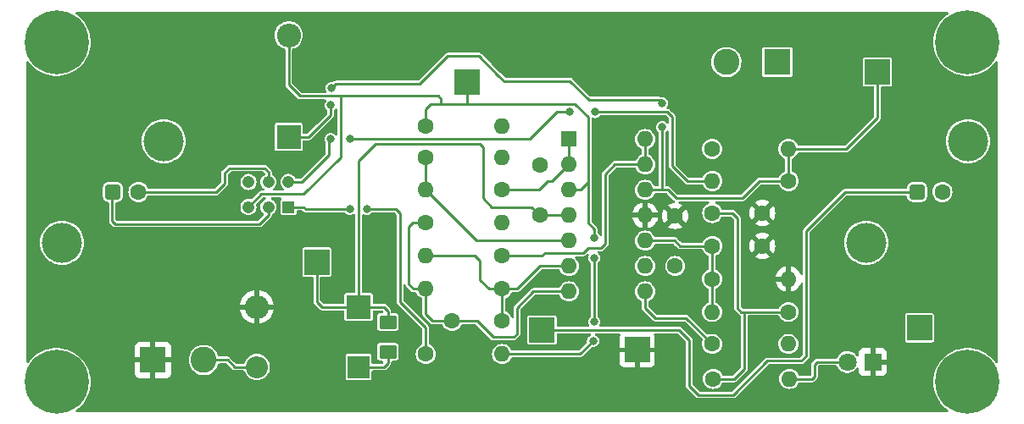
<source format=gbr>
%TF.GenerationSoftware,KiCad,Pcbnew,7.0.7*%
%TF.CreationDate,2023-09-22T00:24:37-06:00*%
%TF.ProjectId,Basic_Diff_Probe,42617369-635f-4446-9966-665f50726f62,1*%
%TF.SameCoordinates,Original*%
%TF.FileFunction,Copper,L1,Top*%
%TF.FilePolarity,Positive*%
%FSLAX46Y46*%
G04 Gerber Fmt 4.6, Leading zero omitted, Abs format (unit mm)*
G04 Created by KiCad (PCBNEW 7.0.7) date 2023-09-22 00:24:37*
%MOMM*%
%LPD*%
G01*
G04 APERTURE LIST*
G04 Aperture macros list*
%AMRoundRect*
0 Rectangle with rounded corners*
0 $1 Rounding radius*
0 $2 $3 $4 $5 $6 $7 $8 $9 X,Y pos of 4 corners*
0 Add a 4 corners polygon primitive as box body*
4,1,4,$2,$3,$4,$5,$6,$7,$8,$9,$2,$3,0*
0 Add four circle primitives for the rounded corners*
1,1,$1+$1,$2,$3*
1,1,$1+$1,$4,$5*
1,1,$1+$1,$6,$7*
1,1,$1+$1,$8,$9*
0 Add four rect primitives between the rounded corners*
20,1,$1+$1,$2,$3,$4,$5,0*
20,1,$1+$1,$4,$5,$6,$7,0*
20,1,$1+$1,$6,$7,$8,$9,0*
20,1,$1+$1,$8,$9,$2,$3,0*%
G04 Aperture macros list end*
%TA.AperFunction,ComponentPad*%
%ADD10R,2.500000X2.500000*%
%TD*%
%TA.AperFunction,ComponentPad*%
%ADD11C,1.600000*%
%TD*%
%TA.AperFunction,ComponentPad*%
%ADD12O,1.600000X1.600000*%
%TD*%
%TA.AperFunction,ComponentPad*%
%ADD13R,2.200000X2.200000*%
%TD*%
%TA.AperFunction,ComponentPad*%
%ADD14O,2.200000X2.200000*%
%TD*%
%TA.AperFunction,ComponentPad*%
%ADD15R,1.800000X1.800000*%
%TD*%
%TA.AperFunction,ComponentPad*%
%ADD16C,1.800000*%
%TD*%
%TA.AperFunction,ComponentPad*%
%ADD17C,0.800000*%
%TD*%
%TA.AperFunction,ComponentPad*%
%ADD18C,6.400000*%
%TD*%
%TA.AperFunction,ComponentPad*%
%ADD19R,2.400000X2.400000*%
%TD*%
%TA.AperFunction,ComponentPad*%
%ADD20O,2.400000X2.400000*%
%TD*%
%TA.AperFunction,ComponentPad*%
%ADD21R,1.600000X1.600000*%
%TD*%
%TA.AperFunction,SMDPad,CuDef*%
%ADD22RoundRect,0.250001X0.624999X-0.462499X0.624999X0.462499X-0.624999X0.462499X-0.624999X-0.462499X0*%
%TD*%
%TA.AperFunction,ComponentPad*%
%ADD23R,2.600000X2.600000*%
%TD*%
%TA.AperFunction,ComponentPad*%
%ADD24C,2.600000*%
%TD*%
%TA.AperFunction,ComponentPad*%
%ADD25C,4.000000*%
%TD*%
%TA.AperFunction,ComponentPad*%
%ADD26RoundRect,0.400000X0.400000X0.400000X-0.400000X0.400000X-0.400000X-0.400000X0.400000X-0.400000X0*%
%TD*%
%TA.AperFunction,ComponentPad*%
%ADD27R,1.208000X1.208000*%
%TD*%
%TA.AperFunction,ComponentPad*%
%ADD28C,1.208000*%
%TD*%
%TA.AperFunction,ViaPad*%
%ADD29C,0.800000*%
%TD*%
%TA.AperFunction,Conductor*%
%ADD30C,0.250000*%
%TD*%
G04 APERTURE END LIST*
D10*
%TO.P,TP4,1,1*%
%TO.N,Net-(J2-In)*%
X145500000Y-119800000D03*
%TD*%
%TO.P,TP2,1,1*%
%TO.N,GND*%
X183200000Y-119600000D03*
%TD*%
D11*
%TO.P,R12,1*%
%TO.N,Net-(R12-Pad1)*%
X133880000Y-122200000D03*
D12*
%TO.P,R12,2*%
%TO.N,Net-(D3-A2)*%
X141500000Y-122200000D03*
%TD*%
D11*
%TO.P,R10,1*%
%TO.N,+BATT*%
X170110000Y-118000000D03*
D12*
%TO.P,R10,2*%
%TO.N,Net-(U2C-+)*%
X162490000Y-118000000D03*
%TD*%
D13*
%TO.P,D4,1,K*%
%TO.N,Net-(D4-K)*%
X127180000Y-123500000D03*
D14*
%TO.P,D4,2,A*%
%TO.N,Net-(D4-A)*%
X117020000Y-123500000D03*
%TD*%
D15*
%TO.P,D1,1,K*%
%TO.N,-BATT*%
X178540000Y-123000000D03*
D16*
%TO.P,D1,2,A*%
%TO.N,Net-(D1-A)*%
X176000000Y-123000000D03*
%TD*%
D11*
%TO.P,R2,1*%
%TO.N,Net-(R2-Pad1)*%
X162490000Y-121200000D03*
D12*
%TO.P,R2,2*%
%TO.N,GND*%
X170110000Y-121200000D03*
%TD*%
D11*
%TO.P,C5,1*%
%TO.N,Net-(U2B--)*%
X141500000Y-118900000D03*
%TO.P,C5,2*%
%TO.N,Net-(C5-Pad2)*%
X136500000Y-118900000D03*
%TD*%
%TO.P,R13,1*%
%TO.N,Net-(D3-A1)*%
X170120000Y-104900000D03*
D12*
%TO.P,R13,2*%
%TO.N,Net-(R13-Pad2)*%
X162500000Y-104900000D03*
%TD*%
D11*
%TO.P,R6,1*%
%TO.N,Net-(U2B-+)*%
X133880000Y-102575000D03*
D12*
%TO.P,R6,2*%
%TO.N,GND*%
X141500000Y-102575000D03*
%TD*%
D17*
%TO.P,H1,1,1*%
%TO.N,GND*%
X94600000Y-91000000D03*
X95302944Y-89302944D03*
X95302944Y-92697056D03*
X97000000Y-88600000D03*
D18*
X97000000Y-91000000D03*
D17*
X97000000Y-93400000D03*
X98697056Y-89302944D03*
X98697056Y-92697056D03*
X99400000Y-91000000D03*
%TD*%
D11*
%TO.P,R11,1*%
%TO.N,Net-(U2C-+)*%
X162490000Y-114700000D03*
D12*
%TO.P,R11,2*%
%TO.N,-BATT*%
X170110000Y-114700000D03*
%TD*%
D19*
%TO.P,D3,1,A1*%
%TO.N,Net-(D3-A1)*%
X120200000Y-100480000D03*
D20*
%TO.P,D3,2,A2*%
%TO.N,Net-(D3-A2)*%
X120200000Y-90320000D03*
%TD*%
D10*
%TO.P,TP1,1,1*%
%TO.N,Net-(D3-A2)*%
X138000000Y-95000000D03*
%TD*%
D21*
%TO.P,U2,1*%
%TO.N,Net-(U2A--)*%
X148180000Y-100700000D03*
D12*
%TO.P,U2,2,-*%
X148180000Y-103240000D03*
%TO.P,U2,3,+*%
%TO.N,Net-(D3-A2)*%
X148180000Y-105780000D03*
%TO.P,U2,4,V+*%
%TO.N,+BATT*%
X148180000Y-108320000D03*
%TO.P,U2,5,+*%
%TO.N,Net-(U2B-+)*%
X148180000Y-110860000D03*
%TO.P,U2,6,-*%
%TO.N,Net-(U2B--)*%
X148180000Y-113400000D03*
%TO.P,U2,7*%
%TO.N,Net-(C5-Pad2)*%
X148180000Y-115940000D03*
%TO.P,U2,8*%
%TO.N,Net-(R2-Pad1)*%
X155800000Y-115940000D03*
%TO.P,U2,9,-*%
%TO.N,GND*%
X155800000Y-113400000D03*
%TO.P,U2,10,+*%
%TO.N,Net-(U2C-+)*%
X155800000Y-110860000D03*
%TO.P,U2,11,V-*%
%TO.N,-BATT*%
X155800000Y-108320000D03*
%TO.P,U2,12,+*%
%TO.N,Net-(D3-A1)*%
X155800000Y-105780000D03*
%TO.P,U2,13,-*%
%TO.N,Net-(U2D--)*%
X155800000Y-103240000D03*
%TO.P,U2,14*%
X155800000Y-100700000D03*
%TD*%
D11*
%TO.P,C3,1*%
%TO.N,Net-(U2C-+)*%
X162500000Y-111400000D03*
%TO.P,C3,2*%
%TO.N,-BATT*%
X167500000Y-111400000D03*
%TD*%
D17*
%TO.P,H3,1,1*%
%TO.N,GND*%
X94600000Y-125000000D03*
X95302944Y-123302944D03*
X95302944Y-126697056D03*
X97000000Y-122600000D03*
D18*
X97000000Y-125000000D03*
D17*
X97000000Y-127400000D03*
X98697056Y-123302944D03*
X98697056Y-126697056D03*
X99400000Y-125000000D03*
%TD*%
D11*
%TO.P,R4,1*%
%TO.N,Net-(U2B--)*%
X141510000Y-115700000D03*
D12*
%TO.P,R4,2*%
%TO.N,Net-(C5-Pad2)*%
X133890000Y-115700000D03*
%TD*%
D11*
%TO.P,R8,1*%
%TO.N,Net-(C5-Pad2)*%
X133890000Y-109100000D03*
D12*
%TO.P,R8,2*%
%TO.N,Net-(J2-In)*%
X141510000Y-109100000D03*
%TD*%
D11*
%TO.P,C1,1*%
%TO.N,+BATT*%
X162500000Y-108100000D03*
%TO.P,C1,2*%
%TO.N,-BATT*%
X167500000Y-108100000D03*
%TD*%
D17*
%TO.P,H2,1,1*%
%TO.N,GND*%
X185600000Y-125000000D03*
X186302944Y-123302944D03*
X186302944Y-126697056D03*
X188000000Y-122600000D03*
D18*
X188000000Y-125000000D03*
D17*
X188000000Y-127400000D03*
X189697056Y-123302944D03*
X189697056Y-126697056D03*
X190400000Y-125000000D03*
%TD*%
D22*
%TO.P,F1,1*%
%TO.N,Net-(D4-K)*%
X130100000Y-121987500D03*
%TO.P,F1,2*%
%TO.N,+BATT*%
X130100000Y-119012500D03*
%TD*%
D23*
%TO.P,J4,1,Pin_1*%
%TO.N,GND*%
X169000000Y-93000000D03*
D24*
%TO.P,J4,2,Pin_2*%
X163920000Y-93000000D03*
%TD*%
D11*
%TO.P,R16,1*%
%TO.N,GND*%
X162490000Y-101700000D03*
D12*
%TO.P,R16,2*%
%TO.N,Net-(D3-A1)*%
X170110000Y-101700000D03*
%TD*%
D25*
%TO.P,J3,*%
%TO.N,*%
X97560000Y-111080000D03*
X107720000Y-100920000D03*
D26*
%TO.P,J3,1,In*%
%TO.N,Net-(J3-In)*%
X102640000Y-106000000D03*
D11*
%TO.P,J3,2,Ext*%
%TO.N,Net-(J3-Ext)*%
X105180000Y-106000000D03*
%TD*%
D19*
%TO.P,D2,1,K*%
%TO.N,+BATT*%
X127180000Y-117500000D03*
D20*
%TO.P,D2,2,A*%
%TO.N,-BATT*%
X117020000Y-117500000D03*
%TD*%
D23*
%TO.P,J1,1,Pin_1*%
%TO.N,-BATT*%
X106635000Y-122805000D03*
D24*
%TO.P,J1,2,Pin_2*%
%TO.N,Net-(D4-A)*%
X111715000Y-122805000D03*
%TD*%
D10*
%TO.P,TP6,1,1*%
%TO.N,-BATT*%
X155000000Y-121800000D03*
%TD*%
D11*
%TO.P,R5,1*%
%TO.N,Net-(U2A--)*%
X141510000Y-105800000D03*
D12*
%TO.P,R5,2*%
%TO.N,Net-(U2B-+)*%
X133890000Y-105800000D03*
%TD*%
D10*
%TO.P,TP5,1,1*%
%TO.N,+BATT*%
X123000000Y-113000000D03*
%TD*%
D11*
%TO.P,C2,1*%
%TO.N,GND*%
X158800000Y-113400000D03*
%TO.P,C2,2*%
%TO.N,-BATT*%
X158800000Y-108400000D03*
%TD*%
D17*
%TO.P,H4,1,1*%
%TO.N,GND*%
X185600000Y-91000000D03*
X186302944Y-89302944D03*
X186302944Y-92697056D03*
X188000000Y-88600000D03*
D18*
X188000000Y-91000000D03*
D17*
X188000000Y-93400000D03*
X189697056Y-89302944D03*
X189697056Y-92697056D03*
X190400000Y-91000000D03*
%TD*%
D11*
%TO.P,R9,1*%
%TO.N,Net-(D3-A2)*%
X133890000Y-99400000D03*
D12*
%TO.P,R9,2*%
%TO.N,GND*%
X141510000Y-99400000D03*
%TD*%
D25*
%TO.P,J2,*%
%TO.N,*%
X177880000Y-111080000D03*
X188040000Y-100920000D03*
D26*
%TO.P,J2,1,In*%
%TO.N,Net-(J2-In)*%
X182960000Y-106000000D03*
D11*
%TO.P,J2,2,Ext*%
%TO.N,GND*%
X185500000Y-106000000D03*
%TD*%
%TO.P,R7,1*%
%TO.N,Net-(U2D--)*%
X141510000Y-112400000D03*
D12*
%TO.P,R7,2*%
%TO.N,Net-(U2B--)*%
X133890000Y-112400000D03*
%TD*%
D11*
%TO.P,R1,1*%
%TO.N,+BATT*%
X162580000Y-124700000D03*
D12*
%TO.P,R1,2*%
%TO.N,Net-(D1-A)*%
X170200000Y-124700000D03*
%TD*%
D11*
%TO.P,C4,1*%
%TO.N,GND*%
X145280000Y-103325000D03*
%TO.P,C4,2*%
%TO.N,+BATT*%
X145280000Y-108325000D03*
%TD*%
D10*
%TO.P,TP3,1,1*%
%TO.N,Net-(D3-A1)*%
X179000000Y-94000000D03*
%TD*%
D27*
%TO.P,SW1,1,A*%
%TO.N,Net-(R12-Pad1)*%
X120180000Y-107500000D03*
D28*
%TO.P,SW1,2,B*%
%TO.N,Net-(J3-In)*%
X118180000Y-107500000D03*
%TO.P,SW1,3,C*%
%TO.N,Net-(D3-A2)*%
X116180000Y-107500000D03*
%TO.P,SW1,4,A*%
%TO.N,Net-(R13-Pad2)*%
X120180000Y-105000000D03*
%TO.P,SW1,5,B*%
%TO.N,Net-(J3-Ext)*%
X118180000Y-105000000D03*
%TO.P,SW1,6,C*%
%TO.N,Net-(D3-A1)*%
X116180000Y-105000000D03*
%TD*%
D29*
%TO.N,Net-(D3-A1)*%
X157500000Y-97100000D03*
X157500000Y-99500000D03*
X124500000Y-95600000D03*
X124400000Y-97300000D03*
%TO.N,Net-(D3-A2)*%
X150600000Y-120900000D03*
X150700000Y-112600000D03*
X150700000Y-119000000D03*
X150700000Y-110600000D03*
%TO.N,Net-(R12-Pad1)*%
X128000000Y-107700000D03*
X126300000Y-107700000D03*
%TO.N,Net-(R13-Pad2)*%
X126300000Y-100700000D03*
X148300000Y-98000000D03*
X124400000Y-100700000D03*
X150800000Y-98000000D03*
%TD*%
D30*
%TO.N,+BATT*%
X123500000Y-117500000D02*
X127180000Y-117500000D01*
X165000000Y-108600000D02*
X165000000Y-117600000D01*
X129680000Y-117500000D02*
X130100000Y-117920000D01*
X165400000Y-118000000D02*
X165700000Y-118000000D01*
X128900000Y-101200000D02*
X127180000Y-102920000D01*
X140500000Y-107500000D02*
X139600000Y-106600000D01*
X165700000Y-118000000D02*
X170110000Y-118000000D01*
X127180000Y-117500000D02*
X129680000Y-117500000D01*
X162580000Y-124700000D02*
X164700000Y-124700000D01*
X164500000Y-108100000D02*
X165000000Y-108600000D01*
X123000000Y-113000000D02*
X123000000Y-117000000D01*
X139600000Y-101500000D02*
X139300000Y-101200000D01*
X165700000Y-123700000D02*
X165700000Y-118000000D01*
X130100000Y-117920000D02*
X130100000Y-119012500D01*
X127180000Y-102920000D02*
X127180000Y-117500000D01*
X139600000Y-106600000D02*
X139600000Y-101500000D01*
X145280000Y-108325000D02*
X144455000Y-107500000D01*
X139300000Y-101200000D02*
X128900000Y-101200000D01*
X145280000Y-108325000D02*
X148175000Y-108325000D01*
X165000000Y-117600000D02*
X165400000Y-118000000D01*
X144455000Y-107500000D02*
X140500000Y-107500000D01*
X164700000Y-124700000D02*
X165700000Y-123700000D01*
X123000000Y-117000000D02*
X123500000Y-117500000D01*
X162500000Y-108100000D02*
X164500000Y-108100000D01*
%TO.N,-BATT*%
X107200000Y-120100000D02*
X116000000Y-120100000D01*
X116000000Y-120100000D02*
X117020000Y-119080000D01*
X117020000Y-119080000D02*
X117020000Y-117500000D01*
X106635000Y-122805000D02*
X106635000Y-120665000D01*
X106635000Y-120665000D02*
X107200000Y-120100000D01*
%TO.N,Net-(U2C-+)*%
X162490000Y-114700000D02*
X162490000Y-111410000D01*
X155800000Y-110860000D02*
X158760000Y-110860000D01*
X162490000Y-114700000D02*
X162490000Y-118000000D01*
X158760000Y-110860000D02*
X159300000Y-111400000D01*
X159300000Y-111400000D02*
X162500000Y-111400000D01*
%TO.N,Net-(U2B--)*%
X140180000Y-115700000D02*
X141510000Y-115700000D01*
X141510000Y-115700000D02*
X141510000Y-118890000D01*
X145300000Y-113400000D02*
X148180000Y-113400000D01*
X139280000Y-114800000D02*
X140180000Y-115700000D01*
X138780000Y-112400000D02*
X139280000Y-112900000D01*
X143000000Y-115700000D02*
X145300000Y-113400000D01*
X141510000Y-115700000D02*
X143000000Y-115700000D01*
X133890000Y-112400000D02*
X138780000Y-112400000D01*
X139280000Y-112900000D02*
X139280000Y-114800000D01*
%TO.N,Net-(C5-Pad2)*%
X134580000Y-118900000D02*
X136500000Y-118900000D01*
X139000000Y-118900000D02*
X140600000Y-120500000D01*
X136500000Y-118900000D02*
X139000000Y-118900000D01*
X132580000Y-109100000D02*
X132180000Y-109500000D01*
X132180000Y-109500000D02*
X132180000Y-115200000D01*
X133890000Y-109100000D02*
X132580000Y-109100000D01*
X140600000Y-120500000D02*
X142700000Y-120500000D01*
X133890000Y-118210000D02*
X134580000Y-118900000D01*
X143000000Y-117600000D02*
X144660000Y-115940000D01*
X132680000Y-115700000D02*
X133890000Y-115700000D01*
X133890000Y-115700000D02*
X133890000Y-118210000D01*
X142700000Y-120500000D02*
X143000000Y-120200000D01*
X143000000Y-120200000D02*
X143000000Y-117600000D01*
X144660000Y-115940000D02*
X148180000Y-115940000D01*
X132180000Y-115200000D02*
X132680000Y-115700000D01*
%TO.N,Net-(D1-A)*%
X172700000Y-123300000D02*
X173000000Y-123000000D01*
X172500000Y-124700000D02*
X172700000Y-124500000D01*
X172700000Y-124500000D02*
X172700000Y-123300000D01*
X170200000Y-124700000D02*
X172500000Y-124700000D01*
X173000000Y-123000000D02*
X176000000Y-123000000D01*
%TO.N,Net-(D3-A1)*%
X122220000Y-100480000D02*
X123200000Y-99500000D01*
X124500000Y-95600000D02*
X124900000Y-95200000D01*
X167200000Y-104900000D02*
X165500000Y-106600000D01*
X158080000Y-105780000D02*
X158900000Y-106600000D01*
X165500000Y-106600000D02*
X158900000Y-106600000D01*
X170110000Y-101700000D02*
X175900000Y-101700000D01*
X170120000Y-104900000D02*
X167200000Y-104900000D01*
X141700000Y-94900000D02*
X148300000Y-94900000D01*
X155800000Y-105780000D02*
X157500000Y-105780000D01*
X157200000Y-96800000D02*
X157500000Y-97100000D01*
X138400000Y-92400000D02*
X139200000Y-92400000D01*
X170110000Y-101700000D02*
X170110000Y-104890000D01*
X124900000Y-95200000D02*
X133300000Y-95200000D01*
X141100000Y-94300000D02*
X141700000Y-94900000D01*
X124400000Y-98300000D02*
X124400000Y-97300000D01*
X150200000Y-96800000D02*
X155200000Y-96800000D01*
X179000000Y-98600000D02*
X179000000Y-94000000D01*
X139200000Y-92400000D02*
X141100000Y-94300000D01*
X155200000Y-96800000D02*
X157200000Y-96800000D01*
X120200000Y-100480000D02*
X122220000Y-100480000D01*
X123200000Y-99500000D02*
X124400000Y-98300000D01*
X136100000Y-92400000D02*
X138400000Y-92400000D01*
X148300000Y-94900000D02*
X150200000Y-96800000D01*
X133300000Y-95200000D02*
X136100000Y-92400000D01*
X175900000Y-101700000D02*
X179000000Y-98600000D01*
X157500000Y-99500000D02*
X157500000Y-105780000D01*
X157500000Y-105780000D02*
X158080000Y-105780000D01*
%TO.N,Net-(D3-A2)*%
X150100000Y-109100000D02*
X150700000Y-109700000D01*
X138000000Y-97200000D02*
X148800000Y-97200000D01*
X116180000Y-107500000D02*
X117480000Y-106200000D01*
X135400000Y-97200000D02*
X138000000Y-97200000D01*
X133890000Y-99400000D02*
X133890000Y-97710000D01*
X150100000Y-98500000D02*
X150100000Y-105000000D01*
X150100000Y-105000000D02*
X149320000Y-105780000D01*
X133890000Y-97710000D02*
X134400000Y-97200000D01*
X149320000Y-105780000D02*
X148180000Y-105780000D01*
X135400000Y-96700000D02*
X135400000Y-97200000D01*
X121300000Y-96400000D02*
X125400000Y-96400000D01*
X121700000Y-106200000D02*
X125400000Y-102500000D01*
X149300000Y-122200000D02*
X150600000Y-120900000D01*
X148800000Y-97200000D02*
X150100000Y-98500000D01*
X134400000Y-97200000D02*
X135400000Y-97200000D01*
X125400000Y-102500000D02*
X125400000Y-96400000D01*
X120200000Y-90320000D02*
X120200000Y-95300000D01*
X135100000Y-96400000D02*
X135400000Y-96700000D01*
X150700000Y-109700000D02*
X150700000Y-110600000D01*
X150100000Y-105000000D02*
X150100000Y-109100000D01*
X120200000Y-95300000D02*
X121300000Y-96400000D01*
X150700000Y-112600000D02*
X150700000Y-119000000D01*
X138000000Y-95000000D02*
X138000000Y-97200000D01*
X125400000Y-96400000D02*
X135100000Y-96400000D01*
X141500000Y-122200000D02*
X149300000Y-122200000D01*
X117480000Y-106200000D02*
X121700000Y-106200000D01*
%TO.N,Net-(D4-K)*%
X127180000Y-123500000D02*
X129700000Y-123500000D01*
X129700000Y-123500000D02*
X130100000Y-123100000D01*
X130100000Y-123100000D02*
X130100000Y-121987500D01*
%TO.N,Net-(D4-A)*%
X114105000Y-122805000D02*
X114800000Y-123500000D01*
X111715000Y-122805000D02*
X114105000Y-122805000D01*
X114800000Y-123500000D02*
X117020000Y-123500000D01*
%TO.N,Net-(J2-In)*%
X145500000Y-119800000D02*
X159200000Y-119800000D01*
X161100000Y-126300000D02*
X164600000Y-126300000D01*
X164600000Y-126300000D02*
X168000000Y-122900000D01*
X159200000Y-119800000D02*
X160200000Y-120800000D01*
X175800000Y-106000000D02*
X182960000Y-106000000D01*
X171400000Y-122900000D02*
X171900000Y-122400000D01*
X160200000Y-125400000D02*
X161100000Y-126300000D01*
X171900000Y-122400000D02*
X171900000Y-109900000D01*
X171900000Y-109900000D02*
X175800000Y-106000000D01*
X160200000Y-120800000D02*
X160200000Y-125400000D01*
X168000000Y-122900000D02*
X171400000Y-122900000D01*
%TO.N,Net-(J3-In)*%
X102880000Y-109200000D02*
X117280000Y-109200000D01*
X117280000Y-109200000D02*
X118180000Y-108300000D01*
X102580000Y-106060000D02*
X102580000Y-108900000D01*
X118180000Y-108300000D02*
X118180000Y-107500000D01*
X102580000Y-108900000D02*
X102880000Y-109200000D01*
%TO.N,Net-(J3-Ext)*%
X112980000Y-106000000D02*
X113780000Y-105200000D01*
X113780000Y-105200000D02*
X113780000Y-104100000D01*
X117780000Y-103600000D02*
X118180000Y-104000000D01*
X105180000Y-106000000D02*
X112980000Y-106000000D01*
X113780000Y-104100000D02*
X114280000Y-103600000D01*
X114280000Y-103600000D02*
X117780000Y-103600000D01*
X118180000Y-104000000D02*
X118180000Y-105000000D01*
%TO.N,Net-(R2-Pad1)*%
X155800000Y-115940000D02*
X155800000Y-117600000D01*
X159890000Y-118600000D02*
X162490000Y-121200000D01*
X156800000Y-118600000D02*
X159890000Y-118600000D01*
X155800000Y-117600000D02*
X156800000Y-118600000D01*
%TO.N,Net-(U2A--)*%
X141510000Y-105800000D02*
X145200000Y-105800000D01*
X145200000Y-105800000D02*
X146100000Y-104900000D01*
X146520000Y-104900000D02*
X148180000Y-103240000D01*
X146100000Y-104900000D02*
X146520000Y-104900000D01*
X148180000Y-100700000D02*
X148180000Y-103240000D01*
%TO.N,Net-(U2B-+)*%
X138950000Y-110860000D02*
X148180000Y-110860000D01*
X133890000Y-105800000D02*
X138950000Y-110860000D01*
X133880000Y-102575000D02*
X133880000Y-105790000D01*
%TO.N,Net-(U2D--)*%
X151400000Y-111600000D02*
X151800000Y-111200000D01*
X152760000Y-103240000D02*
X155800000Y-103240000D01*
X151800000Y-111200000D02*
X151800000Y-104200000D01*
X145800000Y-112100000D02*
X149600000Y-112100000D01*
X141510000Y-112400000D02*
X145500000Y-112400000D01*
X151800000Y-104200000D02*
X152760000Y-103240000D01*
X149600000Y-112100000D02*
X150100000Y-111600000D01*
X155800000Y-100700000D02*
X155800000Y-103240000D01*
X145500000Y-112400000D02*
X145800000Y-112100000D01*
X150100000Y-111600000D02*
X151400000Y-111600000D01*
%TO.N,Net-(R12-Pad1)*%
X131300000Y-108100000D02*
X131300000Y-117000000D01*
X126300000Y-107700000D02*
X121900000Y-107700000D01*
X121900000Y-107700000D02*
X121700000Y-107500000D01*
X121700000Y-107500000D02*
X120180000Y-107500000D01*
X130900000Y-107700000D02*
X131300000Y-108100000D01*
X131300000Y-117000000D02*
X133880000Y-119580000D01*
X128000000Y-107700000D02*
X130900000Y-107700000D01*
X133880000Y-119580000D02*
X133880000Y-122200000D01*
%TO.N,Net-(R13-Pad2)*%
X124200000Y-102300000D02*
X124200000Y-100900000D01*
X158000000Y-98000000D02*
X158500000Y-98500000D01*
X158500000Y-98500000D02*
X158500000Y-103400000D01*
X147000000Y-98000000D02*
X148300000Y-98000000D01*
X121500000Y-105000000D02*
X124200000Y-102300000D01*
X126300000Y-100700000D02*
X144300000Y-100700000D01*
X150800000Y-98000000D02*
X158000000Y-98000000D01*
X120180000Y-105000000D02*
X121500000Y-105000000D01*
X144300000Y-100700000D02*
X145500000Y-99500000D01*
X124200000Y-100900000D02*
X124400000Y-100700000D01*
X145500000Y-99500000D02*
X147000000Y-98000000D01*
X160000000Y-104900000D02*
X162500000Y-104900000D01*
X158500000Y-103400000D02*
X160000000Y-104900000D01*
%TD*%
%TA.AperFunction,Conductor*%
%TO.N,-BATT*%
G36*
X186026410Y-88019685D02*
G01*
X186072165Y-88072489D01*
X186082109Y-88141647D01*
X186053084Y-88205203D01*
X186034415Y-88222713D01*
X185961199Y-88278370D01*
X185795330Y-88404461D01*
X185795330Y-88404462D01*
X185527626Y-88658044D01*
X185288909Y-88939083D01*
X185081979Y-89244282D01*
X185081973Y-89244291D01*
X184909261Y-89570061D01*
X184909255Y-89570073D01*
X184772770Y-89912628D01*
X184772768Y-89912634D01*
X184674128Y-90267905D01*
X184674122Y-90267931D01*
X184614470Y-90631786D01*
X184614469Y-90631803D01*
X184595111Y-90988849D01*
X184594506Y-91000000D01*
X184613694Y-91353913D01*
X184614469Y-91368196D01*
X184614470Y-91368213D01*
X184674122Y-91732068D01*
X184674128Y-91732094D01*
X184772768Y-92087365D01*
X184772770Y-92087371D01*
X184772772Y-92087377D01*
X184772773Y-92087379D01*
X184788385Y-92126562D01*
X184909255Y-92429926D01*
X184909261Y-92429938D01*
X185081973Y-92755708D01*
X185081979Y-92755717D01*
X185273814Y-93038653D01*
X185288910Y-93060917D01*
X185527627Y-93341956D01*
X185795330Y-93595538D01*
X186088881Y-93818690D01*
X186404838Y-94008795D01*
X186404840Y-94008796D01*
X186404842Y-94008797D01*
X186404846Y-94008799D01*
X186618699Y-94107738D01*
X186739497Y-94163625D01*
X187088934Y-94281364D01*
X187449052Y-94360632D01*
X187815630Y-94400500D01*
X187815636Y-94400500D01*
X188184364Y-94400500D01*
X188184370Y-94400500D01*
X188550948Y-94360632D01*
X188911066Y-94281364D01*
X189260503Y-94163625D01*
X189595162Y-94008795D01*
X189911119Y-93818690D01*
X190204670Y-93595538D01*
X190472373Y-93341956D01*
X190711090Y-93060917D01*
X190773366Y-92969066D01*
X190827281Y-92924625D01*
X190896663Y-92916387D01*
X190959485Y-92946967D01*
X190995801Y-93006658D01*
X191000000Y-93038653D01*
X191000000Y-122961346D01*
X190980315Y-123028385D01*
X190927511Y-123074140D01*
X190858353Y-123084084D01*
X190794797Y-123055059D01*
X190773367Y-123030934D01*
X190740535Y-122982511D01*
X190711090Y-122939083D01*
X190701477Y-122927766D01*
X190472373Y-122658044D01*
X190451713Y-122638474D01*
X190204670Y-122404462D01*
X190198800Y-122400000D01*
X190098954Y-122324099D01*
X189911119Y-122181310D01*
X189595162Y-121991205D01*
X189595161Y-121991204D01*
X189595157Y-121991202D01*
X189595153Y-121991200D01*
X189260513Y-121836379D01*
X189260508Y-121836377D01*
X189260503Y-121836375D01*
X189090172Y-121778983D01*
X188911065Y-121718635D01*
X188550946Y-121639367D01*
X188184371Y-121599500D01*
X188184370Y-121599500D01*
X187815630Y-121599500D01*
X187815628Y-121599500D01*
X187449053Y-121639367D01*
X187088934Y-121718635D01*
X186847457Y-121799999D01*
X186739497Y-121836375D01*
X186739494Y-121836376D01*
X186739486Y-121836379D01*
X186404846Y-121991200D01*
X186404842Y-121991202D01*
X186214037Y-122106006D01*
X186088881Y-122181310D01*
X186045398Y-122214365D01*
X185795330Y-122404461D01*
X185795330Y-122404462D01*
X185527626Y-122658044D01*
X185288909Y-122939083D01*
X185081979Y-123244282D01*
X185081973Y-123244291D01*
X184909261Y-123570061D01*
X184909255Y-123570073D01*
X184772770Y-123912628D01*
X184772768Y-123912634D01*
X184674128Y-124267905D01*
X184674122Y-124267931D01*
X184614470Y-124631786D01*
X184614469Y-124631803D01*
X184594506Y-124999997D01*
X184594506Y-125000002D01*
X184596093Y-125029264D01*
X184608523Y-125258539D01*
X184614469Y-125368196D01*
X184614470Y-125368213D01*
X184674122Y-125732068D01*
X184674128Y-125732094D01*
X184772768Y-126087365D01*
X184772770Y-126087371D01*
X184909255Y-126429926D01*
X184909261Y-126429938D01*
X185081973Y-126755708D01*
X185081979Y-126755717D01*
X185273814Y-127038653D01*
X185288910Y-127060917D01*
X185527627Y-127341956D01*
X185795330Y-127595538D01*
X186034413Y-127777285D01*
X186075870Y-127833526D01*
X186080339Y-127903252D01*
X186046402Y-127964326D01*
X185984833Y-127997358D01*
X185959371Y-128000000D01*
X99040629Y-128000000D01*
X98973590Y-127980315D01*
X98927835Y-127927511D01*
X98917891Y-127858353D01*
X98946916Y-127794797D01*
X98965584Y-127777286D01*
X99204670Y-127595538D01*
X99472373Y-127341956D01*
X99711090Y-127060917D01*
X99918022Y-126755716D01*
X100090743Y-126429930D01*
X100227227Y-126087379D01*
X100325875Y-125732081D01*
X100357417Y-125539683D01*
X100385529Y-125368213D01*
X100385529Y-125368210D01*
X100385531Y-125368199D01*
X100404476Y-125018785D01*
X100405494Y-125000002D01*
X100405494Y-124999997D01*
X100401275Y-124922182D01*
X100385531Y-124631801D01*
X100384520Y-124625637D01*
X100325877Y-124267931D01*
X100325876Y-124267930D01*
X100325875Y-124267919D01*
X100293925Y-124152844D01*
X104835000Y-124152844D01*
X104841401Y-124212372D01*
X104841403Y-124212379D01*
X104891645Y-124347086D01*
X104891649Y-124347093D01*
X104977809Y-124462187D01*
X104977812Y-124462190D01*
X105092906Y-124548350D01*
X105092913Y-124548354D01*
X105227620Y-124598596D01*
X105227627Y-124598598D01*
X105287155Y-124604999D01*
X105287172Y-124605000D01*
X106385000Y-124605000D01*
X106385000Y-123571753D01*
X106404685Y-123504714D01*
X106457489Y-123458959D01*
X106526647Y-123449015D01*
X106539816Y-123451644D01*
X106552886Y-123455000D01*
X106552890Y-123455000D01*
X106675892Y-123455000D01*
X106675894Y-123455000D01*
X106675899Y-123454999D01*
X106675903Y-123454999D01*
X106718552Y-123449611D01*
X106745458Y-123446212D01*
X106814436Y-123457338D01*
X106866448Y-123503991D01*
X106885000Y-123569234D01*
X106885000Y-124605000D01*
X107982828Y-124605000D01*
X107982844Y-124604999D01*
X108042372Y-124598598D01*
X108042379Y-124598596D01*
X108177086Y-124548354D01*
X108177093Y-124548350D01*
X108292187Y-124462190D01*
X108292190Y-124462187D01*
X108378350Y-124347093D01*
X108378354Y-124347086D01*
X108428596Y-124212379D01*
X108428598Y-124212372D01*
X108434999Y-124152844D01*
X108435000Y-124152827D01*
X108435000Y-123055000D01*
X107398921Y-123055000D01*
X107331882Y-123035315D01*
X107286127Y-122982511D01*
X107276183Y-122913353D01*
X107277117Y-122907766D01*
X107279047Y-122897646D01*
X107288873Y-122846138D01*
X107286285Y-122805005D01*
X110209357Y-122805005D01*
X110229890Y-123052812D01*
X110229892Y-123052824D01*
X110290936Y-123293881D01*
X110390826Y-123521606D01*
X110526833Y-123729782D01*
X110548385Y-123753194D01*
X110695256Y-123912738D01*
X110891491Y-124065474D01*
X110891493Y-124065475D01*
X111031904Y-124141462D01*
X111110190Y-124183828D01*
X111345386Y-124264571D01*
X111590665Y-124305500D01*
X111839335Y-124305500D01*
X112084614Y-124264571D01*
X112319810Y-124183828D01*
X112538509Y-124065474D01*
X112734744Y-123912738D01*
X112903164Y-123729785D01*
X112905182Y-123726697D01*
X112948324Y-123660662D01*
X113039173Y-123521607D01*
X113139063Y-123293881D01*
X113156744Y-123224059D01*
X113192284Y-123163904D01*
X113254704Y-123132512D01*
X113276950Y-123130500D01*
X113918812Y-123130500D01*
X113985851Y-123150185D01*
X114006492Y-123166818D01*
X114283003Y-123443330D01*
X114557868Y-123718195D01*
X114561523Y-123722184D01*
X114587541Y-123753190D01*
X114587542Y-123753191D01*
X114587545Y-123753194D01*
X114613029Y-123767907D01*
X114622604Y-123773435D01*
X114627154Y-123776333D01*
X114660316Y-123799553D01*
X114660318Y-123799553D01*
X114660319Y-123799554D01*
X114665168Y-123801815D01*
X114681947Y-123808765D01*
X114686952Y-123810587D01*
X114686953Y-123810587D01*
X114686955Y-123810588D01*
X114726829Y-123817618D01*
X114732092Y-123818786D01*
X114743907Y-123821951D01*
X114771193Y-123829263D01*
X114811510Y-123825735D01*
X114816912Y-123825500D01*
X115665692Y-123825500D01*
X115732731Y-123845185D01*
X115778486Y-123897989D01*
X115785464Y-123917398D01*
X115793259Y-123946488D01*
X115793262Y-123946499D01*
X115889431Y-124152732D01*
X115889432Y-124152734D01*
X116019954Y-124339141D01*
X116180858Y-124500045D01*
X116180861Y-124500047D01*
X116367266Y-124630568D01*
X116573504Y-124726739D01*
X116793308Y-124785635D01*
X116955230Y-124799801D01*
X117019998Y-124805468D01*
X117020000Y-124805468D01*
X117020002Y-124805468D01*
X117076796Y-124800499D01*
X117246692Y-124785635D01*
X117466496Y-124726739D01*
X117672734Y-124630568D01*
X117688181Y-124619752D01*
X125879500Y-124619752D01*
X125891131Y-124678229D01*
X125891132Y-124678230D01*
X125935447Y-124744552D01*
X126001769Y-124788867D01*
X126001770Y-124788868D01*
X126060247Y-124800499D01*
X126060250Y-124800500D01*
X126060252Y-124800500D01*
X128299750Y-124800500D01*
X128299751Y-124800499D01*
X128314568Y-124797552D01*
X128358229Y-124788868D01*
X128358229Y-124788867D01*
X128358231Y-124788867D01*
X128424552Y-124744552D01*
X128468867Y-124678231D01*
X128468867Y-124678229D01*
X128468868Y-124678229D01*
X128478102Y-124631803D01*
X128480500Y-124619748D01*
X128480500Y-123949499D01*
X128500185Y-123882461D01*
X128552989Y-123836706D01*
X128604500Y-123825500D01*
X129683078Y-123825500D01*
X129688481Y-123825735D01*
X129728807Y-123829264D01*
X129767940Y-123818777D01*
X129773162Y-123817619D01*
X129813045Y-123810588D01*
X129813050Y-123810584D01*
X129818099Y-123808747D01*
X129834824Y-123801819D01*
X129839681Y-123799554D01*
X129839684Y-123799554D01*
X129872841Y-123776335D01*
X129877390Y-123773438D01*
X129912455Y-123753194D01*
X129912459Y-123753190D01*
X129932099Y-123729782D01*
X129938481Y-123722176D01*
X129942121Y-123718203D01*
X130318210Y-123342115D01*
X130322172Y-123338484D01*
X130353194Y-123312455D01*
X130373444Y-123277378D01*
X130376333Y-123272845D01*
X130399553Y-123239684D01*
X130399555Y-123239676D01*
X130401816Y-123234828D01*
X130408754Y-123218079D01*
X130410583Y-123213052D01*
X130410588Y-123213045D01*
X130417622Y-123173147D01*
X130418779Y-123167929D01*
X130429263Y-123128807D01*
X130425733Y-123088465D01*
X130425500Y-123083107D01*
X130425500Y-123024497D01*
X130445186Y-122957458D01*
X130497991Y-122911704D01*
X130549500Y-122900499D01*
X130779258Y-122900499D01*
X130779264Y-122900499D01*
X130809698Y-122897646D01*
X130937882Y-122852793D01*
X131047150Y-122772150D01*
X131127793Y-122662882D01*
X131172646Y-122534698D01*
X131175500Y-122504265D01*
X131175499Y-121470736D01*
X131172646Y-121440302D01*
X131127793Y-121312118D01*
X131047150Y-121202850D01*
X130966505Y-121143332D01*
X130937881Y-121122206D01*
X130809695Y-121077353D01*
X130809698Y-121077353D01*
X130779268Y-121074500D01*
X129420741Y-121074500D01*
X129390301Y-121077354D01*
X129390300Y-121077354D01*
X129262118Y-121122206D01*
X129152850Y-121202850D01*
X129072206Y-121312118D01*
X129027353Y-121440302D01*
X129024500Y-121470731D01*
X129024500Y-122504258D01*
X129027354Y-122534698D01*
X129027354Y-122534699D01*
X129072206Y-122662881D01*
X129072207Y-122662882D01*
X129152850Y-122772150D01*
X129262118Y-122852793D01*
X129390302Y-122897646D01*
X129390301Y-122897646D01*
X129394867Y-122898074D01*
X129420735Y-122900500D01*
X129539813Y-122900499D01*
X129606851Y-122920183D01*
X129652606Y-122972987D01*
X129662550Y-123042145D01*
X129633526Y-123105701D01*
X129627499Y-123112174D01*
X129601492Y-123138181D01*
X129540172Y-123171666D01*
X129513812Y-123174500D01*
X128604500Y-123174500D01*
X128537461Y-123154815D01*
X128491706Y-123102011D01*
X128480500Y-123050500D01*
X128480500Y-122380249D01*
X128480499Y-122380247D01*
X128468868Y-122321770D01*
X128468867Y-122321769D01*
X128424552Y-122255447D01*
X128358230Y-122211132D01*
X128358229Y-122211131D01*
X128299752Y-122199500D01*
X128299748Y-122199500D01*
X126060252Y-122199500D01*
X126060247Y-122199500D01*
X126001770Y-122211131D01*
X126001769Y-122211132D01*
X125935447Y-122255447D01*
X125891132Y-122321769D01*
X125891131Y-122321770D01*
X125879500Y-122380247D01*
X125879500Y-124619752D01*
X117688181Y-124619752D01*
X117859139Y-124500047D01*
X118020047Y-124339139D01*
X118150568Y-124152734D01*
X118246739Y-123946496D01*
X118305635Y-123726692D01*
X118325468Y-123500000D01*
X118325011Y-123494782D01*
X118317348Y-123407187D01*
X118305635Y-123273308D01*
X118246739Y-123053504D01*
X118150568Y-122847266D01*
X118029432Y-122674264D01*
X118020045Y-122660858D01*
X117859141Y-122499954D01*
X117672734Y-122369432D01*
X117672732Y-122369431D01*
X117466497Y-122273261D01*
X117466488Y-122273258D01*
X117246697Y-122214366D01*
X117246693Y-122214365D01*
X117246692Y-122214365D01*
X117246691Y-122214364D01*
X117246686Y-122214364D01*
X117020002Y-122194532D01*
X117019998Y-122194532D01*
X116793313Y-122214364D01*
X116793302Y-122214366D01*
X116573511Y-122273258D01*
X116573502Y-122273261D01*
X116367267Y-122369431D01*
X116367265Y-122369432D01*
X116180858Y-122499954D01*
X116019954Y-122660858D01*
X115889432Y-122847265D01*
X115889431Y-122847267D01*
X115793262Y-123053500D01*
X115793260Y-123053504D01*
X115793261Y-123053504D01*
X115785465Y-123082596D01*
X115749101Y-123142255D01*
X115686254Y-123172783D01*
X115665692Y-123174500D01*
X114986189Y-123174500D01*
X114919150Y-123154815D01*
X114898508Y-123138181D01*
X114767784Y-123007457D01*
X114347119Y-122586793D01*
X114343474Y-122582814D01*
X114317456Y-122551807D01*
X114317455Y-122551806D01*
X114296458Y-122539683D01*
X114282392Y-122531561D01*
X114277831Y-122528655D01*
X114262735Y-122518085D01*
X114244684Y-122505446D01*
X114244681Y-122505445D01*
X114239861Y-122503197D01*
X114223055Y-122496235D01*
X114218043Y-122494411D01*
X114178190Y-122487383D01*
X114172910Y-122486212D01*
X114133808Y-122475735D01*
X114098892Y-122478790D01*
X114093481Y-122479264D01*
X114088078Y-122479500D01*
X113276950Y-122479500D01*
X113209911Y-122459815D01*
X113164156Y-122407011D01*
X113156744Y-122385940D01*
X113156394Y-122384556D01*
X113139063Y-122316119D01*
X113039173Y-122088393D01*
X113008056Y-122040765D01*
X112903166Y-121880217D01*
X112862806Y-121836375D01*
X112734744Y-121697262D01*
X112538509Y-121544526D01*
X112538507Y-121544525D01*
X112538506Y-121544524D01*
X112319811Y-121426172D01*
X112319802Y-121426169D01*
X112084616Y-121345429D01*
X111839335Y-121304500D01*
X111590665Y-121304500D01*
X111345383Y-121345429D01*
X111110197Y-121426169D01*
X111110188Y-121426172D01*
X110891493Y-121544524D01*
X110695257Y-121697261D01*
X110526833Y-121880217D01*
X110390826Y-122088393D01*
X110290936Y-122316118D01*
X110229892Y-122557175D01*
X110229890Y-122557187D01*
X110209357Y-122804994D01*
X110209357Y-122805005D01*
X107286285Y-122805005D01*
X107278847Y-122686784D01*
X107294283Y-122618643D01*
X107344109Y-122569663D01*
X107402602Y-122555000D01*
X108435000Y-122555000D01*
X108435000Y-121457172D01*
X108434999Y-121457155D01*
X108428598Y-121397627D01*
X108428596Y-121397620D01*
X108378354Y-121262913D01*
X108378350Y-121262906D01*
X108292190Y-121147812D01*
X108292187Y-121147809D01*
X108177093Y-121061649D01*
X108177086Y-121061645D01*
X108042379Y-121011403D01*
X108042372Y-121011401D01*
X107982844Y-121005000D01*
X106885000Y-121005000D01*
X106885000Y-122038246D01*
X106865315Y-122105285D01*
X106812511Y-122151040D01*
X106743353Y-122160984D01*
X106730165Y-122158351D01*
X106717115Y-122155000D01*
X106717114Y-122155000D01*
X106594106Y-122155000D01*
X106594094Y-122155000D01*
X106524541Y-122163787D01*
X106455563Y-122152660D01*
X106403551Y-122106006D01*
X106385000Y-122040765D01*
X106385000Y-121005000D01*
X105287155Y-121005000D01*
X105227627Y-121011401D01*
X105227620Y-121011403D01*
X105092913Y-121061645D01*
X105092906Y-121061649D01*
X104977812Y-121147809D01*
X104977809Y-121147812D01*
X104891649Y-121262906D01*
X104891645Y-121262913D01*
X104841403Y-121397620D01*
X104841401Y-121397627D01*
X104835000Y-121457155D01*
X104835000Y-122555000D01*
X105871079Y-122555000D01*
X105938118Y-122574685D01*
X105983873Y-122627489D01*
X105993817Y-122696647D01*
X105992883Y-122702234D01*
X105981127Y-122763862D01*
X105990532Y-122913353D01*
X105991153Y-122923214D01*
X105975717Y-122991357D01*
X105925891Y-123040337D01*
X105867398Y-123055000D01*
X104835000Y-123055000D01*
X104835000Y-124152844D01*
X100293925Y-124152844D01*
X100293894Y-124152734D01*
X100227231Y-123912634D01*
X100227229Y-123912628D01*
X100227228Y-123912627D01*
X100227227Y-123912621D01*
X100090743Y-123570070D01*
X99980335Y-123361818D01*
X99918026Y-123244291D01*
X99918024Y-123244288D01*
X99918022Y-123244284D01*
X99711090Y-122939083D01*
X99472373Y-122658044D01*
X99204670Y-122404462D01*
X99198800Y-122400000D01*
X99098954Y-122324099D01*
X98911119Y-122181310D01*
X98595162Y-121991205D01*
X98595161Y-121991204D01*
X98595157Y-121991202D01*
X98595153Y-121991200D01*
X98260513Y-121836379D01*
X98260508Y-121836377D01*
X98260503Y-121836375D01*
X98090172Y-121778983D01*
X97911065Y-121718635D01*
X97550946Y-121639367D01*
X97184371Y-121599500D01*
X97184370Y-121599500D01*
X96815630Y-121599500D01*
X96815628Y-121599500D01*
X96449053Y-121639367D01*
X96088934Y-121718635D01*
X95847457Y-121799999D01*
X95739497Y-121836375D01*
X95739494Y-121836376D01*
X95739486Y-121836379D01*
X95404846Y-121991200D01*
X95404842Y-121991202D01*
X95214037Y-122106006D01*
X95088881Y-122181310D01*
X95045398Y-122214365D01*
X94795330Y-122404461D01*
X94795330Y-122404462D01*
X94527626Y-122658044D01*
X94288912Y-122939079D01*
X94226633Y-123030934D01*
X94172719Y-123075375D01*
X94103336Y-123083612D01*
X94040514Y-123053031D01*
X94004199Y-122993341D01*
X94000000Y-122961346D01*
X94000000Y-117750000D01*
X115333968Y-117750000D01*
X115334274Y-117754079D01*
X115334275Y-117754086D01*
X115390967Y-118002475D01*
X115390973Y-118002494D01*
X115484058Y-118239671D01*
X115484057Y-118239671D01*
X115611455Y-118460328D01*
X115770320Y-118659540D01*
X115957097Y-118832842D01*
X116167616Y-118976371D01*
X116167624Y-118976376D01*
X116397176Y-119086921D01*
X116397174Y-119086921D01*
X116640652Y-119162024D01*
X116640660Y-119162026D01*
X116769999Y-119181520D01*
X116769999Y-118213658D01*
X116789684Y-118146619D01*
X116842488Y-118100864D01*
X116910183Y-118090719D01*
X116980677Y-118100000D01*
X116980684Y-118100000D01*
X117059316Y-118100000D01*
X117059323Y-118100000D01*
X117129815Y-118090719D01*
X117198849Y-118101484D01*
X117251105Y-118147864D01*
X117270000Y-118213658D01*
X117270000Y-119181519D01*
X117399339Y-119162026D01*
X117399347Y-119162024D01*
X117642824Y-119086921D01*
X117872376Y-118976376D01*
X117872377Y-118976375D01*
X118082905Y-118832840D01*
X118269679Y-118659540D01*
X118428544Y-118460328D01*
X118555941Y-118239671D01*
X118649026Y-118002494D01*
X118649032Y-118002475D01*
X118705724Y-117754086D01*
X118705725Y-117754079D01*
X118706032Y-117750000D01*
X117733658Y-117750000D01*
X117666619Y-117730315D01*
X117620864Y-117677511D01*
X117610719Y-117609816D01*
X117625177Y-117500000D01*
X117610719Y-117390183D01*
X117621484Y-117321151D01*
X117667864Y-117268895D01*
X117733658Y-117250000D01*
X118706031Y-117250000D01*
X118705725Y-117245920D01*
X118705724Y-117245913D01*
X118649032Y-116997524D01*
X118649026Y-116997505D01*
X118555941Y-116760328D01*
X118555942Y-116760328D01*
X118428544Y-116539671D01*
X118269679Y-116340459D01*
X118082905Y-116167159D01*
X117872377Y-116023624D01*
X117872376Y-116023623D01*
X117642823Y-115913078D01*
X117642825Y-115913078D01*
X117399354Y-115837977D01*
X117399348Y-115837976D01*
X117270000Y-115818479D01*
X117270000Y-116786341D01*
X117250315Y-116853380D01*
X117197511Y-116899135D01*
X117129815Y-116909280D01*
X117059333Y-116900001D01*
X117059328Y-116900000D01*
X117059323Y-116900000D01*
X116980677Y-116900000D01*
X116980671Y-116900000D01*
X116980666Y-116900001D01*
X116910184Y-116909280D01*
X116841148Y-116898514D01*
X116788893Y-116852134D01*
X116769999Y-116786341D01*
X116769999Y-115818479D01*
X116640651Y-115837976D01*
X116640645Y-115837977D01*
X116397175Y-115913078D01*
X116167624Y-116023623D01*
X116167616Y-116023628D01*
X115957097Y-116167157D01*
X115770320Y-116340459D01*
X115611455Y-116539671D01*
X115484058Y-116760328D01*
X115390973Y-116997505D01*
X115390967Y-116997524D01*
X115334275Y-117245913D01*
X115334274Y-117245920D01*
X115333968Y-117250000D01*
X116306342Y-117250000D01*
X116373381Y-117269685D01*
X116419136Y-117322489D01*
X116429280Y-117390183D01*
X116414823Y-117500000D01*
X116429280Y-117609816D01*
X116418516Y-117678849D01*
X116372136Y-117731105D01*
X116306342Y-117750000D01*
X115333968Y-117750000D01*
X94000000Y-117750000D01*
X94000000Y-111080000D01*
X95354778Y-111080000D01*
X95372265Y-111346806D01*
X95373644Y-111367837D01*
X95373646Y-111367849D01*
X95429917Y-111650745D01*
X95429921Y-111650760D01*
X95522642Y-111923905D01*
X95650219Y-112182606D01*
X95650223Y-112182613D01*
X95810478Y-112422452D01*
X96000672Y-112639327D01*
X96217547Y-112829521D01*
X96457386Y-112989776D01*
X96457389Y-112989778D01*
X96716098Y-113117359D01*
X96989247Y-113210081D01*
X97272161Y-113266356D01*
X97560000Y-113285222D01*
X97847839Y-113266356D01*
X98130753Y-113210081D01*
X98403902Y-113117359D01*
X98662611Y-112989778D01*
X98902454Y-112829520D01*
X99119327Y-112639327D01*
X99309520Y-112422454D01*
X99469778Y-112182611D01*
X99597359Y-111923902D01*
X99690081Y-111650753D01*
X99746356Y-111367839D01*
X99765222Y-111080000D01*
X99746356Y-110792161D01*
X99690081Y-110509247D01*
X99597359Y-110236098D01*
X99495138Y-110028814D01*
X99469780Y-109977393D01*
X99469776Y-109977386D01*
X99309521Y-109737547D01*
X99119327Y-109520672D01*
X98902452Y-109330478D01*
X98662613Y-109170223D01*
X98662606Y-109170219D01*
X98403905Y-109042642D01*
X98130760Y-108949921D01*
X98130754Y-108949919D01*
X98130753Y-108949919D01*
X98130751Y-108949918D01*
X98130745Y-108949917D01*
X97847849Y-108893646D01*
X97847839Y-108893644D01*
X97560000Y-108874778D01*
X97272161Y-108893644D01*
X97272155Y-108893645D01*
X97272150Y-108893646D01*
X96989254Y-108949917D01*
X96989239Y-108949921D01*
X96716094Y-109042642D01*
X96457393Y-109170219D01*
X96457386Y-109170223D01*
X96217547Y-109330478D01*
X96000672Y-109520672D01*
X95810478Y-109737547D01*
X95650223Y-109977386D01*
X95650219Y-109977393D01*
X95522642Y-110236094D01*
X95429921Y-110509239D01*
X95429917Y-110509254D01*
X95380685Y-110756762D01*
X95373644Y-110792161D01*
X95368722Y-110867259D01*
X95355279Y-111072363D01*
X95354778Y-111080000D01*
X94000000Y-111080000D01*
X94000000Y-106439363D01*
X101639500Y-106439363D01*
X101654953Y-106556753D01*
X101654956Y-106556762D01*
X101679455Y-106615909D01*
X101715464Y-106702841D01*
X101811718Y-106828282D01*
X101937159Y-106924536D01*
X102083238Y-106985044D01*
X102146686Y-106993397D01*
X102210581Y-107021662D01*
X102249053Y-107079986D01*
X102254500Y-107116335D01*
X102254500Y-108883078D01*
X102254264Y-108888485D01*
X102250735Y-108928808D01*
X102261212Y-108967910D01*
X102262383Y-108973190D01*
X102269411Y-109013043D01*
X102271235Y-109018055D01*
X102278197Y-109034861D01*
X102280445Y-109039681D01*
X102280446Y-109039684D01*
X102289408Y-109052483D01*
X102303655Y-109072831D01*
X102306561Y-109077392D01*
X102326806Y-109112455D01*
X102357815Y-109138475D01*
X102361805Y-109142131D01*
X102637863Y-109418189D01*
X102641518Y-109422178D01*
X102667541Y-109453190D01*
X102667543Y-109453191D01*
X102667545Y-109453194D01*
X102667547Y-109453195D01*
X102667548Y-109453196D01*
X102702599Y-109473433D01*
X102707162Y-109476339D01*
X102740316Y-109499554D01*
X102740319Y-109499554D01*
X102745176Y-109501820D01*
X102761933Y-109508760D01*
X102766950Y-109510586D01*
X102766952Y-109510586D01*
X102766955Y-109510588D01*
X102806818Y-109517616D01*
X102812076Y-109518782D01*
X102851193Y-109529264D01*
X102891518Y-109525735D01*
X102896922Y-109525500D01*
X117263078Y-109525500D01*
X117268481Y-109525735D01*
X117308807Y-109529264D01*
X117347940Y-109518777D01*
X117353162Y-109517619D01*
X117393045Y-109510588D01*
X117393050Y-109510584D01*
X117398099Y-109508747D01*
X117414824Y-109501819D01*
X117419681Y-109499554D01*
X117419684Y-109499554D01*
X117452841Y-109476335D01*
X117457390Y-109473438D01*
X117492455Y-109453194D01*
X117492459Y-109453190D01*
X117518476Y-109422182D01*
X117522122Y-109418202D01*
X118398210Y-108542115D01*
X118402172Y-108538484D01*
X118433194Y-108512455D01*
X118453444Y-108477379D01*
X118456328Y-108472852D01*
X118479554Y-108439684D01*
X118479554Y-108439681D01*
X118481819Y-108434824D01*
X118488747Y-108418099D01*
X118490587Y-108413046D01*
X118490588Y-108413045D01*
X118497621Y-108373150D01*
X118498777Y-108367937D01*
X118509263Y-108328807D01*
X118508771Y-108323189D01*
X118522535Y-108254692D01*
X118566326Y-108207387D01*
X118684772Y-108132964D01*
X118812964Y-108004772D01*
X118909416Y-107851268D01*
X118969293Y-107680151D01*
X118969927Y-107674526D01*
X118989591Y-107500003D01*
X118989591Y-107499996D01*
X118969294Y-107319854D01*
X118969293Y-107319852D01*
X118969293Y-107319849D01*
X118909416Y-107148732D01*
X118812964Y-106995228D01*
X118684772Y-106867036D01*
X118606365Y-106817770D01*
X118531267Y-106770583D01*
X118531262Y-106770581D01*
X118519718Y-106766542D01*
X118462941Y-106725821D01*
X118437193Y-106660868D01*
X118450649Y-106592307D01*
X118499035Y-106541903D01*
X118560671Y-106525500D01*
X119360829Y-106525500D01*
X119427868Y-106545185D01*
X119473623Y-106597989D01*
X119483567Y-106667147D01*
X119454542Y-106730703D01*
X119434580Y-106748314D01*
X119431448Y-106751446D01*
X119387132Y-106817769D01*
X119387131Y-106817770D01*
X119375500Y-106876247D01*
X119375500Y-108123752D01*
X119387131Y-108182229D01*
X119387132Y-108182230D01*
X119431447Y-108248552D01*
X119497769Y-108292867D01*
X119497770Y-108292868D01*
X119556247Y-108304499D01*
X119556250Y-108304500D01*
X119556252Y-108304500D01*
X120803750Y-108304500D01*
X120803751Y-108304499D01*
X120818568Y-108301552D01*
X120862229Y-108292868D01*
X120862229Y-108292867D01*
X120862231Y-108292867D01*
X120928552Y-108248552D01*
X120972867Y-108182231D01*
X120972867Y-108182229D01*
X120972868Y-108182229D01*
X120983481Y-108128869D01*
X120984500Y-108123748D01*
X120984500Y-107949500D01*
X121004185Y-107882461D01*
X121056989Y-107836706D01*
X121108500Y-107825500D01*
X121513812Y-107825500D01*
X121580851Y-107845185D01*
X121601493Y-107861819D01*
X121657863Y-107918189D01*
X121661518Y-107922178D01*
X121687541Y-107953190D01*
X121687543Y-107953191D01*
X121687545Y-107953194D01*
X121687547Y-107953195D01*
X121687548Y-107953196D01*
X121722599Y-107973433D01*
X121727162Y-107976339D01*
X121760316Y-107999554D01*
X121760319Y-107999554D01*
X121765176Y-108001820D01*
X121781933Y-108008760D01*
X121786953Y-108010587D01*
X121786955Y-108010588D01*
X121822806Y-108016909D01*
X121826808Y-108017615D01*
X121832080Y-108018783D01*
X121871193Y-108029264D01*
X121911522Y-108025735D01*
X121916924Y-108025500D01*
X125731701Y-108025500D01*
X125798740Y-108045185D01*
X125830077Y-108074014D01*
X125868332Y-108123870D01*
X125871718Y-108128282D01*
X125997159Y-108224536D01*
X126143238Y-108285044D01*
X126221619Y-108295362D01*
X126299999Y-108305682D01*
X126300000Y-108305682D01*
X126300001Y-108305682D01*
X126352253Y-108298802D01*
X126456762Y-108285044D01*
X126602841Y-108224536D01*
X126655013Y-108184502D01*
X126720182Y-108159308D01*
X126788627Y-108173346D01*
X126838617Y-108222160D01*
X126854500Y-108282878D01*
X126854500Y-115975500D01*
X126834815Y-116042539D01*
X126782011Y-116088294D01*
X126730500Y-116099500D01*
X125960247Y-116099500D01*
X125901770Y-116111131D01*
X125901769Y-116111132D01*
X125835447Y-116155447D01*
X125791132Y-116221769D01*
X125791131Y-116221770D01*
X125779500Y-116280247D01*
X125779500Y-117050500D01*
X125759815Y-117117539D01*
X125707011Y-117163294D01*
X125655500Y-117174500D01*
X123686188Y-117174500D01*
X123619149Y-117154815D01*
X123598507Y-117138181D01*
X123361819Y-116901493D01*
X123328334Y-116840170D01*
X123325500Y-116813812D01*
X123325500Y-114574500D01*
X123345185Y-114507461D01*
X123397989Y-114461706D01*
X123449500Y-114450500D01*
X124269750Y-114450500D01*
X124269751Y-114450499D01*
X124284568Y-114447552D01*
X124328229Y-114438868D01*
X124328229Y-114438867D01*
X124328231Y-114438867D01*
X124394552Y-114394552D01*
X124438867Y-114328231D01*
X124438867Y-114328229D01*
X124438868Y-114328229D01*
X124450499Y-114269752D01*
X124450500Y-114269750D01*
X124450500Y-111730249D01*
X124450499Y-111730247D01*
X124438868Y-111671770D01*
X124438867Y-111671769D01*
X124394552Y-111605447D01*
X124328230Y-111561132D01*
X124328229Y-111561131D01*
X124269752Y-111549500D01*
X124269748Y-111549500D01*
X121730252Y-111549500D01*
X121730247Y-111549500D01*
X121671770Y-111561131D01*
X121671769Y-111561132D01*
X121605447Y-111605447D01*
X121561132Y-111671769D01*
X121561131Y-111671770D01*
X121549500Y-111730247D01*
X121549500Y-114269752D01*
X121561131Y-114328229D01*
X121561132Y-114328230D01*
X121605447Y-114394552D01*
X121671769Y-114438867D01*
X121671770Y-114438868D01*
X121730247Y-114450499D01*
X121730250Y-114450500D01*
X121730252Y-114450500D01*
X122550500Y-114450500D01*
X122617539Y-114470185D01*
X122663294Y-114522989D01*
X122674500Y-114574500D01*
X122674500Y-116983078D01*
X122674264Y-116988485D01*
X122670735Y-117028808D01*
X122681212Y-117067910D01*
X122682383Y-117073190D01*
X122689411Y-117113043D01*
X122691235Y-117118055D01*
X122698197Y-117134861D01*
X122700445Y-117139681D01*
X122700446Y-117139684D01*
X122711041Y-117154815D01*
X122723655Y-117172831D01*
X122726561Y-117177392D01*
X122746806Y-117212455D01*
X122777815Y-117238475D01*
X122781805Y-117242131D01*
X123257863Y-117718189D01*
X123261518Y-117722178D01*
X123287541Y-117753190D01*
X123287543Y-117753191D01*
X123287545Y-117753194D01*
X123287547Y-117753195D01*
X123287548Y-117753196D01*
X123322599Y-117773433D01*
X123327162Y-117776339D01*
X123360316Y-117799554D01*
X123360319Y-117799554D01*
X123365176Y-117801820D01*
X123381933Y-117808760D01*
X123386953Y-117810587D01*
X123386955Y-117810588D01*
X123422806Y-117816909D01*
X123426808Y-117817615D01*
X123432080Y-117818783D01*
X123471193Y-117829264D01*
X123511522Y-117825735D01*
X123516924Y-117825500D01*
X125655500Y-117825500D01*
X125722539Y-117845185D01*
X125768294Y-117897989D01*
X125779500Y-117949500D01*
X125779500Y-118719752D01*
X125791131Y-118778229D01*
X125791132Y-118778230D01*
X125835447Y-118844552D01*
X125901769Y-118888867D01*
X125901770Y-118888868D01*
X125960247Y-118900499D01*
X125960250Y-118900500D01*
X125960252Y-118900500D01*
X128399750Y-118900500D01*
X128399751Y-118900499D01*
X128414568Y-118897552D01*
X128458229Y-118888868D01*
X128458229Y-118888867D01*
X128458231Y-118888867D01*
X128524552Y-118844552D01*
X128568867Y-118778231D01*
X128568867Y-118778229D01*
X128568868Y-118778229D01*
X128580499Y-118719752D01*
X128580500Y-118719750D01*
X128580500Y-117949500D01*
X128600185Y-117882461D01*
X128652989Y-117836706D01*
X128704500Y-117825500D01*
X129493812Y-117825500D01*
X129560851Y-117845185D01*
X129581493Y-117861819D01*
X129607493Y-117887819D01*
X129640978Y-117949142D01*
X129635994Y-118018834D01*
X129594122Y-118074767D01*
X129528658Y-118099184D01*
X129519813Y-118099500D01*
X129420742Y-118099500D01*
X129390301Y-118102354D01*
X129390300Y-118102354D01*
X129262118Y-118147206D01*
X129152850Y-118227850D01*
X129072206Y-118337118D01*
X129027353Y-118465302D01*
X129024500Y-118495731D01*
X129024500Y-119529258D01*
X129027354Y-119559698D01*
X129027354Y-119559699D01*
X129072206Y-119687881D01*
X129072207Y-119687882D01*
X129152850Y-119797150D01*
X129262118Y-119877793D01*
X129390302Y-119922646D01*
X129390301Y-119922646D01*
X129394271Y-119923018D01*
X129420735Y-119925500D01*
X130779264Y-119925499D01*
X130809698Y-119922646D01*
X130937882Y-119877793D01*
X131047150Y-119797150D01*
X131127793Y-119687882D01*
X131172646Y-119559698D01*
X131175500Y-119529265D01*
X131175499Y-118495736D01*
X131172646Y-118465302D01*
X131127793Y-118337118D01*
X131047150Y-118227850D01*
X130956750Y-118161132D01*
X130937881Y-118147206D01*
X130809695Y-118102353D01*
X130809698Y-118102353D01*
X130779269Y-118099500D01*
X130779265Y-118099500D01*
X130549500Y-118099500D01*
X130482461Y-118079815D01*
X130436706Y-118027011D01*
X130425500Y-117975500D01*
X130425500Y-117936920D01*
X130425736Y-117931513D01*
X130427271Y-117913976D01*
X130429264Y-117891193D01*
X130418782Y-117852076D01*
X130417616Y-117846818D01*
X130410588Y-117806955D01*
X130410586Y-117806952D01*
X130410586Y-117806950D01*
X130408760Y-117801933D01*
X130401820Y-117785176D01*
X130399554Y-117780319D01*
X130399554Y-117780316D01*
X130394734Y-117773433D01*
X130380560Y-117753190D01*
X130376339Y-117747162D01*
X130373433Y-117742599D01*
X130353196Y-117707548D01*
X130353195Y-117707547D01*
X130353194Y-117707545D01*
X130322177Y-117681518D01*
X130318193Y-117677867D01*
X130122287Y-117481961D01*
X129922119Y-117281793D01*
X129918474Y-117277814D01*
X129892456Y-117246807D01*
X129892455Y-117246806D01*
X129878026Y-117238475D01*
X129857392Y-117226561D01*
X129852831Y-117223655D01*
X129836835Y-117212455D01*
X129819684Y-117200446D01*
X129819681Y-117200445D01*
X129814861Y-117198197D01*
X129798055Y-117191235D01*
X129793043Y-117189411D01*
X129753190Y-117182383D01*
X129747910Y-117181212D01*
X129708808Y-117170735D01*
X129673892Y-117173790D01*
X129668481Y-117174264D01*
X129663078Y-117174500D01*
X128704500Y-117174500D01*
X128637461Y-117154815D01*
X128591706Y-117102011D01*
X128580500Y-117050500D01*
X128580500Y-116280249D01*
X128580499Y-116280247D01*
X128568868Y-116221770D01*
X128568867Y-116221769D01*
X128524552Y-116155447D01*
X128458230Y-116111132D01*
X128458229Y-116111131D01*
X128399752Y-116099500D01*
X128399748Y-116099500D01*
X127629500Y-116099500D01*
X127562461Y-116079815D01*
X127516706Y-116027011D01*
X127505500Y-115975500D01*
X127505500Y-108328656D01*
X127525185Y-108261617D01*
X127577989Y-108215862D01*
X127647147Y-108205918D01*
X127691499Y-108221268D01*
X127697155Y-108224533D01*
X127697159Y-108224536D01*
X127843238Y-108285044D01*
X127921619Y-108295362D01*
X127999999Y-108305682D01*
X128000000Y-108305682D01*
X128000001Y-108305682D01*
X128052254Y-108298802D01*
X128156762Y-108285044D01*
X128302841Y-108224536D01*
X128428282Y-108128282D01*
X128469923Y-108074013D01*
X128526351Y-108032811D01*
X128568299Y-108025500D01*
X130713812Y-108025500D01*
X130780851Y-108045185D01*
X130801493Y-108061819D01*
X130938180Y-108198506D01*
X130971665Y-108259829D01*
X130974499Y-108286187D01*
X130974499Y-116983081D01*
X130974263Y-116988487D01*
X130970735Y-117028808D01*
X130981212Y-117067909D01*
X130982383Y-117073189D01*
X130989411Y-117113043D01*
X130991235Y-117118055D01*
X130998197Y-117134861D01*
X131000445Y-117139681D01*
X131000446Y-117139684D01*
X131011041Y-117154815D01*
X131023655Y-117172831D01*
X131026561Y-117177392D01*
X131046806Y-117212455D01*
X131077815Y-117238475D01*
X131081805Y-117242131D01*
X133518180Y-119678506D01*
X133551665Y-119739829D01*
X133554499Y-119766187D01*
X133554499Y-121165205D01*
X133534814Y-121232244D01*
X133488953Y-121274563D01*
X133321463Y-121364088D01*
X133321460Y-121364090D01*
X133169116Y-121489116D01*
X133044090Y-121641460D01*
X133044086Y-121641467D01*
X132951188Y-121815266D01*
X132893975Y-122003870D01*
X132874659Y-122200000D01*
X132893975Y-122396129D01*
X132896503Y-122404461D01*
X132950332Y-122581913D01*
X132951188Y-122584733D01*
X133044086Y-122758532D01*
X133044090Y-122758539D01*
X133169116Y-122910883D01*
X133321460Y-123035909D01*
X133321467Y-123035913D01*
X133495266Y-123128811D01*
X133495269Y-123128811D01*
X133495273Y-123128814D01*
X133683868Y-123186024D01*
X133880000Y-123205341D01*
X134076132Y-123186024D01*
X134264727Y-123128814D01*
X134267811Y-123127166D01*
X134405622Y-123053504D01*
X134438538Y-123035910D01*
X134590883Y-122910883D01*
X134715910Y-122758538D01*
X134767040Y-122662881D01*
X134808811Y-122584733D01*
X134808811Y-122584732D01*
X134808814Y-122584727D01*
X134866024Y-122396132D01*
X134885341Y-122200000D01*
X134866024Y-122003868D01*
X134808814Y-121815273D01*
X134808811Y-121815269D01*
X134808811Y-121815266D01*
X134715913Y-121641467D01*
X134715909Y-121641460D01*
X134590883Y-121489116D01*
X134438539Y-121364090D01*
X134438532Y-121364085D01*
X134271047Y-121274563D01*
X134221202Y-121225601D01*
X134205500Y-121165205D01*
X134205500Y-119596920D01*
X134205736Y-119591513D01*
X134206586Y-119581805D01*
X134209264Y-119551193D01*
X134198782Y-119512076D01*
X134197616Y-119506818D01*
X134190588Y-119466955D01*
X134190586Y-119466952D01*
X134190586Y-119466950D01*
X134188760Y-119461933D01*
X134181820Y-119445176D01*
X134179554Y-119440319D01*
X134179554Y-119440316D01*
X134156339Y-119407162D01*
X134153433Y-119402599D01*
X134133196Y-119367548D01*
X134133195Y-119367547D01*
X134133194Y-119367545D01*
X134102177Y-119341518D01*
X134098193Y-119337867D01*
X131661819Y-116901493D01*
X131628334Y-116840170D01*
X131625500Y-116813812D01*
X131625500Y-115346141D01*
X131645185Y-115279102D01*
X131697989Y-115233347D01*
X131767147Y-115223403D01*
X131830703Y-115252428D01*
X131866021Y-115303729D01*
X131871235Y-115318055D01*
X131878197Y-115334861D01*
X131880445Y-115339681D01*
X131880446Y-115339684D01*
X131888818Y-115351640D01*
X131903655Y-115372831D01*
X131906561Y-115377392D01*
X131926806Y-115412455D01*
X131957815Y-115438475D01*
X131961805Y-115442131D01*
X132437863Y-115918189D01*
X132441518Y-115922178D01*
X132467541Y-115953190D01*
X132467543Y-115953191D01*
X132467545Y-115953194D01*
X132467547Y-115953195D01*
X132467548Y-115953196D01*
X132502599Y-115973433D01*
X132507160Y-115976338D01*
X132540316Y-115999554D01*
X132540319Y-115999554D01*
X132545176Y-116001820D01*
X132561933Y-116008760D01*
X132566953Y-116010587D01*
X132566955Y-116010588D01*
X132602806Y-116016909D01*
X132606808Y-116017615D01*
X132612080Y-116018783D01*
X132651193Y-116029264D01*
X132691522Y-116025735D01*
X132696924Y-116025500D01*
X132855205Y-116025500D01*
X132922244Y-116045185D01*
X132964563Y-116091047D01*
X133054085Y-116258532D01*
X133054090Y-116258539D01*
X133179116Y-116410883D01*
X133331460Y-116535909D01*
X133331467Y-116535913D01*
X133498953Y-116625436D01*
X133548797Y-116674398D01*
X133564500Y-116734794D01*
X133564500Y-118193078D01*
X133564264Y-118198485D01*
X133560735Y-118238808D01*
X133571212Y-118277910D01*
X133572383Y-118283190D01*
X133579411Y-118323043D01*
X133581235Y-118328055D01*
X133588197Y-118344861D01*
X133590445Y-118349681D01*
X133590446Y-118349684D01*
X133598461Y-118361131D01*
X133613655Y-118382831D01*
X133616561Y-118387392D01*
X133636806Y-118422455D01*
X133667815Y-118448475D01*
X133671805Y-118452131D01*
X134337868Y-119118195D01*
X134341523Y-119122184D01*
X134367541Y-119153190D01*
X134367543Y-119153191D01*
X134367545Y-119153194D01*
X134402605Y-119173435D01*
X134407160Y-119176338D01*
X134438693Y-119198418D01*
X134440316Y-119199554D01*
X134440319Y-119199554D01*
X134445176Y-119201820D01*
X134461933Y-119208760D01*
X134466953Y-119210587D01*
X134466955Y-119210588D01*
X134506830Y-119217618D01*
X134512087Y-119218784D01*
X134551193Y-119229263D01*
X134591510Y-119225735D01*
X134596912Y-119225500D01*
X135465205Y-119225500D01*
X135532244Y-119245185D01*
X135574563Y-119291047D01*
X135664085Y-119458532D01*
X135664090Y-119458539D01*
X135789116Y-119610883D01*
X135941460Y-119735909D01*
X135941467Y-119735913D01*
X136115266Y-119828811D01*
X136115269Y-119828811D01*
X136115273Y-119828814D01*
X136303868Y-119886024D01*
X136500000Y-119905341D01*
X136696132Y-119886024D01*
X136884727Y-119828814D01*
X137058538Y-119735910D01*
X137210883Y-119610883D01*
X137335910Y-119458538D01*
X137335910Y-119458536D01*
X137335914Y-119458532D01*
X137425437Y-119291047D01*
X137474399Y-119241202D01*
X137534795Y-119225500D01*
X138813812Y-119225500D01*
X138880851Y-119245185D01*
X138901493Y-119261819D01*
X140357863Y-120718189D01*
X140361518Y-120722178D01*
X140387541Y-120753190D01*
X140387543Y-120753191D01*
X140387545Y-120753194D01*
X140387547Y-120753195D01*
X140387548Y-120753196D01*
X140422599Y-120773433D01*
X140427162Y-120776339D01*
X140460316Y-120799554D01*
X140460319Y-120799554D01*
X140465176Y-120801820D01*
X140481933Y-120808760D01*
X140486953Y-120810587D01*
X140486955Y-120810588D01*
X140522806Y-120816909D01*
X140526808Y-120817615D01*
X140532080Y-120818783D01*
X140571193Y-120829264D01*
X140611522Y-120825735D01*
X140616924Y-120825500D01*
X142683078Y-120825500D01*
X142688481Y-120825735D01*
X142728807Y-120829264D01*
X142767940Y-120818777D01*
X142773162Y-120817619D01*
X142813045Y-120810588D01*
X142813050Y-120810584D01*
X142818099Y-120808747D01*
X142834824Y-120801819D01*
X142839681Y-120799554D01*
X142839684Y-120799554D01*
X142872841Y-120776335D01*
X142877390Y-120773438D01*
X142912455Y-120753194D01*
X142912459Y-120753190D01*
X142932358Y-120729474D01*
X142938481Y-120722176D01*
X142942122Y-120718202D01*
X143218204Y-120442120D01*
X143222166Y-120438489D01*
X143253194Y-120412455D01*
X143273438Y-120377390D01*
X143276335Y-120372841D01*
X143299554Y-120339684D01*
X143299554Y-120339681D01*
X143301819Y-120334824D01*
X143308747Y-120318099D01*
X143310584Y-120313050D01*
X143310588Y-120313045D01*
X143317619Y-120273162D01*
X143318777Y-120267940D01*
X143329264Y-120228807D01*
X143325735Y-120188481D01*
X143325500Y-120183078D01*
X143325500Y-117786187D01*
X143345185Y-117719148D01*
X143361819Y-117698506D01*
X144758507Y-116301819D01*
X144819830Y-116268334D01*
X144846188Y-116265500D01*
X147145205Y-116265500D01*
X147212244Y-116285185D01*
X147254563Y-116331047D01*
X147344085Y-116498532D01*
X147344090Y-116498539D01*
X147469116Y-116650883D01*
X147621460Y-116775909D01*
X147621467Y-116775913D01*
X147795266Y-116868811D01*
X147795269Y-116868811D01*
X147795273Y-116868814D01*
X147983868Y-116926024D01*
X148180000Y-116945341D01*
X148376132Y-116926024D01*
X148564727Y-116868814D01*
X148738538Y-116775910D01*
X148890883Y-116650883D01*
X149015910Y-116498538D01*
X149108814Y-116324727D01*
X149166024Y-116136132D01*
X149185341Y-115940000D01*
X149166024Y-115743868D01*
X149108814Y-115555273D01*
X149108811Y-115555269D01*
X149108811Y-115555266D01*
X149015913Y-115381467D01*
X149015909Y-115381460D01*
X148890883Y-115229116D01*
X148738539Y-115104090D01*
X148738532Y-115104086D01*
X148564733Y-115011188D01*
X148564727Y-115011186D01*
X148376132Y-114953976D01*
X148376129Y-114953975D01*
X148180000Y-114934659D01*
X147983870Y-114953975D01*
X147795266Y-115011188D01*
X147621467Y-115104086D01*
X147621460Y-115104090D01*
X147469116Y-115229116D01*
X147344090Y-115381460D01*
X147344085Y-115381467D01*
X147254563Y-115548953D01*
X147205601Y-115598798D01*
X147145205Y-115614500D01*
X144676923Y-115614500D01*
X144671519Y-115614264D01*
X144665618Y-115613747D01*
X144631192Y-115610735D01*
X144592090Y-115621213D01*
X144586809Y-115622384D01*
X144546955Y-115629412D01*
X144541962Y-115631229D01*
X144525117Y-115638206D01*
X144520313Y-115640446D01*
X144487166Y-115663656D01*
X144482606Y-115666562D01*
X144447548Y-115686804D01*
X144447540Y-115686810D01*
X144421523Y-115717815D01*
X144417869Y-115721804D01*
X142781803Y-117357870D01*
X142777814Y-117361525D01*
X142746805Y-117387545D01*
X142726562Y-117422606D01*
X142723656Y-117427166D01*
X142700446Y-117460313D01*
X142698206Y-117465117D01*
X142691229Y-117481961D01*
X142689410Y-117486959D01*
X142682383Y-117526811D01*
X142681212Y-117532091D01*
X142670735Y-117571191D01*
X142674264Y-117611513D01*
X142674500Y-117616920D01*
X142674500Y-118489251D01*
X142654815Y-118556290D01*
X142602011Y-118602045D01*
X142532853Y-118611989D01*
X142469297Y-118582964D01*
X142431840Y-118525248D01*
X142428813Y-118515270D01*
X142335913Y-118341467D01*
X142335909Y-118341460D01*
X142210883Y-118189116D01*
X142058539Y-118064090D01*
X142058532Y-118064085D01*
X141901047Y-117979908D01*
X141851202Y-117930946D01*
X141835500Y-117870550D01*
X141835500Y-116734794D01*
X141855185Y-116667755D01*
X141901047Y-116625436D01*
X141960335Y-116593745D01*
X142068538Y-116535910D01*
X142220883Y-116410883D01*
X142345910Y-116258538D01*
X142345910Y-116258536D01*
X142345914Y-116258532D01*
X142435437Y-116091047D01*
X142484399Y-116041202D01*
X142544795Y-116025500D01*
X142983078Y-116025500D01*
X142988481Y-116025735D01*
X143028807Y-116029264D01*
X143067940Y-116018777D01*
X143073162Y-116017619D01*
X143113045Y-116010588D01*
X143113050Y-116010584D01*
X143118099Y-116008747D01*
X143134824Y-116001819D01*
X143139681Y-115999554D01*
X143139684Y-115999554D01*
X143172841Y-115976335D01*
X143177390Y-115973438D01*
X143212455Y-115953194D01*
X143212459Y-115953190D01*
X143235050Y-115926265D01*
X143238481Y-115922176D01*
X143242122Y-115918202D01*
X145398507Y-113761819D01*
X145459831Y-113728334D01*
X145486189Y-113725500D01*
X147145205Y-113725500D01*
X147212244Y-113745185D01*
X147254563Y-113791047D01*
X147344085Y-113958532D01*
X147344090Y-113958539D01*
X147469116Y-114110883D01*
X147621460Y-114235909D01*
X147621467Y-114235913D01*
X147795266Y-114328811D01*
X147795269Y-114328811D01*
X147795273Y-114328814D01*
X147983868Y-114386024D01*
X148180000Y-114405341D01*
X148376132Y-114386024D01*
X148564727Y-114328814D01*
X148565822Y-114328229D01*
X148675232Y-114269748D01*
X148738538Y-114235910D01*
X148890883Y-114110883D01*
X149015910Y-113958538D01*
X149108814Y-113784727D01*
X149166024Y-113596132D01*
X149185341Y-113400000D01*
X149166024Y-113203868D01*
X149108814Y-113015273D01*
X149108811Y-113015269D01*
X149108811Y-113015266D01*
X149015913Y-112841467D01*
X149015909Y-112841460D01*
X148890883Y-112689116D01*
X148837557Y-112645353D01*
X148798223Y-112587608D01*
X148796352Y-112517763D01*
X148832539Y-112457995D01*
X148895295Y-112427279D01*
X148916222Y-112425500D01*
X149583078Y-112425500D01*
X149588481Y-112425735D01*
X149628807Y-112429264D01*
X149667940Y-112418777D01*
X149673162Y-112417619D01*
X149713045Y-112410588D01*
X149713050Y-112410584D01*
X149718099Y-112408747D01*
X149734824Y-112401819D01*
X149739681Y-112399554D01*
X149739684Y-112399554D01*
X149772841Y-112376335D01*
X149777390Y-112373438D01*
X149812455Y-112353194D01*
X149838481Y-112322176D01*
X149842111Y-112318213D01*
X149955491Y-112204833D01*
X150016812Y-112171351D01*
X150086504Y-112176335D01*
X150142437Y-112218207D01*
X150166854Y-112283671D01*
X150157731Y-112339969D01*
X150114957Y-112443234D01*
X150114955Y-112443239D01*
X150094318Y-112599998D01*
X150094318Y-112600001D01*
X150114955Y-112756760D01*
X150114956Y-112756762D01*
X150126539Y-112784727D01*
X150175464Y-112902841D01*
X150271718Y-113028282D01*
X150325987Y-113069924D01*
X150367189Y-113126349D01*
X150374500Y-113168298D01*
X150374500Y-118431699D01*
X150354815Y-118498738D01*
X150325988Y-118530074D01*
X150271720Y-118571715D01*
X150175463Y-118697160D01*
X150114956Y-118843237D01*
X150114955Y-118843239D01*
X150094318Y-118999998D01*
X150094318Y-119000001D01*
X150114955Y-119156760D01*
X150114957Y-119156765D01*
X150175549Y-119303048D01*
X150183018Y-119372517D01*
X150151743Y-119434996D01*
X150091654Y-119470648D01*
X150060988Y-119474500D01*
X147074500Y-119474500D01*
X147007461Y-119454815D01*
X146961706Y-119402011D01*
X146950500Y-119350500D01*
X146950500Y-118530249D01*
X146950499Y-118530247D01*
X146938868Y-118471770D01*
X146938867Y-118471769D01*
X146894552Y-118405447D01*
X146828230Y-118361132D01*
X146828229Y-118361131D01*
X146769752Y-118349500D01*
X146769748Y-118349500D01*
X144230252Y-118349500D01*
X144230247Y-118349500D01*
X144171770Y-118361131D01*
X144171769Y-118361132D01*
X144105447Y-118405447D01*
X144061132Y-118471769D01*
X144061131Y-118471770D01*
X144049500Y-118530247D01*
X144049500Y-121069752D01*
X144061131Y-121128229D01*
X144061132Y-121128230D01*
X144105447Y-121194552D01*
X144171769Y-121238867D01*
X144171770Y-121238868D01*
X144230247Y-121250499D01*
X144230250Y-121250500D01*
X144230252Y-121250500D01*
X146769750Y-121250500D01*
X146769751Y-121250499D01*
X146784568Y-121247552D01*
X146828229Y-121238868D01*
X146828229Y-121238867D01*
X146828231Y-121238867D01*
X146894552Y-121194552D01*
X146938867Y-121128231D01*
X146938867Y-121128229D01*
X146938868Y-121128229D01*
X146948987Y-121077353D01*
X146950500Y-121069748D01*
X146950500Y-120249499D01*
X146970185Y-120182461D01*
X147022989Y-120136706D01*
X147074500Y-120125500D01*
X150277236Y-120125500D01*
X150344275Y-120145185D01*
X150390030Y-120197989D01*
X150399974Y-120267147D01*
X150370949Y-120330703D01*
X150324688Y-120364061D01*
X150297161Y-120375462D01*
X150171718Y-120471718D01*
X150075463Y-120597160D01*
X150014956Y-120743237D01*
X150014955Y-120743239D01*
X149994318Y-120899998D01*
X149994318Y-120900001D01*
X150003246Y-120967818D01*
X149992480Y-121036853D01*
X149967988Y-121071684D01*
X149201493Y-121838181D01*
X149140170Y-121871666D01*
X149113812Y-121874500D01*
X142534795Y-121874500D01*
X142467756Y-121854815D01*
X142425437Y-121808953D01*
X142335914Y-121641467D01*
X142335909Y-121641460D01*
X142210883Y-121489116D01*
X142058539Y-121364090D01*
X142058532Y-121364086D01*
X141884733Y-121271188D01*
X141884727Y-121271186D01*
X141734454Y-121225601D01*
X141696129Y-121213975D01*
X141500000Y-121194659D01*
X141303870Y-121213975D01*
X141115266Y-121271188D01*
X140941467Y-121364086D01*
X140941460Y-121364090D01*
X140789116Y-121489116D01*
X140664090Y-121641460D01*
X140664086Y-121641467D01*
X140571188Y-121815266D01*
X140513975Y-122003870D01*
X140494659Y-122200000D01*
X140513975Y-122396129D01*
X140516503Y-122404461D01*
X140570332Y-122581913D01*
X140571188Y-122584733D01*
X140664086Y-122758532D01*
X140664090Y-122758539D01*
X140789116Y-122910883D01*
X140941460Y-123035909D01*
X140941467Y-123035913D01*
X141115266Y-123128811D01*
X141115269Y-123128811D01*
X141115273Y-123128814D01*
X141303868Y-123186024D01*
X141500000Y-123205341D01*
X141696132Y-123186024D01*
X141884727Y-123128814D01*
X141887811Y-123127166D01*
X142025622Y-123053504D01*
X142058538Y-123035910D01*
X142210883Y-122910883D01*
X142335910Y-122758538D01*
X142335910Y-122758536D01*
X142335914Y-122758532D01*
X142425437Y-122591047D01*
X142474399Y-122541202D01*
X142534795Y-122525500D01*
X149283078Y-122525500D01*
X149288481Y-122525735D01*
X149328807Y-122529264D01*
X149367940Y-122518777D01*
X149373162Y-122517619D01*
X149413045Y-122510588D01*
X149413050Y-122510584D01*
X149418099Y-122508747D01*
X149434824Y-122501819D01*
X149439681Y-122499554D01*
X149439684Y-122499554D01*
X149472841Y-122476335D01*
X149477390Y-122473438D01*
X149512455Y-122453194D01*
X149538481Y-122422176D01*
X149542122Y-122418202D01*
X150428315Y-121532009D01*
X150489636Y-121498526D01*
X150532180Y-121496753D01*
X150599999Y-121505682D01*
X150600000Y-121505682D01*
X150600001Y-121505682D01*
X150652253Y-121498802D01*
X150756762Y-121485044D01*
X150902841Y-121424536D01*
X151028282Y-121328282D01*
X151124536Y-121202841D01*
X151185044Y-121056762D01*
X151201965Y-120928231D01*
X151205682Y-120900001D01*
X151205682Y-120899998D01*
X151186355Y-120753194D01*
X151185044Y-120743238D01*
X151124536Y-120597159D01*
X151028282Y-120471718D01*
X150902841Y-120375464D01*
X150902840Y-120375463D01*
X150902838Y-120375462D01*
X150875312Y-120364061D01*
X150820908Y-120320221D01*
X150798843Y-120253926D01*
X150816122Y-120186227D01*
X150867259Y-120138616D01*
X150922764Y-120125500D01*
X153197260Y-120125500D01*
X153264299Y-120145185D01*
X153310054Y-120197989D01*
X153319998Y-120267147D01*
X153309256Y-120299418D01*
X153309746Y-120299601D01*
X153256403Y-120442620D01*
X153256401Y-120442627D01*
X153250000Y-120502155D01*
X153250000Y-121550000D01*
X154286342Y-121550000D01*
X154353381Y-121569685D01*
X154399136Y-121622489D01*
X154409280Y-121690183D01*
X154394823Y-121800000D01*
X154409280Y-121909816D01*
X154398516Y-121978849D01*
X154352136Y-122031105D01*
X154286342Y-122050000D01*
X153250000Y-122050000D01*
X153250000Y-123097844D01*
X153256401Y-123157372D01*
X153256403Y-123157379D01*
X153306645Y-123292086D01*
X153306649Y-123292093D01*
X153392809Y-123407187D01*
X153392812Y-123407190D01*
X153507906Y-123493350D01*
X153507913Y-123493354D01*
X153642620Y-123543596D01*
X153642627Y-123543598D01*
X153702155Y-123549999D01*
X153702172Y-123550000D01*
X154750000Y-123550000D01*
X154750000Y-122513658D01*
X154769685Y-122446619D01*
X154822489Y-122400864D01*
X154890184Y-122390719D01*
X154960677Y-122400000D01*
X154960684Y-122400000D01*
X155039316Y-122400000D01*
X155039323Y-122400000D01*
X155109815Y-122390719D01*
X155178849Y-122401484D01*
X155231105Y-122447864D01*
X155250000Y-122513658D01*
X155250000Y-123550000D01*
X156297828Y-123550000D01*
X156297844Y-123549999D01*
X156357372Y-123543598D01*
X156357379Y-123543596D01*
X156492086Y-123493354D01*
X156492093Y-123493350D01*
X156607187Y-123407190D01*
X156607190Y-123407187D01*
X156693350Y-123292093D01*
X156693354Y-123292086D01*
X156743596Y-123157379D01*
X156743598Y-123157372D01*
X156749999Y-123097844D01*
X156750000Y-123097827D01*
X156750000Y-122050000D01*
X155713658Y-122050000D01*
X155646619Y-122030315D01*
X155600864Y-121977511D01*
X155590719Y-121909816D01*
X155605177Y-121800000D01*
X155590719Y-121690183D01*
X155601484Y-121621151D01*
X155647864Y-121568895D01*
X155713658Y-121550000D01*
X156750000Y-121550000D01*
X156750000Y-120502172D01*
X156749999Y-120502155D01*
X156743598Y-120442627D01*
X156743596Y-120442620D01*
X156690254Y-120299601D01*
X156691757Y-120299040D01*
X156679056Y-120240659D01*
X156703470Y-120175194D01*
X156759401Y-120133320D01*
X156802740Y-120125500D01*
X159013812Y-120125500D01*
X159080851Y-120145185D01*
X159101493Y-120161819D01*
X159838181Y-120898507D01*
X159871666Y-120959830D01*
X159874500Y-120986188D01*
X159874500Y-125383078D01*
X159874264Y-125388485D01*
X159870735Y-125428808D01*
X159881212Y-125467910D01*
X159882383Y-125473190D01*
X159889411Y-125513043D01*
X159891235Y-125518055D01*
X159898197Y-125534861D01*
X159900445Y-125539681D01*
X159900446Y-125539684D01*
X159914452Y-125559687D01*
X159923655Y-125572831D01*
X159926561Y-125577392D01*
X159946806Y-125612455D01*
X159977815Y-125638475D01*
X159981805Y-125642131D01*
X160857868Y-126518195D01*
X160861523Y-126522184D01*
X160887541Y-126553190D01*
X160887543Y-126553191D01*
X160887545Y-126553194D01*
X160922599Y-126573432D01*
X160927159Y-126576337D01*
X160960316Y-126599554D01*
X160960319Y-126599554D01*
X160965176Y-126601820D01*
X160981933Y-126608760D01*
X160986953Y-126610587D01*
X160986955Y-126610588D01*
X161026830Y-126617618D01*
X161032087Y-126618784D01*
X161071193Y-126629263D01*
X161111510Y-126625735D01*
X161116912Y-126625500D01*
X164583078Y-126625500D01*
X164588481Y-126625735D01*
X164628807Y-126629264D01*
X164667940Y-126618777D01*
X164673162Y-126617619D01*
X164713045Y-126610588D01*
X164713050Y-126610584D01*
X164718099Y-126608747D01*
X164734824Y-126601819D01*
X164739681Y-126599554D01*
X164739684Y-126599554D01*
X164772841Y-126576335D01*
X164777390Y-126573438D01*
X164812455Y-126553194D01*
X164812459Y-126553190D01*
X164823537Y-126539986D01*
X164838481Y-126522176D01*
X164842122Y-126518202D01*
X166660325Y-124700000D01*
X169194659Y-124700000D01*
X169213975Y-124896129D01*
X169213976Y-124896132D01*
X169248695Y-125010586D01*
X169271188Y-125084733D01*
X169364086Y-125258532D01*
X169364090Y-125258539D01*
X169489116Y-125410883D01*
X169641460Y-125535909D01*
X169641467Y-125535913D01*
X169815266Y-125628811D01*
X169815269Y-125628811D01*
X169815273Y-125628814D01*
X170003868Y-125686024D01*
X170200000Y-125705341D01*
X170396132Y-125686024D01*
X170584727Y-125628814D01*
X170758538Y-125535910D01*
X170910883Y-125410883D01*
X171035910Y-125258538D01*
X171035910Y-125258536D01*
X171035914Y-125258532D01*
X171125437Y-125091047D01*
X171174399Y-125041202D01*
X171234795Y-125025500D01*
X172483078Y-125025500D01*
X172488481Y-125025735D01*
X172528807Y-125029264D01*
X172567940Y-125018777D01*
X172573162Y-125017619D01*
X172613045Y-125010588D01*
X172613050Y-125010584D01*
X172618099Y-125008747D01*
X172634824Y-125001819D01*
X172639681Y-124999554D01*
X172639684Y-124999554D01*
X172672841Y-124976335D01*
X172677390Y-124973438D01*
X172712455Y-124953194D01*
X172738481Y-124922176D01*
X172742122Y-124918202D01*
X172918204Y-124742120D01*
X172922166Y-124738489D01*
X172953194Y-124712455D01*
X172973438Y-124677390D01*
X172976335Y-124672841D01*
X172999554Y-124639684D01*
X172999554Y-124639681D01*
X173001819Y-124634824D01*
X173008747Y-124618099D01*
X173010584Y-124613050D01*
X173010588Y-124613045D01*
X173017619Y-124573162D01*
X173018777Y-124567940D01*
X173029264Y-124528807D01*
X173025735Y-124488478D01*
X173025500Y-124483075D01*
X173025500Y-123486188D01*
X173045185Y-123419149D01*
X173061820Y-123398506D01*
X173098509Y-123361818D01*
X173159833Y-123328333D01*
X173186189Y-123325500D01*
X174855917Y-123325500D01*
X174922956Y-123345185D01*
X174966917Y-123394229D01*
X175060325Y-123581819D01*
X175183237Y-123744581D01*
X175333958Y-123881980D01*
X175333960Y-123881982D01*
X175428007Y-123940213D01*
X175507363Y-123989348D01*
X175697544Y-124063024D01*
X175898024Y-124100500D01*
X175898026Y-124100500D01*
X176101974Y-124100500D01*
X176101976Y-124100500D01*
X176302456Y-124063024D01*
X176492637Y-123989348D01*
X176666041Y-123881981D01*
X176816764Y-123744579D01*
X176917046Y-123611783D01*
X176973155Y-123570148D01*
X177042867Y-123565457D01*
X177104049Y-123599199D01*
X177137276Y-123660662D01*
X177140000Y-123686511D01*
X177140000Y-123947844D01*
X177146401Y-124007372D01*
X177146403Y-124007379D01*
X177196645Y-124142086D01*
X177196649Y-124142093D01*
X177282809Y-124257187D01*
X177282812Y-124257190D01*
X177397906Y-124343350D01*
X177397913Y-124343354D01*
X177532620Y-124393596D01*
X177532627Y-124393598D01*
X177592155Y-124399999D01*
X177592172Y-124400000D01*
X178290000Y-124400000D01*
X178290000Y-123561821D01*
X178309685Y-123494782D01*
X178362489Y-123449027D01*
X178431647Y-123439083D01*
X178450547Y-123443329D01*
X178472173Y-123450000D01*
X178573723Y-123450000D01*
X178573724Y-123450000D01*
X178647519Y-123438877D01*
X178716742Y-123448350D01*
X178769857Y-123493744D01*
X178789997Y-123560648D01*
X178790000Y-123561492D01*
X178790000Y-124400000D01*
X179487828Y-124400000D01*
X179487844Y-124399999D01*
X179547372Y-124393598D01*
X179547379Y-124393596D01*
X179682086Y-124343354D01*
X179682093Y-124343350D01*
X179797187Y-124257190D01*
X179797190Y-124257187D01*
X179883350Y-124142093D01*
X179883354Y-124142086D01*
X179933596Y-124007379D01*
X179933598Y-124007372D01*
X179939999Y-123947844D01*
X179940000Y-123947827D01*
X179940000Y-123250000D01*
X179100003Y-123250000D01*
X179032964Y-123230315D01*
X178987209Y-123177511D01*
X178977265Y-123108353D01*
X178979112Y-123098408D01*
X178993376Y-123035909D01*
X178993810Y-123034008D01*
X178993097Y-123024497D01*
X178982979Y-122889468D01*
X178985079Y-122889310D01*
X178988595Y-122831861D01*
X179029890Y-122775501D01*
X179095101Y-122750413D01*
X179105216Y-122750000D01*
X179940000Y-122750000D01*
X179940000Y-122052172D01*
X179939999Y-122052155D01*
X179933598Y-121992627D01*
X179933596Y-121992620D01*
X179883354Y-121857913D01*
X179883350Y-121857906D01*
X179797190Y-121742812D01*
X179797187Y-121742809D01*
X179682093Y-121656649D01*
X179682086Y-121656645D01*
X179547379Y-121606403D01*
X179547372Y-121606401D01*
X179487844Y-121600000D01*
X178790000Y-121600000D01*
X178790000Y-122438178D01*
X178770315Y-122505217D01*
X178717511Y-122550972D01*
X178648353Y-122560916D01*
X178629454Y-122556670D01*
X178607829Y-122550000D01*
X178607827Y-122550000D01*
X178506276Y-122550000D01*
X178506268Y-122550000D01*
X178432481Y-122561122D01*
X178363256Y-122551649D01*
X178310143Y-122506254D01*
X178290003Y-122439350D01*
X178290000Y-122438507D01*
X178290000Y-121600000D01*
X177592155Y-121600000D01*
X177532627Y-121606401D01*
X177532620Y-121606403D01*
X177397913Y-121656645D01*
X177397906Y-121656649D01*
X177282812Y-121742809D01*
X177282809Y-121742812D01*
X177196649Y-121857906D01*
X177196645Y-121857913D01*
X177146403Y-121992620D01*
X177146401Y-121992627D01*
X177140000Y-122052155D01*
X177140000Y-122313488D01*
X177120315Y-122380527D01*
X177067511Y-122426282D01*
X176998353Y-122436226D01*
X176934797Y-122407201D01*
X176917046Y-122388215D01*
X176816784Y-122255448D01*
X176816764Y-122255421D01*
X176666041Y-122118019D01*
X176666039Y-122118017D01*
X176492642Y-122010655D01*
X176492635Y-122010651D01*
X176397546Y-121973814D01*
X176302456Y-121936976D01*
X176101976Y-121899500D01*
X175898024Y-121899500D01*
X175697544Y-121936976D01*
X175697541Y-121936976D01*
X175697541Y-121936977D01*
X175507364Y-122010651D01*
X175507357Y-122010655D01*
X175333960Y-122118017D01*
X175333958Y-122118019D01*
X175183237Y-122255418D01*
X175060325Y-122418180D01*
X174966917Y-122605771D01*
X174919414Y-122657009D01*
X174855917Y-122674500D01*
X173016922Y-122674500D01*
X173011518Y-122674264D01*
X173006107Y-122673790D01*
X172971192Y-122670735D01*
X172971191Y-122670735D01*
X172932091Y-122681212D01*
X172926811Y-122682383D01*
X172886959Y-122689410D01*
X172881961Y-122691229D01*
X172865117Y-122698206D01*
X172860313Y-122700446D01*
X172827166Y-122723656D01*
X172822606Y-122726562D01*
X172787548Y-122746804D01*
X172787540Y-122746810D01*
X172761523Y-122777815D01*
X172757869Y-122781804D01*
X172481803Y-123057870D01*
X172477814Y-123061525D01*
X172446805Y-123087545D01*
X172426562Y-123122606D01*
X172423656Y-123127166D01*
X172400446Y-123160313D01*
X172398206Y-123165117D01*
X172391229Y-123181961D01*
X172389412Y-123186955D01*
X172382384Y-123226807D01*
X172381213Y-123232088D01*
X172370735Y-123271192D01*
X172374264Y-123311513D01*
X172374500Y-123316920D01*
X172374500Y-124250500D01*
X172354815Y-124317539D01*
X172302011Y-124363294D01*
X172250500Y-124374500D01*
X171234795Y-124374500D01*
X171167756Y-124354815D01*
X171125437Y-124308953D01*
X171035914Y-124141467D01*
X171035909Y-124141460D01*
X170910883Y-123989116D01*
X170758539Y-123864090D01*
X170758532Y-123864086D01*
X170584733Y-123771188D01*
X170584727Y-123771186D01*
X170423190Y-123722184D01*
X170396129Y-123713975D01*
X170200000Y-123694659D01*
X170003870Y-123713975D01*
X169815266Y-123771188D01*
X169641467Y-123864086D01*
X169641460Y-123864090D01*
X169489116Y-123989116D01*
X169364090Y-124141460D01*
X169364086Y-124141467D01*
X169271188Y-124315266D01*
X169213975Y-124503870D01*
X169194659Y-124700000D01*
X166660325Y-124700000D01*
X168098506Y-123261819D01*
X168159830Y-123228334D01*
X168186188Y-123225500D01*
X171383078Y-123225500D01*
X171388481Y-123225735D01*
X171428807Y-123229264D01*
X171467940Y-123218777D01*
X171473162Y-123217619D01*
X171513045Y-123210588D01*
X171513050Y-123210584D01*
X171518099Y-123208747D01*
X171534824Y-123201819D01*
X171539681Y-123199554D01*
X171539684Y-123199554D01*
X171572841Y-123176335D01*
X171577390Y-123173438D01*
X171612455Y-123153194D01*
X171638481Y-123122176D01*
X171642122Y-123118202D01*
X172118204Y-122642120D01*
X172122166Y-122638489D01*
X172153194Y-122612455D01*
X172173438Y-122577390D01*
X172176335Y-122572841D01*
X172199554Y-122539684D01*
X172199554Y-122539681D01*
X172201819Y-122534824D01*
X172208747Y-122518099D01*
X172210584Y-122513050D01*
X172210588Y-122513045D01*
X172217619Y-122473162D01*
X172218777Y-122467940D01*
X172229264Y-122428807D01*
X172225735Y-122388478D01*
X172225500Y-122383075D01*
X172225500Y-120869752D01*
X181749500Y-120869752D01*
X181761131Y-120928229D01*
X181761132Y-120928230D01*
X181805447Y-120994552D01*
X181871769Y-121038867D01*
X181871770Y-121038868D01*
X181930247Y-121050499D01*
X181930250Y-121050500D01*
X181930252Y-121050500D01*
X184469750Y-121050500D01*
X184469751Y-121050499D01*
X184484568Y-121047552D01*
X184528229Y-121038868D01*
X184528229Y-121038867D01*
X184528231Y-121038867D01*
X184594552Y-120994552D01*
X184638867Y-120928231D01*
X184638867Y-120928229D01*
X184638868Y-120928229D01*
X184650499Y-120869752D01*
X184650500Y-120869750D01*
X184650500Y-118330249D01*
X184650499Y-118330247D01*
X184638868Y-118271770D01*
X184638867Y-118271769D01*
X184594552Y-118205447D01*
X184528230Y-118161132D01*
X184528229Y-118161131D01*
X184469752Y-118149500D01*
X184469748Y-118149500D01*
X181930252Y-118149500D01*
X181930247Y-118149500D01*
X181871770Y-118161131D01*
X181871769Y-118161132D01*
X181805447Y-118205447D01*
X181761132Y-118271769D01*
X181761131Y-118271770D01*
X181749500Y-118330247D01*
X181749500Y-120869752D01*
X172225500Y-120869752D01*
X172225500Y-111080000D01*
X175674778Y-111080000D01*
X175692265Y-111346806D01*
X175693644Y-111367837D01*
X175693646Y-111367849D01*
X175749917Y-111650745D01*
X175749921Y-111650760D01*
X175842642Y-111923905D01*
X175970219Y-112182606D01*
X175970223Y-112182613D01*
X176130478Y-112422452D01*
X176320672Y-112639327D01*
X176537547Y-112829521D01*
X176777386Y-112989776D01*
X176777389Y-112989778D01*
X177036098Y-113117359D01*
X177309247Y-113210081D01*
X177592161Y-113266356D01*
X177880000Y-113285222D01*
X178167839Y-113266356D01*
X178450753Y-113210081D01*
X178723902Y-113117359D01*
X178982611Y-112989778D01*
X179222454Y-112829520D01*
X179439327Y-112639327D01*
X179629520Y-112422454D01*
X179789778Y-112182611D01*
X179917359Y-111923902D01*
X180010081Y-111650753D01*
X180066356Y-111367839D01*
X180085222Y-111080000D01*
X180066356Y-110792161D01*
X180010081Y-110509247D01*
X179917359Y-110236098D01*
X179815138Y-110028814D01*
X179789780Y-109977393D01*
X179789776Y-109977386D01*
X179629521Y-109737547D01*
X179439327Y-109520672D01*
X179222452Y-109330478D01*
X178982613Y-109170223D01*
X178982606Y-109170219D01*
X178723905Y-109042642D01*
X178450760Y-108949921D01*
X178450754Y-108949919D01*
X178450753Y-108949919D01*
X178450751Y-108949918D01*
X178450745Y-108949917D01*
X178167849Y-108893646D01*
X178167839Y-108893644D01*
X177880000Y-108874778D01*
X177592161Y-108893644D01*
X177592155Y-108893645D01*
X177592150Y-108893646D01*
X177309254Y-108949917D01*
X177309239Y-108949921D01*
X177036094Y-109042642D01*
X176777393Y-109170219D01*
X176777386Y-109170223D01*
X176537547Y-109330478D01*
X176320672Y-109520672D01*
X176130478Y-109737547D01*
X175970223Y-109977386D01*
X175970219Y-109977393D01*
X175842642Y-110236094D01*
X175749921Y-110509239D01*
X175749917Y-110509254D01*
X175700685Y-110756762D01*
X175693644Y-110792161D01*
X175688722Y-110867259D01*
X175675279Y-111072363D01*
X175674778Y-111080000D01*
X172225500Y-111080000D01*
X172225500Y-110086187D01*
X172245185Y-110019148D01*
X172261819Y-109998506D01*
X175898507Y-106361819D01*
X175959830Y-106328334D01*
X175986188Y-106325500D01*
X181835900Y-106325500D01*
X181902939Y-106345185D01*
X181948694Y-106397989D01*
X181958132Y-106435447D01*
X181958971Y-106435337D01*
X181974953Y-106556753D01*
X181974956Y-106556762D01*
X181999455Y-106615909D01*
X182035464Y-106702841D01*
X182131718Y-106828282D01*
X182257159Y-106924536D01*
X182403238Y-106985044D01*
X182520639Y-107000500D01*
X183399360Y-107000499D01*
X183399363Y-107000499D01*
X183516753Y-106985046D01*
X183516757Y-106985044D01*
X183516762Y-106985044D01*
X183662841Y-106924536D01*
X183788282Y-106828282D01*
X183884536Y-106702841D01*
X183945044Y-106556762D01*
X183960500Y-106439361D01*
X183960499Y-106000000D01*
X184494659Y-106000000D01*
X184513975Y-106196129D01*
X184513976Y-106196132D01*
X184548695Y-106310586D01*
X184571188Y-106384733D01*
X184664086Y-106558532D01*
X184664090Y-106558539D01*
X184789116Y-106710883D01*
X184941460Y-106835909D01*
X184941467Y-106835913D01*
X185115266Y-106928811D01*
X185115269Y-106928811D01*
X185115273Y-106928814D01*
X185303868Y-106986024D01*
X185500000Y-107005341D01*
X185696132Y-106986024D01*
X185884727Y-106928814D01*
X185918826Y-106910588D01*
X186026204Y-106853193D01*
X186058538Y-106835910D01*
X186210883Y-106710883D01*
X186335910Y-106558538D01*
X186399610Y-106439363D01*
X186428811Y-106384733D01*
X186428811Y-106384732D01*
X186428814Y-106384727D01*
X186486024Y-106196132D01*
X186505341Y-106000000D01*
X186486024Y-105803868D01*
X186428814Y-105615273D01*
X186428811Y-105615269D01*
X186428811Y-105615266D01*
X186335913Y-105441467D01*
X186335909Y-105441460D01*
X186210883Y-105289116D01*
X186058539Y-105164090D01*
X186058532Y-105164086D01*
X185884733Y-105071188D01*
X185884727Y-105071186D01*
X185699363Y-105014956D01*
X185696129Y-105013975D01*
X185500000Y-104994659D01*
X185303870Y-105013975D01*
X185115266Y-105071188D01*
X184941467Y-105164086D01*
X184941460Y-105164090D01*
X184789116Y-105289116D01*
X184664090Y-105441460D01*
X184664086Y-105441467D01*
X184571188Y-105615266D01*
X184513975Y-105803870D01*
X184494659Y-106000000D01*
X183960499Y-106000000D01*
X183960499Y-105560640D01*
X183960499Y-105560638D01*
X183960499Y-105560636D01*
X183945046Y-105443246D01*
X183945044Y-105443239D01*
X183945044Y-105443238D01*
X183884536Y-105297159D01*
X183788282Y-105171718D01*
X183662841Y-105075464D01*
X183516762Y-105014956D01*
X183516760Y-105014955D01*
X183399361Y-104999500D01*
X182520636Y-104999500D01*
X182403246Y-105014953D01*
X182403237Y-105014956D01*
X182257160Y-105075463D01*
X182131718Y-105171718D01*
X182035463Y-105297160D01*
X181974956Y-105443237D01*
X181974955Y-105443239D01*
X181958970Y-105564663D01*
X181957494Y-105564468D01*
X181935588Y-105624242D01*
X181879895Y-105666432D01*
X181835898Y-105674500D01*
X175816922Y-105674500D01*
X175811518Y-105674264D01*
X175806107Y-105673790D01*
X175771192Y-105670735D01*
X175771191Y-105670735D01*
X175732091Y-105681212D01*
X175726811Y-105682383D01*
X175686959Y-105689410D01*
X175681961Y-105691229D01*
X175665117Y-105698206D01*
X175660313Y-105700446D01*
X175627166Y-105723656D01*
X175622606Y-105726562D01*
X175587548Y-105746804D01*
X175587540Y-105746810D01*
X175561523Y-105777815D01*
X175557869Y-105781804D01*
X171681803Y-109657870D01*
X171677814Y-109661525D01*
X171646805Y-109687545D01*
X171626562Y-109722606D01*
X171623656Y-109727166D01*
X171600446Y-109760313D01*
X171598206Y-109765117D01*
X171591229Y-109781961D01*
X171589410Y-109786959D01*
X171582383Y-109826811D01*
X171581212Y-109832091D01*
X171570735Y-109871191D01*
X171574264Y-109911513D01*
X171574500Y-109916920D01*
X171574500Y-114205239D01*
X171554815Y-114272278D01*
X171502011Y-114318033D01*
X171432853Y-114327977D01*
X171369297Y-114298952D01*
X171338118Y-114257644D01*
X171240134Y-114047517D01*
X171109657Y-113861179D01*
X170948820Y-113700342D01*
X170762482Y-113569865D01*
X170556328Y-113473734D01*
X170360000Y-113421127D01*
X170360000Y-114189424D01*
X170340315Y-114256463D01*
X170287511Y-114302218D01*
X170218353Y-114312162D01*
X170216602Y-114311897D01*
X170141486Y-114300000D01*
X170141481Y-114300000D01*
X170078519Y-114300000D01*
X170078514Y-114300000D01*
X170003398Y-114311897D01*
X169934104Y-114302942D01*
X169880652Y-114257946D01*
X169860013Y-114191194D01*
X169860000Y-114189424D01*
X169860000Y-113421127D01*
X169663671Y-113473734D01*
X169457517Y-113569865D01*
X169271179Y-113700342D01*
X169110342Y-113861179D01*
X168979865Y-114047517D01*
X168883734Y-114253673D01*
X168883730Y-114253682D01*
X168831127Y-114449999D01*
X168831128Y-114450000D01*
X169599424Y-114450000D01*
X169666463Y-114469685D01*
X169712218Y-114522489D01*
X169722162Y-114591647D01*
X169721897Y-114593397D01*
X169705014Y-114699996D01*
X169705014Y-114700003D01*
X169721897Y-114806603D01*
X169712942Y-114875896D01*
X169667946Y-114929348D01*
X169601194Y-114949987D01*
X169599424Y-114950000D01*
X168831128Y-114950000D01*
X168883730Y-115146317D01*
X168883734Y-115146326D01*
X168979865Y-115352482D01*
X169110342Y-115538820D01*
X169271179Y-115699657D01*
X169457517Y-115830134D01*
X169663673Y-115926265D01*
X169663682Y-115926269D01*
X169859999Y-115978872D01*
X169860000Y-115978871D01*
X169860000Y-115210575D01*
X169879685Y-115143536D01*
X169932489Y-115097781D01*
X170001647Y-115087837D01*
X170003331Y-115088091D01*
X170035699Y-115093218D01*
X170078515Y-115100000D01*
X170078519Y-115100000D01*
X170141485Y-115100000D01*
X170184300Y-115093218D01*
X170216602Y-115088102D01*
X170285894Y-115097056D01*
X170339347Y-115142052D01*
X170359987Y-115208803D01*
X170360000Y-115210575D01*
X170360000Y-115978872D01*
X170556317Y-115926269D01*
X170556326Y-115926265D01*
X170762482Y-115830134D01*
X170948820Y-115699657D01*
X171109657Y-115538820D01*
X171240134Y-115352482D01*
X171338118Y-115142355D01*
X171384290Y-115089916D01*
X171451484Y-115070764D01*
X171518365Y-115090980D01*
X171563699Y-115144145D01*
X171574500Y-115194760D01*
X171574500Y-122213811D01*
X171554815Y-122280850D01*
X171538181Y-122301492D01*
X171301493Y-122538181D01*
X171240170Y-122571666D01*
X171213812Y-122574500D01*
X168016913Y-122574500D01*
X168011511Y-122574264D01*
X168004126Y-122573618D01*
X167971192Y-122570736D01*
X167971191Y-122570736D01*
X167932099Y-122581211D01*
X167926819Y-122582382D01*
X167886954Y-122589412D01*
X167881962Y-122591229D01*
X167865117Y-122598206D01*
X167860313Y-122600446D01*
X167827166Y-122623656D01*
X167822606Y-122626562D01*
X167787548Y-122646804D01*
X167787540Y-122646810D01*
X167761523Y-122677815D01*
X167757868Y-122681804D01*
X166122135Y-124317539D01*
X164501493Y-125938181D01*
X164440170Y-125971666D01*
X164413812Y-125974500D01*
X161286189Y-125974500D01*
X161219150Y-125954815D01*
X161198508Y-125938181D01*
X160561819Y-125301492D01*
X160528334Y-125240169D01*
X160525500Y-125213811D01*
X160525500Y-120816920D01*
X160525736Y-120811513D01*
X160526783Y-120799554D01*
X160529264Y-120771193D01*
X160518782Y-120732076D01*
X160517616Y-120726818D01*
X160510588Y-120686955D01*
X160510586Y-120686952D01*
X160510586Y-120686950D01*
X160508760Y-120681933D01*
X160501820Y-120665176D01*
X160499554Y-120660319D01*
X160499554Y-120660316D01*
X160476339Y-120627162D01*
X160473433Y-120622599D01*
X160453196Y-120587548D01*
X160453195Y-120587547D01*
X160453194Y-120587545D01*
X160422177Y-120561518D01*
X160418193Y-120557867D01*
X159941176Y-120080850D01*
X159442119Y-119581793D01*
X159438474Y-119577814D01*
X159412456Y-119546807D01*
X159412455Y-119546806D01*
X159401058Y-119540226D01*
X159377392Y-119526561D01*
X159372831Y-119523655D01*
X159348767Y-119506806D01*
X159339684Y-119500446D01*
X159339681Y-119500445D01*
X159334861Y-119498197D01*
X159318055Y-119491235D01*
X159313043Y-119489411D01*
X159273190Y-119482383D01*
X159267910Y-119481212D01*
X159228808Y-119470735D01*
X159193892Y-119473790D01*
X159188481Y-119474264D01*
X159183078Y-119474500D01*
X151339012Y-119474500D01*
X151271973Y-119454815D01*
X151226218Y-119402011D01*
X151216274Y-119332853D01*
X151224451Y-119303048D01*
X151260377Y-119216314D01*
X151285044Y-119156762D01*
X151305682Y-119000000D01*
X151300655Y-118961819D01*
X151285044Y-118843239D01*
X151285044Y-118843238D01*
X151224536Y-118697159D01*
X151128282Y-118571718D01*
X151128280Y-118571716D01*
X151128279Y-118571715D01*
X151074012Y-118530074D01*
X151032810Y-118473646D01*
X151025500Y-118431699D01*
X151025500Y-115940000D01*
X154794659Y-115940000D01*
X154813975Y-116136129D01*
X154871188Y-116324733D01*
X154964086Y-116498532D01*
X154964090Y-116498539D01*
X155089116Y-116650883D01*
X155241460Y-116775909D01*
X155241467Y-116775913D01*
X155408953Y-116865436D01*
X155458797Y-116914398D01*
X155474500Y-116974794D01*
X155474500Y-117583078D01*
X155474264Y-117588485D01*
X155470735Y-117628808D01*
X155481212Y-117667910D01*
X155482383Y-117673190D01*
X155489411Y-117713043D01*
X155491235Y-117718055D01*
X155498197Y-117734861D01*
X155500445Y-117739681D01*
X155500446Y-117739684D01*
X155510530Y-117754086D01*
X155523655Y-117772831D01*
X155526561Y-117777392D01*
X155546806Y-117812455D01*
X155577815Y-117838475D01*
X155581805Y-117842131D01*
X156557863Y-118818189D01*
X156561518Y-118822178D01*
X156587541Y-118853190D01*
X156587543Y-118853191D01*
X156587545Y-118853194D01*
X156587547Y-118853195D01*
X156587548Y-118853196D01*
X156622599Y-118873433D01*
X156627162Y-118876339D01*
X156660316Y-118899554D01*
X156660319Y-118899554D01*
X156665176Y-118901820D01*
X156681933Y-118908760D01*
X156686953Y-118910587D01*
X156686955Y-118910588D01*
X156722806Y-118916909D01*
X156726808Y-118917615D01*
X156732080Y-118918783D01*
X156771193Y-118929264D01*
X156811522Y-118925735D01*
X156816924Y-118925500D01*
X159703812Y-118925500D01*
X159770851Y-118945185D01*
X159791493Y-118961819D01*
X161528126Y-120698453D01*
X161561611Y-120759776D01*
X161559106Y-120822129D01*
X161503975Y-121003869D01*
X161484659Y-121200000D01*
X161503975Y-121396129D01*
X161512592Y-121424536D01*
X161556383Y-121568895D01*
X161561188Y-121584733D01*
X161654086Y-121758532D01*
X161654090Y-121758539D01*
X161779116Y-121910883D01*
X161931460Y-122035909D01*
X161931467Y-122035913D01*
X162105266Y-122128811D01*
X162105269Y-122128811D01*
X162105273Y-122128814D01*
X162293868Y-122186024D01*
X162490000Y-122205341D01*
X162686132Y-122186024D01*
X162874727Y-122128814D01*
X162923791Y-122102589D01*
X163039455Y-122040765D01*
X163048538Y-122035910D01*
X163200883Y-121910883D01*
X163325910Y-121758538D01*
X163388486Y-121641467D01*
X163418811Y-121584733D01*
X163418811Y-121584732D01*
X163418814Y-121584727D01*
X163476024Y-121396132D01*
X163495341Y-121200000D01*
X163476024Y-121003868D01*
X163418814Y-120815273D01*
X163418811Y-120815269D01*
X163418811Y-120815266D01*
X163325913Y-120641467D01*
X163325909Y-120641460D01*
X163200883Y-120489116D01*
X163048539Y-120364090D01*
X163048532Y-120364086D01*
X162874733Y-120271188D01*
X162874727Y-120271186D01*
X162686132Y-120213976D01*
X162686129Y-120213975D01*
X162490000Y-120194659D01*
X162293869Y-120213975D01*
X162112129Y-120269106D01*
X162042262Y-120269729D01*
X161988453Y-120238126D01*
X161547476Y-119797149D01*
X160132119Y-118381793D01*
X160128474Y-118377814D01*
X160102456Y-118346807D01*
X160102455Y-118346806D01*
X160091058Y-118340226D01*
X160067392Y-118326561D01*
X160062831Y-118323655D01*
X160041556Y-118308759D01*
X160029684Y-118300446D01*
X160029681Y-118300445D01*
X160024861Y-118298197D01*
X160008055Y-118291235D01*
X160003043Y-118289411D01*
X159963190Y-118282383D01*
X159957910Y-118281212D01*
X159918808Y-118270735D01*
X159883892Y-118273790D01*
X159878481Y-118274264D01*
X159873078Y-118274500D01*
X156986188Y-118274500D01*
X156919149Y-118254815D01*
X156898507Y-118238181D01*
X156161819Y-117501493D01*
X156128334Y-117440170D01*
X156125500Y-117413812D01*
X156125500Y-116974794D01*
X156145185Y-116907755D01*
X156191047Y-116865436D01*
X156358532Y-116775913D01*
X156358538Y-116775910D01*
X156510883Y-116650883D01*
X156635910Y-116498538D01*
X156728814Y-116324727D01*
X156786024Y-116136132D01*
X156805341Y-115940000D01*
X156786024Y-115743868D01*
X156728814Y-115555273D01*
X156728811Y-115555269D01*
X156728811Y-115555266D01*
X156635913Y-115381467D01*
X156635909Y-115381460D01*
X156510883Y-115229116D01*
X156358539Y-115104090D01*
X156358532Y-115104086D01*
X156184733Y-115011188D01*
X156184727Y-115011186D01*
X155996132Y-114953976D01*
X155996129Y-114953975D01*
X155800000Y-114934659D01*
X155603870Y-114953975D01*
X155415266Y-115011188D01*
X155241467Y-115104086D01*
X155241460Y-115104090D01*
X155089116Y-115229116D01*
X154964090Y-115381460D01*
X154964086Y-115381467D01*
X154871188Y-115555266D01*
X154813975Y-115743870D01*
X154794659Y-115940000D01*
X151025500Y-115940000D01*
X151025500Y-113400000D01*
X154794659Y-113400000D01*
X154813975Y-113596129D01*
X154813976Y-113596132D01*
X154867078Y-113771186D01*
X154871188Y-113784733D01*
X154964086Y-113958532D01*
X154964090Y-113958539D01*
X155089116Y-114110883D01*
X155241460Y-114235909D01*
X155241467Y-114235913D01*
X155415266Y-114328811D01*
X155415269Y-114328811D01*
X155415273Y-114328814D01*
X155603868Y-114386024D01*
X155800000Y-114405341D01*
X155996132Y-114386024D01*
X156184727Y-114328814D01*
X156185822Y-114328229D01*
X156295232Y-114269748D01*
X156358538Y-114235910D01*
X156510883Y-114110883D01*
X156635910Y-113958538D01*
X156728814Y-113784727D01*
X156786024Y-113596132D01*
X156805341Y-113400000D01*
X157794659Y-113400000D01*
X157813975Y-113596129D01*
X157813976Y-113596132D01*
X157867078Y-113771186D01*
X157871188Y-113784733D01*
X157964086Y-113958532D01*
X157964090Y-113958539D01*
X158089116Y-114110883D01*
X158241460Y-114235909D01*
X158241467Y-114235913D01*
X158415266Y-114328811D01*
X158415269Y-114328811D01*
X158415273Y-114328814D01*
X158603868Y-114386024D01*
X158800000Y-114405341D01*
X158996132Y-114386024D01*
X159184727Y-114328814D01*
X159185822Y-114328229D01*
X159295232Y-114269748D01*
X159358538Y-114235910D01*
X159510883Y-114110883D01*
X159635910Y-113958538D01*
X159728814Y-113784727D01*
X159786024Y-113596132D01*
X159805341Y-113400000D01*
X159786024Y-113203868D01*
X159728814Y-113015273D01*
X159728811Y-113015269D01*
X159728811Y-113015266D01*
X159635913Y-112841467D01*
X159635909Y-112841460D01*
X159510883Y-112689116D01*
X159358539Y-112564090D01*
X159358532Y-112564086D01*
X159184733Y-112471188D01*
X159184727Y-112471186D01*
X159047136Y-112429448D01*
X158996129Y-112413975D01*
X158800000Y-112394659D01*
X158603870Y-112413975D01*
X158415266Y-112471188D01*
X158241467Y-112564086D01*
X158241460Y-112564090D01*
X158089116Y-112689116D01*
X157964090Y-112841460D01*
X157964086Y-112841467D01*
X157871188Y-113015266D01*
X157813975Y-113203870D01*
X157794659Y-113400000D01*
X156805341Y-113400000D01*
X156786024Y-113203868D01*
X156728814Y-113015273D01*
X156728811Y-113015269D01*
X156728811Y-113015266D01*
X156635913Y-112841467D01*
X156635909Y-112841460D01*
X156510883Y-112689116D01*
X156358539Y-112564090D01*
X156358532Y-112564086D01*
X156184733Y-112471188D01*
X156184727Y-112471186D01*
X156047136Y-112429448D01*
X155996129Y-112413975D01*
X155800000Y-112394659D01*
X155603870Y-112413975D01*
X155415266Y-112471188D01*
X155241467Y-112564086D01*
X155241460Y-112564090D01*
X155089116Y-112689116D01*
X154964090Y-112841460D01*
X154964086Y-112841467D01*
X154871188Y-113015266D01*
X154813975Y-113203870D01*
X154794659Y-113400000D01*
X151025500Y-113400000D01*
X151025500Y-113168298D01*
X151045185Y-113101259D01*
X151074010Y-113069925D01*
X151128282Y-113028282D01*
X151224536Y-112902841D01*
X151285044Y-112756762D01*
X151302762Y-112622182D01*
X151305682Y-112600001D01*
X151305682Y-112599998D01*
X151285044Y-112443239D01*
X151285044Y-112443238D01*
X151224536Y-112297159D01*
X151128282Y-112171718D01*
X151128280Y-112171717D01*
X151128280Y-112171716D01*
X151097210Y-112147876D01*
X151056007Y-112091448D01*
X151051852Y-112021702D01*
X151086064Y-111960782D01*
X151147781Y-111928029D01*
X151172696Y-111925500D01*
X151383078Y-111925500D01*
X151388481Y-111925735D01*
X151428807Y-111929264D01*
X151467940Y-111918777D01*
X151473162Y-111917619D01*
X151513045Y-111910588D01*
X151513050Y-111910584D01*
X151518099Y-111908747D01*
X151534824Y-111901819D01*
X151539681Y-111899554D01*
X151539684Y-111899554D01*
X151572841Y-111876335D01*
X151577390Y-111873438D01*
X151612455Y-111853194D01*
X151638481Y-111822176D01*
X151642121Y-111818203D01*
X152018210Y-111442115D01*
X152022172Y-111438484D01*
X152053194Y-111412455D01*
X152073444Y-111377378D01*
X152076333Y-111372845D01*
X152099553Y-111339684D01*
X152099555Y-111339676D01*
X152101816Y-111334828D01*
X152108754Y-111318079D01*
X152110583Y-111313052D01*
X152110588Y-111313045D01*
X152117622Y-111273147D01*
X152118779Y-111267929D01*
X152129263Y-111228807D01*
X152125735Y-111188489D01*
X152125500Y-111183086D01*
X152125500Y-110860000D01*
X154794659Y-110860000D01*
X154813975Y-111056129D01*
X154817970Y-111069297D01*
X154871157Y-111244633D01*
X154871188Y-111244733D01*
X154964086Y-111418532D01*
X154964090Y-111418539D01*
X155089116Y-111570883D01*
X155241460Y-111695909D01*
X155241467Y-111695913D01*
X155415266Y-111788811D01*
X155415269Y-111788811D01*
X155415273Y-111788814D01*
X155603868Y-111846024D01*
X155800000Y-111865341D01*
X155996132Y-111846024D01*
X156184727Y-111788814D01*
X156187695Y-111787228D01*
X156296141Y-111729262D01*
X156358538Y-111695910D01*
X156510883Y-111570883D01*
X156635910Y-111418538D01*
X156635910Y-111418536D01*
X156635914Y-111418532D01*
X156725437Y-111251047D01*
X156774399Y-111201202D01*
X156834795Y-111185500D01*
X158573812Y-111185500D01*
X158640851Y-111205185D01*
X158661492Y-111221818D01*
X158867834Y-111428161D01*
X159057868Y-111618195D01*
X159061523Y-111622184D01*
X159087541Y-111653190D01*
X159087543Y-111653191D01*
X159087545Y-111653194D01*
X159122605Y-111673435D01*
X159127159Y-111676337D01*
X159160316Y-111699554D01*
X159160319Y-111699554D01*
X159165176Y-111701820D01*
X159181933Y-111708760D01*
X159186953Y-111710587D01*
X159186955Y-111710588D01*
X159226830Y-111717618D01*
X159232087Y-111718784D01*
X159271193Y-111729263D01*
X159311510Y-111725735D01*
X159316912Y-111725500D01*
X161465205Y-111725500D01*
X161532244Y-111745185D01*
X161574563Y-111791047D01*
X161664085Y-111958532D01*
X161664090Y-111958539D01*
X161789116Y-112110883D01*
X161941460Y-112235909D01*
X161941463Y-112235911D01*
X161984554Y-112258943D01*
X162098954Y-112320091D01*
X162148797Y-112369051D01*
X162164500Y-112429448D01*
X162164500Y-113665205D01*
X162144815Y-113732244D01*
X162098953Y-113774563D01*
X161931467Y-113864085D01*
X161931460Y-113864090D01*
X161779116Y-113989116D01*
X161654090Y-114141460D01*
X161654086Y-114141467D01*
X161561188Y-114315266D01*
X161503975Y-114503870D01*
X161484659Y-114700000D01*
X161503975Y-114896129D01*
X161510626Y-114918055D01*
X161556950Y-115070764D01*
X161561188Y-115084733D01*
X161654086Y-115258532D01*
X161654090Y-115258539D01*
X161779116Y-115410883D01*
X161931460Y-115535909D01*
X161931467Y-115535913D01*
X162098953Y-115625436D01*
X162148797Y-115674398D01*
X162164500Y-115734794D01*
X162164500Y-116965205D01*
X162144815Y-117032244D01*
X162098953Y-117074563D01*
X161931467Y-117164085D01*
X161931460Y-117164090D01*
X161779116Y-117289116D01*
X161654090Y-117441460D01*
X161654086Y-117441467D01*
X161561188Y-117615266D01*
X161503975Y-117803870D01*
X161484659Y-118000000D01*
X161503975Y-118196129D01*
X161503976Y-118196132D01*
X161554028Y-118361132D01*
X161561188Y-118384733D01*
X161654086Y-118558532D01*
X161654090Y-118558539D01*
X161779116Y-118710883D01*
X161931460Y-118835909D01*
X161931467Y-118835913D01*
X162105266Y-118928811D01*
X162105269Y-118928811D01*
X162105273Y-118928814D01*
X162293868Y-118986024D01*
X162490000Y-119005341D01*
X162686132Y-118986024D01*
X162874727Y-118928814D01*
X162908826Y-118910588D01*
X163048532Y-118835913D01*
X163048538Y-118835910D01*
X163200883Y-118710883D01*
X163325910Y-118558538D01*
X163400256Y-118419447D01*
X163418811Y-118384733D01*
X163418811Y-118384732D01*
X163418814Y-118384727D01*
X163476024Y-118196132D01*
X163495341Y-118000000D01*
X163476024Y-117803868D01*
X163418814Y-117615273D01*
X163418811Y-117615269D01*
X163418811Y-117615266D01*
X163325913Y-117441467D01*
X163325909Y-117441460D01*
X163200883Y-117289116D01*
X163048539Y-117164090D01*
X163048532Y-117164085D01*
X162881047Y-117074563D01*
X162831202Y-117025601D01*
X162815500Y-116965205D01*
X162815500Y-115734794D01*
X162835185Y-115667755D01*
X162881047Y-115625436D01*
X163012312Y-115555273D01*
X163048538Y-115535910D01*
X163200883Y-115410883D01*
X163325910Y-115258538D01*
X163388487Y-115141464D01*
X163418811Y-115084733D01*
X163418811Y-115084732D01*
X163418814Y-115084727D01*
X163476024Y-114896132D01*
X163495341Y-114700000D01*
X163476024Y-114503868D01*
X163418814Y-114315273D01*
X163418811Y-114315269D01*
X163418811Y-114315266D01*
X163325913Y-114141467D01*
X163325909Y-114141460D01*
X163200883Y-113989116D01*
X163048539Y-113864090D01*
X163048532Y-113864085D01*
X162881047Y-113774563D01*
X162831202Y-113725601D01*
X162815500Y-113665205D01*
X162815500Y-112440139D01*
X162835185Y-112373100D01*
X162881047Y-112330781D01*
X162943949Y-112297159D01*
X163058538Y-112235910D01*
X163210883Y-112110883D01*
X163335910Y-111958538D01*
X163398486Y-111841467D01*
X163428811Y-111784733D01*
X163428811Y-111784732D01*
X163428814Y-111784727D01*
X163486024Y-111596132D01*
X163505341Y-111400000D01*
X163486024Y-111203868D01*
X163428814Y-111015273D01*
X163428811Y-111015269D01*
X163428811Y-111015266D01*
X163335913Y-110841467D01*
X163335909Y-110841460D01*
X163210883Y-110689116D01*
X163058539Y-110564090D01*
X163058532Y-110564086D01*
X162884733Y-110471188D01*
X162884727Y-110471186D01*
X162696132Y-110413976D01*
X162696129Y-110413975D01*
X162500000Y-110394659D01*
X162303870Y-110413975D01*
X162115266Y-110471188D01*
X161941467Y-110564086D01*
X161941460Y-110564090D01*
X161789116Y-110689116D01*
X161664090Y-110841460D01*
X161664085Y-110841467D01*
X161574563Y-111008953D01*
X161525601Y-111058798D01*
X161465205Y-111074500D01*
X159486189Y-111074500D01*
X159419150Y-111054815D01*
X159398508Y-111038181D01*
X159305279Y-110944952D01*
X159002119Y-110641793D01*
X158998474Y-110637814D01*
X158972456Y-110606807D01*
X158972455Y-110606806D01*
X158960667Y-110600000D01*
X158937392Y-110586561D01*
X158932831Y-110583655D01*
X158904888Y-110564090D01*
X158899684Y-110560446D01*
X158899681Y-110560445D01*
X158894861Y-110558197D01*
X158878055Y-110551235D01*
X158873043Y-110549411D01*
X158833190Y-110542383D01*
X158827910Y-110541212D01*
X158788808Y-110530735D01*
X158753892Y-110533790D01*
X158748481Y-110534264D01*
X158743078Y-110534500D01*
X156834795Y-110534500D01*
X156767756Y-110514815D01*
X156725437Y-110468953D01*
X156635914Y-110301467D01*
X156635909Y-110301460D01*
X156510883Y-110149116D01*
X156358539Y-110024090D01*
X156358532Y-110024086D01*
X156184733Y-109931188D01*
X156184727Y-109931186D01*
X155996132Y-109873976D01*
X155996129Y-109873975D01*
X155800000Y-109854659D01*
X155603870Y-109873975D01*
X155415266Y-109931188D01*
X155241467Y-110024086D01*
X155241460Y-110024090D01*
X155089116Y-110149116D01*
X154964090Y-110301460D01*
X154964086Y-110301467D01*
X154871188Y-110475266D01*
X154813975Y-110663870D01*
X154794659Y-110860000D01*
X152125500Y-110860000D01*
X152125500Y-108069999D01*
X154521127Y-108069999D01*
X154521128Y-108070000D01*
X155289424Y-108070000D01*
X155356463Y-108089685D01*
X155402218Y-108142489D01*
X155412162Y-108211647D01*
X155411897Y-108213397D01*
X155395014Y-108319996D01*
X155395014Y-108320003D01*
X155411897Y-108426603D01*
X155402942Y-108495896D01*
X155357946Y-108549348D01*
X155291194Y-108569987D01*
X155289424Y-108570000D01*
X154521128Y-108570000D01*
X154573730Y-108766317D01*
X154573734Y-108766326D01*
X154669865Y-108972482D01*
X154800342Y-109158820D01*
X154961179Y-109319657D01*
X155147517Y-109450134D01*
X155353673Y-109546265D01*
X155353682Y-109546269D01*
X155549999Y-109598872D01*
X155550000Y-109598871D01*
X155550000Y-108830575D01*
X155569685Y-108763536D01*
X155622489Y-108717781D01*
X155691647Y-108707837D01*
X155693331Y-108708091D01*
X155725699Y-108713218D01*
X155768515Y-108720000D01*
X155768519Y-108720000D01*
X155831485Y-108720000D01*
X155874300Y-108713218D01*
X155906602Y-108708102D01*
X155975894Y-108717056D01*
X156029347Y-108762052D01*
X156049987Y-108828803D01*
X156050000Y-108830575D01*
X156050000Y-109598872D01*
X156246317Y-109546269D01*
X156246326Y-109546265D01*
X156452482Y-109450134D01*
X156638820Y-109319657D01*
X156799657Y-109158820D01*
X156930134Y-108972482D01*
X157026265Y-108766326D01*
X157026269Y-108766317D01*
X157078872Y-108570000D01*
X156310576Y-108570000D01*
X156243537Y-108550315D01*
X156197782Y-108497511D01*
X156187838Y-108428353D01*
X156188103Y-108426603D01*
X156204986Y-108320003D01*
X156204986Y-108319996D01*
X156188103Y-108213397D01*
X156197058Y-108144104D01*
X156242054Y-108090652D01*
X156308806Y-108070013D01*
X156310576Y-108070000D01*
X157078872Y-108070000D01*
X157078872Y-108069999D01*
X157026269Y-107873682D01*
X157026265Y-107873673D01*
X156930134Y-107667517D01*
X156799657Y-107481179D01*
X156638820Y-107320342D01*
X156452482Y-107189865D01*
X156246328Y-107093734D01*
X156050000Y-107041127D01*
X156050000Y-107809424D01*
X156030315Y-107876463D01*
X155977511Y-107922218D01*
X155908353Y-107932162D01*
X155906602Y-107931897D01*
X155831486Y-107920000D01*
X155831481Y-107920000D01*
X155768519Y-107920000D01*
X155768514Y-107920000D01*
X155693398Y-107931897D01*
X155624104Y-107922942D01*
X155570652Y-107877946D01*
X155550013Y-107811194D01*
X155550000Y-107809424D01*
X155550000Y-107041127D01*
X155353671Y-107093734D01*
X155147517Y-107189865D01*
X154961179Y-107320342D01*
X154800342Y-107481179D01*
X154669865Y-107667517D01*
X154573734Y-107873673D01*
X154573730Y-107873682D01*
X154521127Y-108069999D01*
X152125500Y-108069999D01*
X152125500Y-104386187D01*
X152145185Y-104319148D01*
X152161819Y-104298506D01*
X152858507Y-103601819D01*
X152919830Y-103568334D01*
X152946188Y-103565500D01*
X154765205Y-103565500D01*
X154832244Y-103585185D01*
X154874563Y-103631047D01*
X154964085Y-103798532D01*
X154964090Y-103798539D01*
X155089116Y-103950883D01*
X155241460Y-104075909D01*
X155241467Y-104075913D01*
X155415266Y-104168811D01*
X155415269Y-104168811D01*
X155415273Y-104168814D01*
X155603868Y-104226024D01*
X155800000Y-104245341D01*
X155996132Y-104226024D01*
X156184727Y-104168814D01*
X156199515Y-104160910D01*
X156286878Y-104114213D01*
X156358538Y-104075910D01*
X156510883Y-103950883D01*
X156635910Y-103798538D01*
X156699638Y-103679311D01*
X156728811Y-103624733D01*
X156728811Y-103624732D01*
X156728814Y-103624727D01*
X156786024Y-103436132D01*
X156805341Y-103240000D01*
X156786024Y-103043868D01*
X156728814Y-102855273D01*
X156728811Y-102855269D01*
X156728811Y-102855266D01*
X156635913Y-102681467D01*
X156635909Y-102681460D01*
X156510883Y-102529116D01*
X156358539Y-102404090D01*
X156358532Y-102404085D01*
X156191047Y-102314563D01*
X156141202Y-102265601D01*
X156125500Y-102205205D01*
X156125500Y-101734794D01*
X156145185Y-101667755D01*
X156191047Y-101625436D01*
X156317222Y-101557994D01*
X156358538Y-101535910D01*
X156510883Y-101410883D01*
X156635910Y-101258538D01*
X156698486Y-101141467D01*
X156728811Y-101084733D01*
X156728811Y-101084732D01*
X156728814Y-101084727D01*
X156786024Y-100896132D01*
X156805341Y-100700000D01*
X156786024Y-100503868D01*
X156728814Y-100315273D01*
X156728811Y-100315269D01*
X156728811Y-100315266D01*
X156635913Y-100141467D01*
X156635909Y-100141460D01*
X156510883Y-99989116D01*
X156358539Y-99864090D01*
X156358532Y-99864086D01*
X156184733Y-99771188D01*
X156184727Y-99771186D01*
X155996132Y-99713976D01*
X155996129Y-99713975D01*
X155800000Y-99694659D01*
X155603870Y-99713975D01*
X155415266Y-99771188D01*
X155241467Y-99864086D01*
X155241460Y-99864090D01*
X155089116Y-99989116D01*
X154964090Y-100141460D01*
X154964086Y-100141467D01*
X154871188Y-100315266D01*
X154813975Y-100503870D01*
X154794659Y-100700000D01*
X154813975Y-100896129D01*
X154813976Y-100896132D01*
X154861213Y-101051852D01*
X154871188Y-101084733D01*
X154964086Y-101258532D01*
X154964090Y-101258539D01*
X155089116Y-101410883D01*
X155241460Y-101535909D01*
X155241467Y-101535913D01*
X155408953Y-101625436D01*
X155458797Y-101674398D01*
X155474500Y-101734794D01*
X155474500Y-102205205D01*
X155454815Y-102272244D01*
X155408953Y-102314563D01*
X155241467Y-102404085D01*
X155241460Y-102404090D01*
X155089116Y-102529116D01*
X154964090Y-102681460D01*
X154964085Y-102681467D01*
X154874563Y-102848953D01*
X154825601Y-102898798D01*
X154765205Y-102914500D01*
X152776922Y-102914500D01*
X152771518Y-102914264D01*
X152766107Y-102913790D01*
X152731192Y-102910735D01*
X152731191Y-102910735D01*
X152692091Y-102921212D01*
X152686811Y-102922383D01*
X152646959Y-102929410D01*
X152641961Y-102931229D01*
X152625117Y-102938206D01*
X152620313Y-102940446D01*
X152587166Y-102963656D01*
X152582606Y-102966562D01*
X152547548Y-102986804D01*
X152547540Y-102986810D01*
X152521523Y-103017815D01*
X152517869Y-103021804D01*
X151581803Y-103957870D01*
X151577814Y-103961525D01*
X151546805Y-103987545D01*
X151526562Y-104022606D01*
X151523656Y-104027166D01*
X151500446Y-104060313D01*
X151498206Y-104065117D01*
X151491229Y-104081961D01*
X151489410Y-104086959D01*
X151482383Y-104126811D01*
X151481212Y-104132091D01*
X151470735Y-104171191D01*
X151474264Y-104211513D01*
X151474500Y-104216920D01*
X151474500Y-110277235D01*
X151454815Y-110344274D01*
X151402011Y-110390029D01*
X151332853Y-110399973D01*
X151269297Y-110370948D01*
X151235939Y-110324688D01*
X151226318Y-110301462D01*
X151224536Y-110297159D01*
X151128282Y-110171718D01*
X151128280Y-110171716D01*
X151128279Y-110171715D01*
X151074012Y-110130074D01*
X151032810Y-110073646D01*
X151025500Y-110031699D01*
X151025500Y-109716912D01*
X151025736Y-109711506D01*
X151029263Y-109671191D01*
X151018785Y-109632090D01*
X151017618Y-109626830D01*
X151010588Y-109586955D01*
X151010587Y-109586953D01*
X151008760Y-109581933D01*
X151001820Y-109565176D01*
X150999554Y-109560319D01*
X150999554Y-109560316D01*
X150976339Y-109527162D01*
X150973433Y-109522599D01*
X150953196Y-109487548D01*
X150953195Y-109487547D01*
X150953194Y-109487545D01*
X150922177Y-109461518D01*
X150918193Y-109457867D01*
X150673369Y-109213043D01*
X150461816Y-109001489D01*
X150428333Y-108940169D01*
X150425499Y-108913820D01*
X150425499Y-105059183D01*
X150428797Y-105034144D01*
X150429264Y-105028806D01*
X150425736Y-104988481D01*
X150425500Y-104983075D01*
X150425500Y-98680432D01*
X150445185Y-98613393D01*
X150497989Y-98567638D01*
X150567147Y-98557694D01*
X150596950Y-98565871D01*
X150643238Y-98585044D01*
X150721619Y-98595363D01*
X150799999Y-98605682D01*
X150800000Y-98605682D01*
X150800001Y-98605682D01*
X150854507Y-98598506D01*
X150956762Y-98585044D01*
X151102841Y-98524536D01*
X151228282Y-98428282D01*
X151269923Y-98374013D01*
X151326351Y-98332811D01*
X151368299Y-98325500D01*
X157813812Y-98325500D01*
X157880851Y-98345185D01*
X157901493Y-98361819D01*
X158138181Y-98598506D01*
X158171666Y-98659829D01*
X158174500Y-98686187D01*
X158174500Y-99027303D01*
X158154815Y-99094342D01*
X158102011Y-99140097D01*
X158032853Y-99150041D01*
X157969297Y-99121016D01*
X157952125Y-99102791D01*
X157945642Y-99094342D01*
X157928282Y-99071718D01*
X157802841Y-98975464D01*
X157656762Y-98914956D01*
X157656760Y-98914955D01*
X157500001Y-98894318D01*
X157499999Y-98894318D01*
X157343239Y-98914955D01*
X157343237Y-98914956D01*
X157197160Y-98975463D01*
X157071718Y-99071718D01*
X156975463Y-99197160D01*
X156914956Y-99343237D01*
X156914955Y-99343239D01*
X156894318Y-99499998D01*
X156894318Y-99500001D01*
X156914955Y-99656760D01*
X156914956Y-99656762D01*
X156975464Y-99802841D01*
X157071718Y-99928282D01*
X157125987Y-99969924D01*
X157167189Y-100026349D01*
X157174500Y-100068298D01*
X157174500Y-105330500D01*
X157154815Y-105397539D01*
X157102011Y-105443294D01*
X157050500Y-105454500D01*
X156834795Y-105454500D01*
X156767756Y-105434815D01*
X156725437Y-105388953D01*
X156635914Y-105221467D01*
X156635909Y-105221460D01*
X156510883Y-105069116D01*
X156358539Y-104944090D01*
X156358532Y-104944086D01*
X156184733Y-104851188D01*
X156184727Y-104851186D01*
X155996132Y-104793976D01*
X155996129Y-104793975D01*
X155800000Y-104774659D01*
X155603870Y-104793975D01*
X155415266Y-104851188D01*
X155241467Y-104944086D01*
X155241460Y-104944090D01*
X155089116Y-105069116D01*
X154964090Y-105221460D01*
X154964086Y-105221467D01*
X154871188Y-105395266D01*
X154813975Y-105583870D01*
X154794659Y-105780000D01*
X154813975Y-105976129D01*
X154815116Y-105979889D01*
X154854762Y-106110586D01*
X154871188Y-106164733D01*
X154964086Y-106338532D01*
X154964090Y-106338539D01*
X155089116Y-106490883D01*
X155241460Y-106615909D01*
X155241467Y-106615913D01*
X155415266Y-106708811D01*
X155415269Y-106708811D01*
X155415273Y-106708814D01*
X155603868Y-106766024D01*
X155800000Y-106785341D01*
X155996132Y-106766024D01*
X156184727Y-106708814D01*
X156195906Y-106702839D01*
X156321115Y-106635913D01*
X156358538Y-106615910D01*
X156510883Y-106490883D01*
X156635910Y-106338538D01*
X156635910Y-106338536D01*
X156635914Y-106338532D01*
X156725437Y-106171047D01*
X156774399Y-106121202D01*
X156834795Y-106105500D01*
X157442606Y-106105500D01*
X157471525Y-106105500D01*
X157893812Y-106105500D01*
X157960851Y-106125185D01*
X157981493Y-106141819D01*
X158657863Y-106818189D01*
X158661518Y-106822178D01*
X158687541Y-106853190D01*
X158687542Y-106853191D01*
X158687545Y-106853194D01*
X158722607Y-106873437D01*
X158727156Y-106876335D01*
X158733814Y-106880997D01*
X158777440Y-106935573D01*
X158784634Y-107005071D01*
X158753113Y-107067427D01*
X158692883Y-107102841D01*
X158673499Y-107106101D01*
X158573400Y-107114858D01*
X158573389Y-107114860D01*
X158353682Y-107173730D01*
X158353673Y-107173734D01*
X158147513Y-107269868D01*
X158074526Y-107320973D01*
X158616133Y-107862580D01*
X158649618Y-107923903D01*
X158644634Y-107993595D01*
X158602762Y-108049528D01*
X158584748Y-108060745D01*
X158561956Y-108072358D01*
X158561949Y-108072363D01*
X158472363Y-108161949D01*
X158472358Y-108161956D01*
X158460745Y-108184748D01*
X158412770Y-108235544D01*
X158344949Y-108252338D01*
X158278814Y-108229800D01*
X158262580Y-108216133D01*
X157720973Y-107674526D01*
X157669868Y-107747513D01*
X157573734Y-107953673D01*
X157573730Y-107953682D01*
X157514860Y-108173389D01*
X157514858Y-108173400D01*
X157495034Y-108399997D01*
X157495034Y-108400002D01*
X157514858Y-108626599D01*
X157514860Y-108626610D01*
X157573730Y-108846317D01*
X157573734Y-108846326D01*
X157669865Y-109052481D01*
X157669866Y-109052483D01*
X157720973Y-109125471D01*
X157720973Y-109125472D01*
X158262580Y-108583865D01*
X158323903Y-108550380D01*
X158393594Y-108555364D01*
X158449528Y-108597235D01*
X158460742Y-108615246D01*
X158463768Y-108621184D01*
X158472358Y-108638044D01*
X158472363Y-108638050D01*
X158561949Y-108727636D01*
X158561951Y-108727637D01*
X158561955Y-108727641D01*
X158584747Y-108739254D01*
X158635542Y-108787228D01*
X158652337Y-108855049D01*
X158629799Y-108921184D01*
X158616132Y-108937419D01*
X158074526Y-109479025D01*
X158074526Y-109479026D01*
X158147512Y-109530131D01*
X158147516Y-109530133D01*
X158353673Y-109626265D01*
X158353682Y-109626269D01*
X158573389Y-109685139D01*
X158573400Y-109685141D01*
X158799998Y-109704966D01*
X158800002Y-109704966D01*
X159026599Y-109685141D01*
X159026610Y-109685139D01*
X159246317Y-109626269D01*
X159246331Y-109626264D01*
X159452478Y-109530136D01*
X159525472Y-109479025D01*
X158983866Y-108937419D01*
X158950381Y-108876096D01*
X158955365Y-108806404D01*
X158997237Y-108750471D01*
X159015245Y-108739258D01*
X159038045Y-108727641D01*
X159127641Y-108638045D01*
X159139254Y-108615252D01*
X159187225Y-108564458D01*
X159255046Y-108547661D01*
X159321181Y-108570197D01*
X159337419Y-108583866D01*
X159879025Y-109125472D01*
X159930136Y-109052478D01*
X160026264Y-108846331D01*
X160026269Y-108846317D01*
X160085139Y-108626610D01*
X160085141Y-108626599D01*
X160104966Y-108400002D01*
X160104966Y-108399997D01*
X160085141Y-108173400D01*
X160085139Y-108173389D01*
X160026269Y-107953682D01*
X160026265Y-107953673D01*
X159930133Y-107747516D01*
X159930131Y-107747512D01*
X159879026Y-107674526D01*
X159879025Y-107674526D01*
X159337419Y-108216132D01*
X159276096Y-108249617D01*
X159206404Y-108244633D01*
X159150471Y-108202761D01*
X159139256Y-108184751D01*
X159127641Y-108161955D01*
X159127637Y-108161951D01*
X159127636Y-108161949D01*
X159038050Y-108072363D01*
X159038044Y-108072358D01*
X159028109Y-108067296D01*
X159015250Y-108060744D01*
X158964456Y-108012773D01*
X158947660Y-107944952D01*
X158970197Y-107878817D01*
X158983865Y-107862580D01*
X159525472Y-107320973D01*
X159452483Y-107269866D01*
X159452481Y-107269865D01*
X159246326Y-107173734D01*
X159246320Y-107173731D01*
X159229688Y-107169275D01*
X159170028Y-107132910D01*
X159139499Y-107070063D01*
X159147794Y-107000687D01*
X159192279Y-106946809D01*
X159258831Y-106925535D01*
X159261782Y-106925500D01*
X162089252Y-106925500D01*
X162156291Y-106945185D01*
X162202046Y-106997989D01*
X162211990Y-107067147D01*
X162182965Y-107130703D01*
X162125248Y-107168159D01*
X162115273Y-107171186D01*
X162115270Y-107171187D01*
X162115268Y-107171188D01*
X161941467Y-107264086D01*
X161941460Y-107264090D01*
X161789116Y-107389116D01*
X161664090Y-107541460D01*
X161664086Y-107541467D01*
X161571188Y-107715266D01*
X161513975Y-107903870D01*
X161494659Y-108100000D01*
X161513975Y-108296129D01*
X161513976Y-108296132D01*
X161570338Y-108481933D01*
X161571188Y-108484733D01*
X161664086Y-108658532D01*
X161664090Y-108658539D01*
X161789116Y-108810883D01*
X161941460Y-108935909D01*
X161941467Y-108935913D01*
X162115266Y-109028811D01*
X162115269Y-109028811D01*
X162115273Y-109028814D01*
X162303868Y-109086024D01*
X162500000Y-109105341D01*
X162696132Y-109086024D01*
X162884727Y-109028814D01*
X162914233Y-109013043D01*
X163032329Y-108949919D01*
X163058538Y-108935910D01*
X163210883Y-108810883D01*
X163335910Y-108658538D01*
X163335910Y-108658536D01*
X163335914Y-108658532D01*
X163425437Y-108491047D01*
X163474399Y-108441202D01*
X163534795Y-108425500D01*
X164313812Y-108425500D01*
X164380851Y-108445185D01*
X164401493Y-108461819D01*
X164638181Y-108698507D01*
X164671666Y-108759830D01*
X164674500Y-108786188D01*
X164674500Y-117583078D01*
X164674264Y-117588485D01*
X164670735Y-117628808D01*
X164681212Y-117667910D01*
X164682383Y-117673190D01*
X164689411Y-117713043D01*
X164691235Y-117718055D01*
X164698197Y-117734861D01*
X164700445Y-117739681D01*
X164700446Y-117739684D01*
X164710530Y-117754086D01*
X164723655Y-117772831D01*
X164726561Y-117777392D01*
X164746806Y-117812455D01*
X164777815Y-117838475D01*
X164781805Y-117842131D01*
X165157868Y-118218195D01*
X165161523Y-118222184D01*
X165187541Y-118253190D01*
X165187542Y-118253191D01*
X165187545Y-118253194D01*
X165216387Y-118269845D01*
X165222604Y-118273435D01*
X165227154Y-118276333D01*
X165260316Y-118299553D01*
X165260318Y-118299553D01*
X165260319Y-118299554D01*
X165265168Y-118301815D01*
X165281932Y-118308759D01*
X165286951Y-118310585D01*
X165286955Y-118310588D01*
X165286958Y-118310588D01*
X165292908Y-118312754D01*
X165349173Y-118354179D01*
X165374110Y-118419447D01*
X165374500Y-118429277D01*
X165374500Y-123513811D01*
X165354815Y-123580850D01*
X165338181Y-123601492D01*
X164601493Y-124338181D01*
X164540170Y-124371666D01*
X164513812Y-124374500D01*
X163614795Y-124374500D01*
X163547756Y-124354815D01*
X163505437Y-124308953D01*
X163415914Y-124141467D01*
X163415909Y-124141460D01*
X163290883Y-123989116D01*
X163138539Y-123864090D01*
X163138532Y-123864086D01*
X162964733Y-123771188D01*
X162964727Y-123771186D01*
X162803190Y-123722184D01*
X162776129Y-123713975D01*
X162580000Y-123694659D01*
X162383870Y-123713975D01*
X162195266Y-123771188D01*
X162021467Y-123864086D01*
X162021460Y-123864090D01*
X161869116Y-123989116D01*
X161744090Y-124141460D01*
X161744086Y-124141467D01*
X161651188Y-124315266D01*
X161593975Y-124503870D01*
X161574659Y-124700000D01*
X161593975Y-124896129D01*
X161593976Y-124896132D01*
X161628695Y-125010586D01*
X161651188Y-125084733D01*
X161744086Y-125258532D01*
X161744090Y-125258539D01*
X161869116Y-125410883D01*
X162021460Y-125535909D01*
X162021467Y-125535913D01*
X162195266Y-125628811D01*
X162195269Y-125628811D01*
X162195273Y-125628814D01*
X162383868Y-125686024D01*
X162580000Y-125705341D01*
X162776132Y-125686024D01*
X162964727Y-125628814D01*
X163138538Y-125535910D01*
X163290883Y-125410883D01*
X163415910Y-125258538D01*
X163415910Y-125258536D01*
X163415914Y-125258532D01*
X163505437Y-125091047D01*
X163554399Y-125041202D01*
X163614795Y-125025500D01*
X164683078Y-125025500D01*
X164688481Y-125025735D01*
X164728807Y-125029264D01*
X164767940Y-125018777D01*
X164773162Y-125017619D01*
X164813045Y-125010588D01*
X164813050Y-125010584D01*
X164818099Y-125008747D01*
X164834824Y-125001819D01*
X164839681Y-124999554D01*
X164839684Y-124999554D01*
X164872841Y-124976335D01*
X164877390Y-124973438D01*
X164912455Y-124953194D01*
X164938481Y-124922176D01*
X164942122Y-124918202D01*
X165918204Y-123942120D01*
X165922166Y-123938489D01*
X165953194Y-123912455D01*
X165973438Y-123877390D01*
X165976335Y-123872841D01*
X165999554Y-123839684D01*
X165999554Y-123839681D01*
X166001819Y-123834824D01*
X166008747Y-123818099D01*
X166010584Y-123813050D01*
X166010588Y-123813045D01*
X166017619Y-123773162D01*
X166018777Y-123767940D01*
X166029264Y-123728807D01*
X166025735Y-123688478D01*
X166025500Y-123683075D01*
X166025500Y-121200000D01*
X169104659Y-121200000D01*
X169123975Y-121396129D01*
X169132592Y-121424536D01*
X169176383Y-121568895D01*
X169181188Y-121584733D01*
X169274086Y-121758532D01*
X169274090Y-121758539D01*
X169399116Y-121910883D01*
X169551460Y-122035909D01*
X169551467Y-122035913D01*
X169725266Y-122128811D01*
X169725269Y-122128811D01*
X169725273Y-122128814D01*
X169913868Y-122186024D01*
X170110000Y-122205341D01*
X170306132Y-122186024D01*
X170494727Y-122128814D01*
X170543791Y-122102589D01*
X170659455Y-122040765D01*
X170668538Y-122035910D01*
X170820883Y-121910883D01*
X170945910Y-121758538D01*
X171008486Y-121641467D01*
X171038811Y-121584733D01*
X171038811Y-121584732D01*
X171038814Y-121584727D01*
X171096024Y-121396132D01*
X171115341Y-121200000D01*
X171096024Y-121003868D01*
X171038814Y-120815273D01*
X171038811Y-120815269D01*
X171038811Y-120815266D01*
X170945913Y-120641467D01*
X170945909Y-120641460D01*
X170820883Y-120489116D01*
X170668539Y-120364090D01*
X170668532Y-120364086D01*
X170494733Y-120271188D01*
X170494727Y-120271186D01*
X170306132Y-120213976D01*
X170306129Y-120213975D01*
X170110000Y-120194659D01*
X169913870Y-120213975D01*
X169725266Y-120271188D01*
X169551467Y-120364086D01*
X169551460Y-120364090D01*
X169399116Y-120489116D01*
X169274090Y-120641460D01*
X169274086Y-120641467D01*
X169181188Y-120815266D01*
X169123975Y-121003870D01*
X169104659Y-121200000D01*
X166025500Y-121200000D01*
X166025500Y-118449500D01*
X166045185Y-118382461D01*
X166097989Y-118336706D01*
X166149500Y-118325500D01*
X169075205Y-118325500D01*
X169142244Y-118345185D01*
X169184563Y-118391047D01*
X169274085Y-118558532D01*
X169274090Y-118558539D01*
X169399116Y-118710883D01*
X169551460Y-118835909D01*
X169551467Y-118835913D01*
X169725266Y-118928811D01*
X169725269Y-118928811D01*
X169725273Y-118928814D01*
X169913868Y-118986024D01*
X170110000Y-119005341D01*
X170306132Y-118986024D01*
X170494727Y-118928814D01*
X170528826Y-118910588D01*
X170668532Y-118835913D01*
X170668538Y-118835910D01*
X170820883Y-118710883D01*
X170945910Y-118558538D01*
X171020256Y-118419447D01*
X171038811Y-118384733D01*
X171038811Y-118384732D01*
X171038814Y-118384727D01*
X171096024Y-118196132D01*
X171115341Y-118000000D01*
X171096024Y-117803868D01*
X171038814Y-117615273D01*
X171038811Y-117615269D01*
X171038811Y-117615266D01*
X170945913Y-117441467D01*
X170945909Y-117441460D01*
X170820883Y-117289116D01*
X170668539Y-117164090D01*
X170668532Y-117164086D01*
X170494733Y-117071188D01*
X170494727Y-117071186D01*
X170306132Y-117013976D01*
X170306129Y-117013975D01*
X170110000Y-116994659D01*
X169913870Y-117013975D01*
X169725266Y-117071188D01*
X169551467Y-117164086D01*
X169551460Y-117164090D01*
X169399116Y-117289116D01*
X169274090Y-117441460D01*
X169274085Y-117441467D01*
X169184563Y-117608953D01*
X169135601Y-117658798D01*
X169075205Y-117674500D01*
X165586189Y-117674500D01*
X165519150Y-117654815D01*
X165498508Y-117638181D01*
X165361819Y-117501492D01*
X165328334Y-117440169D01*
X165325500Y-117413811D01*
X165325500Y-111400002D01*
X166195034Y-111400002D01*
X166214858Y-111626599D01*
X166214860Y-111626610D01*
X166273730Y-111846317D01*
X166273734Y-111846326D01*
X166369865Y-112052481D01*
X166369866Y-112052483D01*
X166420973Y-112125471D01*
X166420973Y-112125472D01*
X166962580Y-111583865D01*
X167023903Y-111550380D01*
X167093594Y-111555364D01*
X167149528Y-111597235D01*
X167160742Y-111615246D01*
X167166527Y-111626599D01*
X167172358Y-111638044D01*
X167172363Y-111638050D01*
X167261949Y-111727636D01*
X167261951Y-111727637D01*
X167261955Y-111727641D01*
X167284747Y-111739254D01*
X167335542Y-111787228D01*
X167352337Y-111855049D01*
X167329799Y-111921184D01*
X167316132Y-111937419D01*
X166774526Y-112479025D01*
X166774526Y-112479026D01*
X166847512Y-112530131D01*
X166847516Y-112530133D01*
X167053673Y-112626265D01*
X167053682Y-112626269D01*
X167273389Y-112685139D01*
X167273400Y-112685141D01*
X167499998Y-112704966D01*
X167500002Y-112704966D01*
X167726599Y-112685141D01*
X167726610Y-112685139D01*
X167946317Y-112626269D01*
X167946331Y-112626264D01*
X168152478Y-112530136D01*
X168225472Y-112479025D01*
X167683866Y-111937419D01*
X167650381Y-111876096D01*
X167655365Y-111806404D01*
X167697237Y-111750471D01*
X167715245Y-111739258D01*
X167738045Y-111727641D01*
X167827641Y-111638045D01*
X167839254Y-111615252D01*
X167887225Y-111564458D01*
X167955046Y-111547661D01*
X168021181Y-111570197D01*
X168037419Y-111583866D01*
X168579025Y-112125472D01*
X168630136Y-112052478D01*
X168726264Y-111846331D01*
X168726269Y-111846317D01*
X168785139Y-111626610D01*
X168785141Y-111626599D01*
X168804966Y-111400002D01*
X168804966Y-111399997D01*
X168785141Y-111173400D01*
X168785139Y-111173389D01*
X168726269Y-110953682D01*
X168726265Y-110953673D01*
X168630133Y-110747516D01*
X168630131Y-110747512D01*
X168579026Y-110674526D01*
X168579025Y-110674526D01*
X168037419Y-111216132D01*
X167976096Y-111249617D01*
X167906404Y-111244633D01*
X167850471Y-111202761D01*
X167839256Y-111184751D01*
X167827641Y-111161955D01*
X167827637Y-111161951D01*
X167827636Y-111161949D01*
X167738050Y-111072363D01*
X167738044Y-111072358D01*
X167728109Y-111067296D01*
X167715250Y-111060744D01*
X167664456Y-111012773D01*
X167647660Y-110944952D01*
X167670197Y-110878817D01*
X167683865Y-110862580D01*
X168225472Y-110320973D01*
X168152483Y-110269866D01*
X168152481Y-110269865D01*
X167946326Y-110173734D01*
X167946317Y-110173730D01*
X167726610Y-110114860D01*
X167726599Y-110114858D01*
X167500002Y-110095034D01*
X167499998Y-110095034D01*
X167273400Y-110114858D01*
X167273389Y-110114860D01*
X167053682Y-110173730D01*
X167053673Y-110173734D01*
X166847513Y-110269868D01*
X166774526Y-110320973D01*
X167316133Y-110862580D01*
X167349618Y-110923903D01*
X167344634Y-110993595D01*
X167302762Y-111049528D01*
X167284748Y-111060745D01*
X167261956Y-111072358D01*
X167261949Y-111072363D01*
X167172363Y-111161949D01*
X167172358Y-111161956D01*
X167160745Y-111184748D01*
X167112770Y-111235544D01*
X167044949Y-111252338D01*
X166978814Y-111229800D01*
X166962580Y-111216133D01*
X166420973Y-110674526D01*
X166369868Y-110747513D01*
X166273734Y-110953673D01*
X166273730Y-110953682D01*
X166214860Y-111173389D01*
X166214858Y-111173400D01*
X166195034Y-111399997D01*
X166195034Y-111400002D01*
X165325500Y-111400002D01*
X165325500Y-108616920D01*
X165325736Y-108611513D01*
X165329264Y-108571193D01*
X165323687Y-108550380D01*
X165318782Y-108532076D01*
X165317616Y-108526818D01*
X165310588Y-108486955D01*
X165310586Y-108486952D01*
X165310586Y-108486950D01*
X165308760Y-108481933D01*
X165301820Y-108465176D01*
X165299554Y-108460319D01*
X165299554Y-108460316D01*
X165292660Y-108450471D01*
X165276340Y-108427163D01*
X165273433Y-108422599D01*
X165253196Y-108387548D01*
X165253195Y-108387547D01*
X165253194Y-108387545D01*
X165222177Y-108361518D01*
X165218193Y-108357867D01*
X164984074Y-108123748D01*
X164960328Y-108100002D01*
X166195034Y-108100002D01*
X166214858Y-108326599D01*
X166214860Y-108326610D01*
X166273730Y-108546317D01*
X166273734Y-108546326D01*
X166369865Y-108752481D01*
X166369866Y-108752483D01*
X166420973Y-108825471D01*
X166420973Y-108825472D01*
X166962580Y-108283865D01*
X167023903Y-108250380D01*
X167093594Y-108255364D01*
X167149528Y-108297235D01*
X167160742Y-108315246D01*
X167164792Y-108323193D01*
X167172358Y-108338044D01*
X167172363Y-108338050D01*
X167261949Y-108427636D01*
X167261951Y-108427637D01*
X167261955Y-108427641D01*
X167284747Y-108439254D01*
X167335542Y-108487228D01*
X167352337Y-108555049D01*
X167329799Y-108621184D01*
X167316132Y-108637419D01*
X166774526Y-109179025D01*
X166774526Y-109179026D01*
X166847512Y-109230131D01*
X166847516Y-109230133D01*
X167053673Y-109326265D01*
X167053682Y-109326269D01*
X167273389Y-109385139D01*
X167273400Y-109385141D01*
X167499998Y-109404966D01*
X167500002Y-109404966D01*
X167726599Y-109385141D01*
X167726610Y-109385139D01*
X167946317Y-109326269D01*
X167946331Y-109326264D01*
X168152478Y-109230136D01*
X168225472Y-109179025D01*
X167683866Y-108637419D01*
X167650381Y-108576096D01*
X167655365Y-108506404D01*
X167697237Y-108450471D01*
X167715245Y-108439258D01*
X167738045Y-108427641D01*
X167827641Y-108338045D01*
X167839254Y-108315252D01*
X167887225Y-108264458D01*
X167955046Y-108247661D01*
X168021181Y-108270197D01*
X168037419Y-108283866D01*
X168579025Y-108825472D01*
X168630136Y-108752478D01*
X168726264Y-108546331D01*
X168726269Y-108546317D01*
X168785139Y-108326610D01*
X168785141Y-108326599D01*
X168804966Y-108100002D01*
X168804966Y-108099997D01*
X168785141Y-107873400D01*
X168785139Y-107873389D01*
X168726269Y-107653682D01*
X168726265Y-107653673D01*
X168630133Y-107447516D01*
X168630131Y-107447512D01*
X168579026Y-107374526D01*
X168579025Y-107374526D01*
X168037419Y-107916132D01*
X167976096Y-107949617D01*
X167906404Y-107944633D01*
X167850471Y-107902761D01*
X167839256Y-107884751D01*
X167827641Y-107861955D01*
X167827637Y-107861951D01*
X167827636Y-107861949D01*
X167738050Y-107772363D01*
X167738044Y-107772358D01*
X167726481Y-107766467D01*
X167715250Y-107760744D01*
X167664456Y-107712773D01*
X167647660Y-107644952D01*
X167670197Y-107578817D01*
X167683865Y-107562580D01*
X168225472Y-107020973D01*
X168152483Y-106969866D01*
X168152481Y-106969865D01*
X167946326Y-106873734D01*
X167946317Y-106873730D01*
X167726610Y-106814860D01*
X167726599Y-106814858D01*
X167500002Y-106795034D01*
X167499998Y-106795034D01*
X167273400Y-106814858D01*
X167273389Y-106814860D01*
X167053682Y-106873730D01*
X167053673Y-106873734D01*
X166847513Y-106969868D01*
X166774526Y-107020973D01*
X167316133Y-107562580D01*
X167349618Y-107623903D01*
X167344634Y-107693595D01*
X167302762Y-107749528D01*
X167284748Y-107760745D01*
X167261956Y-107772358D01*
X167261949Y-107772363D01*
X167172363Y-107861949D01*
X167172358Y-107861956D01*
X167160745Y-107884748D01*
X167112770Y-107935544D01*
X167044949Y-107952338D01*
X166978814Y-107929800D01*
X166962580Y-107916133D01*
X166420973Y-107374526D01*
X166369868Y-107447513D01*
X166273734Y-107653673D01*
X166273730Y-107653682D01*
X166214860Y-107873389D01*
X166214858Y-107873400D01*
X166195034Y-108099997D01*
X166195034Y-108100002D01*
X164960328Y-108100002D01*
X164742119Y-107881793D01*
X164738474Y-107877814D01*
X164712456Y-107846807D01*
X164712455Y-107846806D01*
X164694962Y-107836706D01*
X164677392Y-107826561D01*
X164672831Y-107823655D01*
X164652506Y-107809424D01*
X164639684Y-107800446D01*
X164639681Y-107800445D01*
X164634861Y-107798197D01*
X164618055Y-107791235D01*
X164613043Y-107789411D01*
X164573190Y-107782383D01*
X164567910Y-107781212D01*
X164528808Y-107770735D01*
X164493892Y-107773790D01*
X164488481Y-107774264D01*
X164483078Y-107774500D01*
X163534795Y-107774500D01*
X163467756Y-107754815D01*
X163425437Y-107708953D01*
X163335914Y-107541467D01*
X163335909Y-107541460D01*
X163210883Y-107389116D01*
X163058539Y-107264090D01*
X163058532Y-107264086D01*
X162884731Y-107171188D01*
X162884730Y-107171187D01*
X162884727Y-107171186D01*
X162874751Y-107168159D01*
X162816314Y-107129864D01*
X162787858Y-107066052D01*
X162798418Y-106996985D01*
X162844642Y-106944591D01*
X162910748Y-106925500D01*
X165483078Y-106925500D01*
X165488481Y-106925735D01*
X165528807Y-106929264D01*
X165567940Y-106918777D01*
X165573162Y-106917619D01*
X165613045Y-106910588D01*
X165613050Y-106910584D01*
X165618099Y-106908747D01*
X165634824Y-106901819D01*
X165639681Y-106899554D01*
X165639684Y-106899554D01*
X165672841Y-106876335D01*
X165677390Y-106873438D01*
X165712455Y-106853194D01*
X165712459Y-106853190D01*
X165726955Y-106835913D01*
X165738481Y-106822176D01*
X165742122Y-106818202D01*
X167298506Y-105261819D01*
X167359830Y-105228334D01*
X167386188Y-105225500D01*
X169085205Y-105225500D01*
X169152244Y-105245185D01*
X169194563Y-105291047D01*
X169284085Y-105458532D01*
X169284090Y-105458539D01*
X169409116Y-105610883D01*
X169561460Y-105735909D01*
X169561467Y-105735913D01*
X169735266Y-105828811D01*
X169735269Y-105828811D01*
X169735273Y-105828814D01*
X169923868Y-105886024D01*
X170120000Y-105905341D01*
X170316132Y-105886024D01*
X170504727Y-105828814D01*
X170678538Y-105735910D01*
X170830883Y-105610883D01*
X170955910Y-105458538D01*
X171024348Y-105330500D01*
X171048811Y-105284733D01*
X171048811Y-105284732D01*
X171048814Y-105284727D01*
X171106024Y-105096132D01*
X171125341Y-104900000D01*
X171106024Y-104703868D01*
X171048814Y-104515273D01*
X171048811Y-104515269D01*
X171048811Y-104515266D01*
X170955913Y-104341467D01*
X170955909Y-104341460D01*
X170830883Y-104189116D01*
X170678539Y-104064090D01*
X170678532Y-104064085D01*
X170501047Y-103969218D01*
X170451202Y-103920256D01*
X170435500Y-103859860D01*
X170435500Y-102734794D01*
X170455185Y-102667755D01*
X170501047Y-102625436D01*
X170595406Y-102575000D01*
X170668538Y-102535910D01*
X170820883Y-102410883D01*
X170945910Y-102258538D01*
X170945910Y-102258536D01*
X170945914Y-102258532D01*
X171035437Y-102091047D01*
X171084399Y-102041202D01*
X171144795Y-102025500D01*
X175883078Y-102025500D01*
X175888481Y-102025735D01*
X175928807Y-102029264D01*
X175967940Y-102018777D01*
X175973162Y-102017619D01*
X176013045Y-102010588D01*
X176013050Y-102010584D01*
X176018099Y-102008747D01*
X176034824Y-102001819D01*
X176039681Y-101999554D01*
X176039684Y-101999554D01*
X176072841Y-101976335D01*
X176077390Y-101973438D01*
X176112455Y-101953194D01*
X176138481Y-101922176D01*
X176142122Y-101918202D01*
X177140324Y-100920000D01*
X185834778Y-100920000D01*
X185853162Y-101200492D01*
X185853644Y-101207837D01*
X185853646Y-101207849D01*
X185909917Y-101490745D01*
X185909921Y-101490760D01*
X186002642Y-101763905D01*
X186130219Y-102022606D01*
X186130223Y-102022613D01*
X186290478Y-102262452D01*
X186480672Y-102479327D01*
X186697547Y-102669521D01*
X186849619Y-102771132D01*
X186937389Y-102829778D01*
X187196098Y-102957359D01*
X187469247Y-103050081D01*
X187752161Y-103106356D01*
X188040000Y-103125222D01*
X188327839Y-103106356D01*
X188610753Y-103050081D01*
X188883902Y-102957359D01*
X189142611Y-102829778D01*
X189382454Y-102669520D01*
X189599327Y-102479327D01*
X189789520Y-102262454D01*
X189949778Y-102022611D01*
X190077359Y-101763902D01*
X190170081Y-101490753D01*
X190226356Y-101207839D01*
X190245222Y-100920000D01*
X190226356Y-100632161D01*
X190170081Y-100349247D01*
X190077359Y-100076098D01*
X189949778Y-99817389D01*
X189927954Y-99784727D01*
X189789521Y-99577547D01*
X189599327Y-99360672D01*
X189382452Y-99170478D01*
X189142613Y-99010223D01*
X189142606Y-99010219D01*
X188883905Y-98882642D01*
X188610760Y-98789921D01*
X188610754Y-98789919D01*
X188610753Y-98789919D01*
X188610751Y-98789918D01*
X188610745Y-98789917D01*
X188327849Y-98733646D01*
X188327839Y-98733644D01*
X188040000Y-98714778D01*
X187752161Y-98733644D01*
X187752155Y-98733645D01*
X187752150Y-98733646D01*
X187469254Y-98789917D01*
X187469239Y-98789921D01*
X187196094Y-98882642D01*
X186937393Y-99010219D01*
X186937386Y-99010223D01*
X186697547Y-99170478D01*
X186480672Y-99360672D01*
X186290478Y-99577547D01*
X186130223Y-99817386D01*
X186130219Y-99817393D01*
X186002642Y-100076094D01*
X185909921Y-100349239D01*
X185909917Y-100349254D01*
X185853646Y-100632150D01*
X185853644Y-100632161D01*
X185834778Y-100920000D01*
X177140324Y-100920000D01*
X179218204Y-98842120D01*
X179222166Y-98838489D01*
X179253194Y-98812455D01*
X179273438Y-98777390D01*
X179276335Y-98772841D01*
X179299554Y-98739684D01*
X179299554Y-98739681D01*
X179301819Y-98734824D01*
X179308747Y-98718099D01*
X179310584Y-98713050D01*
X179310588Y-98713045D01*
X179317619Y-98673162D01*
X179318777Y-98667940D01*
X179329264Y-98628807D01*
X179325735Y-98588481D01*
X179325500Y-98583078D01*
X179325500Y-95574500D01*
X179345185Y-95507461D01*
X179397989Y-95461706D01*
X179449500Y-95450500D01*
X180269750Y-95450500D01*
X180269751Y-95450499D01*
X180284568Y-95447552D01*
X180328229Y-95438868D01*
X180328229Y-95438867D01*
X180328231Y-95438867D01*
X180394552Y-95394552D01*
X180438867Y-95328231D01*
X180438867Y-95328229D01*
X180438868Y-95328229D01*
X180450499Y-95269752D01*
X180450500Y-95269750D01*
X180450500Y-92730249D01*
X180450499Y-92730247D01*
X180438868Y-92671770D01*
X180438867Y-92671769D01*
X180394552Y-92605447D01*
X180328230Y-92561132D01*
X180328229Y-92561131D01*
X180269752Y-92549500D01*
X180269748Y-92549500D01*
X177730252Y-92549500D01*
X177730247Y-92549500D01*
X177671770Y-92561131D01*
X177671769Y-92561132D01*
X177605447Y-92605447D01*
X177561132Y-92671769D01*
X177561131Y-92671770D01*
X177549500Y-92730247D01*
X177549500Y-95269752D01*
X177561131Y-95328229D01*
X177561132Y-95328230D01*
X177605447Y-95394552D01*
X177671769Y-95438867D01*
X177671770Y-95438868D01*
X177730247Y-95450499D01*
X177730250Y-95450500D01*
X177730252Y-95450500D01*
X178550500Y-95450500D01*
X178617539Y-95470185D01*
X178663294Y-95522989D01*
X178674500Y-95574500D01*
X178674500Y-98413812D01*
X178654815Y-98480851D01*
X178638181Y-98501493D01*
X175801493Y-101338181D01*
X175740170Y-101371666D01*
X175713812Y-101374500D01*
X171144795Y-101374500D01*
X171077756Y-101354815D01*
X171035437Y-101308953D01*
X170945914Y-101141467D01*
X170945909Y-101141460D01*
X170820883Y-100989116D01*
X170668539Y-100864090D01*
X170668532Y-100864086D01*
X170494733Y-100771188D01*
X170494727Y-100771186D01*
X170306132Y-100713976D01*
X170306129Y-100713975D01*
X170110000Y-100694659D01*
X169913870Y-100713975D01*
X169725266Y-100771188D01*
X169551467Y-100864086D01*
X169551460Y-100864090D01*
X169399116Y-100989116D01*
X169274090Y-101141460D01*
X169274086Y-101141467D01*
X169181188Y-101315266D01*
X169123975Y-101503870D01*
X169104659Y-101700000D01*
X169123975Y-101896129D01*
X169123976Y-101896132D01*
X169160479Y-102016467D01*
X169181188Y-102084733D01*
X169274086Y-102258532D01*
X169274090Y-102258539D01*
X169399116Y-102410883D01*
X169551460Y-102535909D01*
X169551467Y-102535913D01*
X169718953Y-102625436D01*
X169768797Y-102674398D01*
X169784500Y-102734794D01*
X169784500Y-103870550D01*
X169764815Y-103937589D01*
X169718953Y-103979908D01*
X169561467Y-104064085D01*
X169561460Y-104064090D01*
X169409116Y-104189116D01*
X169284090Y-104341460D01*
X169284085Y-104341467D01*
X169194563Y-104508953D01*
X169145601Y-104558798D01*
X169085205Y-104574500D01*
X167216922Y-104574500D01*
X167211518Y-104574264D01*
X167206107Y-104573790D01*
X167171192Y-104570735D01*
X167171191Y-104570735D01*
X167132091Y-104581212D01*
X167126811Y-104582383D01*
X167086959Y-104589410D01*
X167081961Y-104591229D01*
X167065117Y-104598206D01*
X167060313Y-104600446D01*
X167027166Y-104623656D01*
X167022606Y-104626562D01*
X166987548Y-104646804D01*
X166987540Y-104646810D01*
X166961523Y-104677815D01*
X166957870Y-104681803D01*
X166162992Y-105476682D01*
X165401493Y-106238181D01*
X165340170Y-106271666D01*
X165313812Y-106274500D01*
X159086188Y-106274500D01*
X159019149Y-106254815D01*
X158998507Y-106238181D01*
X158660772Y-105900446D01*
X158322119Y-105561793D01*
X158318474Y-105557814D01*
X158292456Y-105526807D01*
X158292455Y-105526806D01*
X158281058Y-105520226D01*
X158257392Y-105506561D01*
X158252831Y-105503655D01*
X158239687Y-105494452D01*
X158219684Y-105480446D01*
X158219681Y-105480445D01*
X158214861Y-105478197D01*
X158198055Y-105471235D01*
X158193043Y-105469411D01*
X158153190Y-105462383D01*
X158147910Y-105461212D01*
X158108808Y-105450735D01*
X158073892Y-105453790D01*
X158068481Y-105454264D01*
X158063078Y-105454500D01*
X157949500Y-105454500D01*
X157882461Y-105434815D01*
X157836706Y-105382011D01*
X157825500Y-105330500D01*
X157825500Y-100068298D01*
X157845185Y-100001259D01*
X157874010Y-99969925D01*
X157928282Y-99928282D01*
X157952124Y-99897209D01*
X158008552Y-99856007D01*
X158078298Y-99851852D01*
X158139218Y-99886064D01*
X158171971Y-99947781D01*
X158174500Y-99972696D01*
X158174500Y-103383078D01*
X158174264Y-103388485D01*
X158170735Y-103428808D01*
X158181212Y-103467910D01*
X158182383Y-103473190D01*
X158189411Y-103513043D01*
X158191235Y-103518055D01*
X158198197Y-103534861D01*
X158200445Y-103539681D01*
X158200446Y-103539684D01*
X158207248Y-103549398D01*
X158223655Y-103572831D01*
X158226561Y-103577392D01*
X158246806Y-103612455D01*
X158277815Y-103638475D01*
X158281805Y-103642131D01*
X159757868Y-105118195D01*
X159761523Y-105122184D01*
X159787541Y-105153190D01*
X159787543Y-105153191D01*
X159787545Y-105153194D01*
X159822599Y-105173432D01*
X159827159Y-105176337D01*
X159860316Y-105199554D01*
X159860319Y-105199554D01*
X159865176Y-105201820D01*
X159881933Y-105208760D01*
X159886953Y-105210587D01*
X159886955Y-105210588D01*
X159926830Y-105217618D01*
X159932087Y-105218784D01*
X159971193Y-105229263D01*
X160011510Y-105225735D01*
X160016912Y-105225500D01*
X161465205Y-105225500D01*
X161532244Y-105245185D01*
X161574563Y-105291047D01*
X161664085Y-105458532D01*
X161664090Y-105458539D01*
X161789116Y-105610883D01*
X161941460Y-105735909D01*
X161941467Y-105735913D01*
X162115266Y-105828811D01*
X162115269Y-105828811D01*
X162115273Y-105828814D01*
X162303868Y-105886024D01*
X162500000Y-105905341D01*
X162696132Y-105886024D01*
X162884727Y-105828814D01*
X163058538Y-105735910D01*
X163210883Y-105610883D01*
X163335910Y-105458538D01*
X163404348Y-105330500D01*
X163428811Y-105284733D01*
X163428811Y-105284732D01*
X163428814Y-105284727D01*
X163486024Y-105096132D01*
X163505341Y-104900000D01*
X163486024Y-104703868D01*
X163428814Y-104515273D01*
X163428811Y-104515269D01*
X163428811Y-104515266D01*
X163335913Y-104341467D01*
X163335909Y-104341460D01*
X163210883Y-104189116D01*
X163058539Y-104064090D01*
X163058532Y-104064086D01*
X162884733Y-103971188D01*
X162884727Y-103971186D01*
X162696132Y-103913976D01*
X162696129Y-103913975D01*
X162500000Y-103894659D01*
X162303870Y-103913975D01*
X162115266Y-103971188D01*
X161941467Y-104064086D01*
X161941460Y-104064090D01*
X161789116Y-104189116D01*
X161664090Y-104341460D01*
X161664085Y-104341467D01*
X161574563Y-104508953D01*
X161525601Y-104558798D01*
X161465205Y-104574500D01*
X160186189Y-104574500D01*
X160119150Y-104554815D01*
X160098508Y-104538181D01*
X158861818Y-103301491D01*
X158828333Y-103240168D01*
X158825499Y-103213810D01*
X158825499Y-101700000D01*
X161484659Y-101700000D01*
X161503975Y-101896129D01*
X161503976Y-101896132D01*
X161540479Y-102016467D01*
X161561188Y-102084733D01*
X161654086Y-102258532D01*
X161654090Y-102258539D01*
X161779116Y-102410883D01*
X161931460Y-102535909D01*
X161931467Y-102535913D01*
X162105266Y-102628811D01*
X162105269Y-102628811D01*
X162105273Y-102628814D01*
X162293868Y-102686024D01*
X162490000Y-102705341D01*
X162686132Y-102686024D01*
X162874727Y-102628814D01*
X162894774Y-102618099D01*
X162975406Y-102575000D01*
X163048538Y-102535910D01*
X163200883Y-102410883D01*
X163325910Y-102258538D01*
X163418814Y-102084727D01*
X163476024Y-101896132D01*
X163495341Y-101700000D01*
X163476024Y-101503868D01*
X163418814Y-101315273D01*
X163418811Y-101315269D01*
X163418811Y-101315266D01*
X163325913Y-101141467D01*
X163325909Y-101141460D01*
X163200883Y-100989116D01*
X163048539Y-100864090D01*
X163048532Y-100864086D01*
X162874733Y-100771188D01*
X162874727Y-100771186D01*
X162686132Y-100713976D01*
X162686129Y-100713975D01*
X162490000Y-100694659D01*
X162293870Y-100713975D01*
X162105266Y-100771188D01*
X161931467Y-100864086D01*
X161931460Y-100864090D01*
X161779116Y-100989116D01*
X161654090Y-101141460D01*
X161654086Y-101141467D01*
X161561188Y-101315266D01*
X161503975Y-101503870D01*
X161484659Y-101700000D01*
X158825499Y-101700000D01*
X158825499Y-100896129D01*
X158825499Y-98516896D01*
X158825733Y-98511543D01*
X158829264Y-98471193D01*
X158818782Y-98432076D01*
X158817616Y-98426818D01*
X158810588Y-98386955D01*
X158810586Y-98386952D01*
X158810586Y-98386950D01*
X158808760Y-98381933D01*
X158801820Y-98365176D01*
X158799554Y-98360319D01*
X158799554Y-98360316D01*
X158776339Y-98327162D01*
X158773433Y-98322599D01*
X158753196Y-98287548D01*
X158753195Y-98287547D01*
X158753194Y-98287545D01*
X158722177Y-98261518D01*
X158718193Y-98257867D01*
X158502852Y-98042526D01*
X158242119Y-97781793D01*
X158238474Y-97777814D01*
X158212456Y-97746807D01*
X158212455Y-97746806D01*
X158201058Y-97740226D01*
X158177392Y-97726561D01*
X158172831Y-97723655D01*
X158159687Y-97714452D01*
X158139684Y-97700446D01*
X158139681Y-97700445D01*
X158134861Y-97698197D01*
X158118055Y-97691235D01*
X158113043Y-97689411D01*
X158073190Y-97682383D01*
X158067911Y-97681212D01*
X158034017Y-97672132D01*
X157974355Y-97635769D01*
X157943824Y-97572923D01*
X157952117Y-97503547D01*
X157967732Y-97476869D01*
X157968811Y-97475464D01*
X158024536Y-97402841D01*
X158085044Y-97256762D01*
X158101829Y-97129264D01*
X158105682Y-97100001D01*
X158105682Y-97099998D01*
X158085044Y-96943239D01*
X158085044Y-96943238D01*
X158024536Y-96797159D01*
X157928282Y-96671718D01*
X157802841Y-96575464D01*
X157766263Y-96560313D01*
X157656762Y-96514956D01*
X157656760Y-96514955D01*
X157500001Y-96494318D01*
X157499997Y-96494318D01*
X157400564Y-96507408D01*
X157351081Y-96499791D01*
X157350154Y-96503251D01*
X157341394Y-96500903D01*
X157318055Y-96491235D01*
X157313043Y-96489411D01*
X157273190Y-96482383D01*
X157267910Y-96481212D01*
X157228808Y-96470735D01*
X157193892Y-96473790D01*
X157188481Y-96474264D01*
X157183078Y-96474500D01*
X150386188Y-96474500D01*
X150319149Y-96454815D01*
X150298507Y-96438181D01*
X149429744Y-95569418D01*
X148542119Y-94681793D01*
X148538474Y-94677814D01*
X148512456Y-94646807D01*
X148512455Y-94646806D01*
X148501058Y-94640226D01*
X148477392Y-94626561D01*
X148472831Y-94623655D01*
X148459687Y-94614452D01*
X148439684Y-94600446D01*
X148439681Y-94600445D01*
X148434861Y-94598197D01*
X148418055Y-94591235D01*
X148413043Y-94589411D01*
X148373190Y-94582383D01*
X148367910Y-94581212D01*
X148328808Y-94570735D01*
X148293892Y-94573790D01*
X148288481Y-94574264D01*
X148283078Y-94574500D01*
X141886188Y-94574500D01*
X141819149Y-94554815D01*
X141798507Y-94538181D01*
X141292588Y-94032262D01*
X141292585Y-94032260D01*
X140508137Y-93247812D01*
X140260330Y-93000005D01*
X162414357Y-93000005D01*
X162434890Y-93247812D01*
X162434892Y-93247824D01*
X162495936Y-93488881D01*
X162595826Y-93716606D01*
X162731833Y-93924782D01*
X162731836Y-93924785D01*
X162900256Y-94107738D01*
X163096491Y-94260474D01*
X163315190Y-94378828D01*
X163550386Y-94459571D01*
X163795665Y-94500500D01*
X164044335Y-94500500D01*
X164289614Y-94459571D01*
X164524810Y-94378828D01*
X164633973Y-94319752D01*
X167499500Y-94319752D01*
X167511131Y-94378229D01*
X167511132Y-94378230D01*
X167555447Y-94444552D01*
X167621769Y-94488867D01*
X167621770Y-94488868D01*
X167680247Y-94500499D01*
X167680250Y-94500500D01*
X167680252Y-94500500D01*
X170319750Y-94500500D01*
X170319751Y-94500499D01*
X170334568Y-94497552D01*
X170378229Y-94488868D01*
X170378229Y-94488867D01*
X170378231Y-94488867D01*
X170444552Y-94444552D01*
X170488867Y-94378231D01*
X170488867Y-94378229D01*
X170488868Y-94378229D01*
X170500499Y-94319752D01*
X170500500Y-94319750D01*
X170500500Y-91680249D01*
X170500499Y-91680247D01*
X170488868Y-91621770D01*
X170488867Y-91621769D01*
X170444552Y-91555447D01*
X170378230Y-91511132D01*
X170378229Y-91511131D01*
X170319752Y-91499500D01*
X170319748Y-91499500D01*
X167680252Y-91499500D01*
X167680247Y-91499500D01*
X167621770Y-91511131D01*
X167621769Y-91511132D01*
X167555447Y-91555447D01*
X167511132Y-91621769D01*
X167511131Y-91621770D01*
X167499500Y-91680247D01*
X167499500Y-94319752D01*
X164633973Y-94319752D01*
X164743509Y-94260474D01*
X164939744Y-94107738D01*
X165108164Y-93924785D01*
X165244173Y-93716607D01*
X165344063Y-93488881D01*
X165405108Y-93247821D01*
X165425643Y-93000000D01*
X165405401Y-92755716D01*
X165405109Y-92752187D01*
X165405107Y-92752175D01*
X165344063Y-92511118D01*
X165244173Y-92283393D01*
X165108166Y-92075217D01*
X165086557Y-92051744D01*
X164939744Y-91892262D01*
X164743509Y-91739526D01*
X164743507Y-91739525D01*
X164743506Y-91739524D01*
X164524811Y-91621172D01*
X164524802Y-91621169D01*
X164289616Y-91540429D01*
X164044335Y-91499500D01*
X163795665Y-91499500D01*
X163550383Y-91540429D01*
X163315197Y-91621169D01*
X163315188Y-91621172D01*
X163096493Y-91739524D01*
X162900257Y-91892261D01*
X162731833Y-92075217D01*
X162595826Y-92283393D01*
X162495936Y-92511118D01*
X162434892Y-92752175D01*
X162434890Y-92752187D01*
X162414357Y-92999994D01*
X162414357Y-93000005D01*
X140260330Y-93000005D01*
X139442119Y-92181793D01*
X139438474Y-92177814D01*
X139412456Y-92146807D01*
X139412455Y-92146806D01*
X139401058Y-92140226D01*
X139377392Y-92126561D01*
X139372831Y-92123655D01*
X139359687Y-92114452D01*
X139339684Y-92100446D01*
X139339681Y-92100445D01*
X139334861Y-92098197D01*
X139318055Y-92091235D01*
X139313043Y-92089411D01*
X139273190Y-92082383D01*
X139267910Y-92081212D01*
X139228808Y-92070735D01*
X139193892Y-92073790D01*
X139188481Y-92074264D01*
X139183078Y-92074500D01*
X136116922Y-92074500D01*
X136111518Y-92074264D01*
X136106107Y-92073790D01*
X136071192Y-92070735D01*
X136071191Y-92070735D01*
X136032091Y-92081212D01*
X136026811Y-92082383D01*
X135986959Y-92089410D01*
X135981961Y-92091229D01*
X135965117Y-92098206D01*
X135960313Y-92100446D01*
X135927166Y-92123656D01*
X135922606Y-92126562D01*
X135887548Y-92146804D01*
X135887540Y-92146810D01*
X135861523Y-92177815D01*
X135857869Y-92181804D01*
X133201493Y-94838181D01*
X133140170Y-94871666D01*
X133113812Y-94874500D01*
X124916910Y-94874500D01*
X124911506Y-94874264D01*
X124905993Y-94873781D01*
X124871192Y-94870736D01*
X124832105Y-94881210D01*
X124826825Y-94882381D01*
X124786957Y-94889411D01*
X124781983Y-94891221D01*
X124765118Y-94898207D01*
X124760313Y-94900447D01*
X124727162Y-94923659D01*
X124722603Y-94926563D01*
X124687545Y-94946805D01*
X124687544Y-94946806D01*
X124676709Y-94959718D01*
X124618536Y-94998417D01*
X124565539Y-95002946D01*
X124500001Y-94994318D01*
X124499999Y-94994318D01*
X124343239Y-95014955D01*
X124343237Y-95014956D01*
X124197160Y-95075463D01*
X124071718Y-95171718D01*
X123975463Y-95297160D01*
X123914956Y-95443237D01*
X123914955Y-95443239D01*
X123894318Y-95599998D01*
X123894318Y-95600001D01*
X123914955Y-95756760D01*
X123914957Y-95756765D01*
X123975549Y-95903048D01*
X123983018Y-95972517D01*
X123951743Y-96034996D01*
X123891654Y-96070648D01*
X123860988Y-96074500D01*
X121486188Y-96074500D01*
X121419149Y-96054815D01*
X121398507Y-96038181D01*
X120561818Y-95201492D01*
X120528333Y-95140169D01*
X120525499Y-95113811D01*
X120525499Y-93488881D01*
X120525499Y-91777516D01*
X120545184Y-91710481D01*
X120597988Y-91664726D01*
X120609237Y-91660239D01*
X120764492Y-91606940D01*
X120764495Y-91606938D01*
X120764503Y-91606936D01*
X120968626Y-91496470D01*
X121151784Y-91353913D01*
X121308979Y-91183153D01*
X121435924Y-90988849D01*
X121529157Y-90776300D01*
X121586134Y-90551305D01*
X121605300Y-90320000D01*
X121605300Y-90319993D01*
X121586135Y-90088702D01*
X121586133Y-90088691D01*
X121529157Y-89863699D01*
X121435924Y-89651151D01*
X121308983Y-89456852D01*
X121308980Y-89456849D01*
X121308979Y-89456847D01*
X121151784Y-89286087D01*
X121151779Y-89286083D01*
X121151777Y-89286081D01*
X120968634Y-89143535D01*
X120968628Y-89143531D01*
X120764504Y-89033064D01*
X120764495Y-89033061D01*
X120544984Y-88957702D01*
X120373282Y-88929050D01*
X120316049Y-88919500D01*
X120083951Y-88919500D01*
X120038164Y-88927140D01*
X119855015Y-88957702D01*
X119635504Y-89033061D01*
X119635495Y-89033064D01*
X119431371Y-89143531D01*
X119431365Y-89143535D01*
X119248222Y-89286081D01*
X119248219Y-89286084D01*
X119091016Y-89456852D01*
X118964075Y-89651151D01*
X118870842Y-89863699D01*
X118813866Y-90088691D01*
X118813864Y-90088702D01*
X118794700Y-90319993D01*
X118794700Y-90320006D01*
X118813864Y-90551297D01*
X118813866Y-90551308D01*
X118870842Y-90776300D01*
X118964075Y-90988848D01*
X119091016Y-91183147D01*
X119091019Y-91183151D01*
X119091021Y-91183153D01*
X119248216Y-91353913D01*
X119248219Y-91353915D01*
X119248222Y-91353918D01*
X119431365Y-91496464D01*
X119431371Y-91496468D01*
X119431374Y-91496470D01*
X119635497Y-91606936D01*
X119678707Y-91621770D01*
X119790762Y-91660239D01*
X119847777Y-91700624D01*
X119873908Y-91765424D01*
X119874499Y-91777520D01*
X119874499Y-95283081D01*
X119874263Y-95288487D01*
X119870735Y-95328807D01*
X119870735Y-95328808D01*
X119881212Y-95367909D01*
X119882383Y-95373189D01*
X119889411Y-95413043D01*
X119891235Y-95418055D01*
X119898197Y-95434861D01*
X119900445Y-95439681D01*
X119900446Y-95439684D01*
X119909905Y-95453193D01*
X119923655Y-95472831D01*
X119926561Y-95477392D01*
X119946806Y-95512455D01*
X119977815Y-95538475D01*
X119981805Y-95542131D01*
X121057863Y-96618189D01*
X121061518Y-96622178D01*
X121087541Y-96653190D01*
X121087543Y-96653191D01*
X121087545Y-96653194D01*
X121087547Y-96653195D01*
X121087548Y-96653196D01*
X121122599Y-96673433D01*
X121127162Y-96676339D01*
X121160316Y-96699554D01*
X121160319Y-96699554D01*
X121165176Y-96701820D01*
X121181933Y-96708760D01*
X121186950Y-96710586D01*
X121186952Y-96710586D01*
X121186955Y-96710588D01*
X121226818Y-96717616D01*
X121232076Y-96718782D01*
X121271193Y-96729264D01*
X121311518Y-96725735D01*
X121316922Y-96725500D01*
X123832468Y-96725500D01*
X123899507Y-96745185D01*
X123945262Y-96797989D01*
X123955206Y-96867147D01*
X123930844Y-96924986D01*
X123875464Y-96997157D01*
X123814956Y-97143237D01*
X123814955Y-97143239D01*
X123794318Y-97299998D01*
X123794318Y-97300001D01*
X123814955Y-97456760D01*
X123814956Y-97456762D01*
X123873027Y-97596959D01*
X123875464Y-97602841D01*
X123971718Y-97728282D01*
X124025987Y-97769924D01*
X124067189Y-97826349D01*
X124074500Y-97868299D01*
X124074499Y-98113812D01*
X124054814Y-98180851D01*
X124038180Y-98201492D01*
X123514036Y-98725637D01*
X122989974Y-99249699D01*
X122989971Y-99249702D01*
X122540174Y-99699500D01*
X122121493Y-100118181D01*
X122060170Y-100151666D01*
X122033812Y-100154500D01*
X121724500Y-100154500D01*
X121657461Y-100134815D01*
X121611706Y-100082011D01*
X121600500Y-100030500D01*
X121600500Y-99260249D01*
X121600499Y-99260247D01*
X121588868Y-99201770D01*
X121588867Y-99201769D01*
X121544552Y-99135447D01*
X121478230Y-99091132D01*
X121478229Y-99091131D01*
X121419752Y-99079500D01*
X121419748Y-99079500D01*
X118980252Y-99079500D01*
X118980247Y-99079500D01*
X118921770Y-99091131D01*
X118921769Y-99091132D01*
X118855447Y-99135447D01*
X118811132Y-99201769D01*
X118811131Y-99201770D01*
X118799500Y-99260247D01*
X118799500Y-101699752D01*
X118811131Y-101758229D01*
X118811132Y-101758230D01*
X118855447Y-101824552D01*
X118921769Y-101868867D01*
X118921770Y-101868868D01*
X118980247Y-101880499D01*
X118980250Y-101880500D01*
X118980252Y-101880500D01*
X121419750Y-101880500D01*
X121419751Y-101880499D01*
X121434568Y-101877552D01*
X121478229Y-101868868D01*
X121478229Y-101868867D01*
X121478231Y-101868867D01*
X121544552Y-101824552D01*
X121588867Y-101758231D01*
X121588867Y-101758229D01*
X121588868Y-101758229D01*
X121600350Y-101700500D01*
X121600500Y-101699748D01*
X121600500Y-100929500D01*
X121620185Y-100862461D01*
X121672989Y-100816706D01*
X121724500Y-100805500D01*
X122203078Y-100805500D01*
X122208481Y-100805735D01*
X122248807Y-100809264D01*
X122287940Y-100798777D01*
X122293162Y-100797619D01*
X122333045Y-100790588D01*
X122333050Y-100790584D01*
X122338099Y-100788747D01*
X122354824Y-100781819D01*
X122359681Y-100779554D01*
X122359684Y-100779554D01*
X122392841Y-100756335D01*
X122397390Y-100753438D01*
X122432455Y-100733194D01*
X122458481Y-100702176D01*
X122462122Y-100698202D01*
X123450298Y-99710029D01*
X123450299Y-99710026D01*
X123457359Y-99702967D01*
X123457364Y-99702960D01*
X124618210Y-98542115D01*
X124622172Y-98538484D01*
X124653194Y-98512455D01*
X124673444Y-98477379D01*
X124676328Y-98472852D01*
X124699554Y-98439684D01*
X124699554Y-98439681D01*
X124701819Y-98434824D01*
X124708747Y-98418099D01*
X124710587Y-98413046D01*
X124710588Y-98413045D01*
X124717621Y-98373150D01*
X124718777Y-98367937D01*
X124729263Y-98328807D01*
X124725735Y-98288489D01*
X124725500Y-98283086D01*
X124725500Y-97868298D01*
X124745185Y-97801259D01*
X124774010Y-97769925D01*
X124828282Y-97728282D01*
X124852125Y-97697208D01*
X124908549Y-97656008D01*
X124978295Y-97651852D01*
X125039216Y-97686063D01*
X125071970Y-97747779D01*
X125074499Y-97772696D01*
X125074499Y-100227303D01*
X125054814Y-100294342D01*
X125002010Y-100340097D01*
X124932852Y-100350041D01*
X124869296Y-100321016D01*
X124852125Y-100302792D01*
X124828282Y-100271718D01*
X124702841Y-100175464D01*
X124652584Y-100154647D01*
X124556762Y-100114956D01*
X124556760Y-100114955D01*
X124400001Y-100094318D01*
X124399999Y-100094318D01*
X124243239Y-100114955D01*
X124243237Y-100114956D01*
X124097160Y-100175463D01*
X123971718Y-100271718D01*
X123875463Y-100397160D01*
X123814956Y-100543237D01*
X123814955Y-100543239D01*
X123794318Y-100699998D01*
X123794318Y-100700001D01*
X123814955Y-100856760D01*
X123814957Y-100856765D01*
X123865060Y-100977725D01*
X123874499Y-101025177D01*
X123874499Y-102113812D01*
X123854814Y-102180851D01*
X123838180Y-102201493D01*
X121401493Y-104638181D01*
X121340170Y-104671666D01*
X121313812Y-104674500D01*
X120994140Y-104674500D01*
X120927101Y-104654815D01*
X120889146Y-104616472D01*
X120852907Y-104558798D01*
X120812964Y-104495228D01*
X120684772Y-104367036D01*
X120575706Y-104298506D01*
X120531267Y-104270583D01*
X120531264Y-104270582D01*
X120384277Y-104219149D01*
X120360151Y-104210707D01*
X120360150Y-104210706D01*
X120360145Y-104210705D01*
X120180004Y-104190409D01*
X120179996Y-104190409D01*
X119999854Y-104210705D01*
X119828735Y-104270582D01*
X119828732Y-104270583D01*
X119675227Y-104367036D01*
X119547036Y-104495227D01*
X119450583Y-104648732D01*
X119450582Y-104648735D01*
X119390705Y-104819854D01*
X119370409Y-104999996D01*
X119370409Y-105000003D01*
X119390705Y-105180145D01*
X119450582Y-105351264D01*
X119450583Y-105351267D01*
X119526234Y-105471666D01*
X119547036Y-105504772D01*
X119675228Y-105632964D01*
X119683531Y-105638181D01*
X119695189Y-105645506D01*
X119741480Y-105697841D01*
X119752128Y-105766894D01*
X119723753Y-105830743D01*
X119665364Y-105869115D01*
X119629217Y-105874500D01*
X118730783Y-105874500D01*
X118663744Y-105854815D01*
X118617989Y-105802011D01*
X118608045Y-105732853D01*
X118637070Y-105669297D01*
X118664811Y-105645506D01*
X118684772Y-105632964D01*
X118812964Y-105504772D01*
X118909416Y-105351268D01*
X118969293Y-105180151D01*
X118969294Y-105180145D01*
X118989591Y-105000003D01*
X118989591Y-104999996D01*
X118969294Y-104819854D01*
X118969293Y-104819852D01*
X118969293Y-104819849D01*
X118909416Y-104648732D01*
X118812964Y-104495228D01*
X118684772Y-104367036D01*
X118644068Y-104341460D01*
X118563528Y-104290853D01*
X118517237Y-104238518D01*
X118505500Y-104185859D01*
X118505500Y-104016909D01*
X118505736Y-104011502D01*
X118507884Y-103986959D01*
X118509263Y-103971193D01*
X118509262Y-103971192D01*
X118509263Y-103971191D01*
X118498786Y-103932092D01*
X118497617Y-103926824D01*
X118490588Y-103886955D01*
X118490587Y-103886954D01*
X118490587Y-103886951D01*
X118488765Y-103881947D01*
X118481815Y-103865168D01*
X118479554Y-103860319D01*
X118479553Y-103860318D01*
X118479553Y-103860316D01*
X118456333Y-103827154D01*
X118453435Y-103822604D01*
X118439541Y-103798539D01*
X118433194Y-103787545D01*
X118433191Y-103787542D01*
X118433190Y-103787541D01*
X118416189Y-103773276D01*
X118402182Y-103761522D01*
X118398210Y-103757883D01*
X118022119Y-103381793D01*
X118018474Y-103377814D01*
X117992456Y-103346807D01*
X117992455Y-103346806D01*
X117981058Y-103340226D01*
X117957392Y-103326561D01*
X117952831Y-103323655D01*
X117921176Y-103301491D01*
X117919684Y-103300446D01*
X117919681Y-103300445D01*
X117914861Y-103298197D01*
X117898055Y-103291235D01*
X117893043Y-103289411D01*
X117853190Y-103282383D01*
X117847910Y-103281212D01*
X117808808Y-103270735D01*
X117773892Y-103273790D01*
X117768481Y-103274264D01*
X117763078Y-103274500D01*
X114296922Y-103274500D01*
X114291518Y-103274264D01*
X114286107Y-103273790D01*
X114251192Y-103270735D01*
X114251191Y-103270735D01*
X114212091Y-103281212D01*
X114206811Y-103282383D01*
X114166959Y-103289410D01*
X114161961Y-103291229D01*
X114145117Y-103298206D01*
X114140313Y-103300446D01*
X114107166Y-103323656D01*
X114102606Y-103326562D01*
X114067548Y-103346804D01*
X114067540Y-103346810D01*
X114041523Y-103377815D01*
X114037869Y-103381804D01*
X113561803Y-103857870D01*
X113557814Y-103861525D01*
X113526805Y-103887545D01*
X113506562Y-103922606D01*
X113503656Y-103927166D01*
X113480446Y-103960313D01*
X113478206Y-103965117D01*
X113471229Y-103981961D01*
X113469410Y-103986959D01*
X113462383Y-104026811D01*
X113461212Y-104032091D01*
X113450735Y-104071191D01*
X113454264Y-104111513D01*
X113454500Y-104116920D01*
X113454500Y-105013811D01*
X113434815Y-105080850D01*
X113418181Y-105101492D01*
X112881493Y-105638181D01*
X112820170Y-105671666D01*
X112793812Y-105674500D01*
X106214795Y-105674500D01*
X106147756Y-105654815D01*
X106105437Y-105608953D01*
X106015914Y-105441467D01*
X106015909Y-105441460D01*
X105890883Y-105289116D01*
X105738539Y-105164090D01*
X105738532Y-105164086D01*
X105564733Y-105071188D01*
X105564727Y-105071186D01*
X105379363Y-105014956D01*
X105376129Y-105013975D01*
X105180000Y-104994659D01*
X104983870Y-105013975D01*
X104795266Y-105071188D01*
X104621467Y-105164086D01*
X104621460Y-105164090D01*
X104469116Y-105289116D01*
X104344090Y-105441460D01*
X104344086Y-105441467D01*
X104251188Y-105615266D01*
X104193975Y-105803870D01*
X104174659Y-106000000D01*
X104193975Y-106196129D01*
X104193976Y-106196132D01*
X104228695Y-106310586D01*
X104251188Y-106384733D01*
X104344086Y-106558532D01*
X104344090Y-106558539D01*
X104469116Y-106710883D01*
X104621460Y-106835909D01*
X104621467Y-106835913D01*
X104795266Y-106928811D01*
X104795269Y-106928811D01*
X104795273Y-106928814D01*
X104983868Y-106986024D01*
X105180000Y-107005341D01*
X105376132Y-106986024D01*
X105564727Y-106928814D01*
X105598826Y-106910588D01*
X105706204Y-106853193D01*
X105738538Y-106835910D01*
X105890883Y-106710883D01*
X106015910Y-106558538D01*
X106015910Y-106558536D01*
X106015914Y-106558532D01*
X106105437Y-106391047D01*
X106154399Y-106341202D01*
X106214795Y-106325500D01*
X112963078Y-106325500D01*
X112968481Y-106325735D01*
X113008807Y-106329264D01*
X113047940Y-106318777D01*
X113053162Y-106317619D01*
X113093045Y-106310588D01*
X113093050Y-106310584D01*
X113098099Y-106308747D01*
X113114824Y-106301819D01*
X113119681Y-106299554D01*
X113119684Y-106299554D01*
X113152841Y-106276335D01*
X113157390Y-106273438D01*
X113192455Y-106253194D01*
X113218481Y-106222176D01*
X113222122Y-106218202D01*
X113998204Y-105442120D01*
X114002166Y-105438489D01*
X114033194Y-105412455D01*
X114053438Y-105377390D01*
X114056335Y-105372841D01*
X114079554Y-105339684D01*
X114079554Y-105339681D01*
X114081819Y-105334824D01*
X114088747Y-105318099D01*
X114090584Y-105313050D01*
X114090588Y-105313045D01*
X114097619Y-105273162D01*
X114098777Y-105267940D01*
X114109264Y-105228807D01*
X114105735Y-105188478D01*
X114105500Y-105183075D01*
X114105500Y-105000003D01*
X115370409Y-105000003D01*
X115390705Y-105180145D01*
X115450582Y-105351264D01*
X115450583Y-105351267D01*
X115526234Y-105471666D01*
X115547036Y-105504772D01*
X115675228Y-105632964D01*
X115828732Y-105729416D01*
X115999849Y-105789293D01*
X115999852Y-105789293D01*
X115999854Y-105789294D01*
X116179996Y-105809591D01*
X116180000Y-105809591D01*
X116180004Y-105809591D01*
X116360145Y-105789294D01*
X116360146Y-105789293D01*
X116360151Y-105789293D01*
X116531268Y-105729416D01*
X116684772Y-105632964D01*
X116812964Y-105504772D01*
X116909416Y-105351268D01*
X116969293Y-105180151D01*
X116969294Y-105180145D01*
X116989591Y-105000003D01*
X116989591Y-104999996D01*
X116969294Y-104819854D01*
X116969293Y-104819852D01*
X116969293Y-104819849D01*
X116909416Y-104648732D01*
X116812964Y-104495228D01*
X116684772Y-104367036D01*
X116575706Y-104298506D01*
X116531267Y-104270583D01*
X116531264Y-104270582D01*
X116384277Y-104219149D01*
X116360151Y-104210707D01*
X116360150Y-104210706D01*
X116360145Y-104210705D01*
X116180004Y-104190409D01*
X116179996Y-104190409D01*
X115999854Y-104210705D01*
X115828735Y-104270582D01*
X115828732Y-104270583D01*
X115675227Y-104367036D01*
X115547036Y-104495227D01*
X115450583Y-104648732D01*
X115450582Y-104648735D01*
X115390705Y-104819854D01*
X115370409Y-104999996D01*
X115370409Y-105000003D01*
X114105500Y-105000003D01*
X114105500Y-104286188D01*
X114125185Y-104219149D01*
X114141819Y-104198507D01*
X114378507Y-103961819D01*
X114439830Y-103928334D01*
X114466188Y-103925500D01*
X117593812Y-103925500D01*
X117660851Y-103945185D01*
X117681493Y-103961819D01*
X117817979Y-104098305D01*
X117851464Y-104159628D01*
X117846480Y-104229320D01*
X117804608Y-104285253D01*
X117796270Y-104290980D01*
X117675227Y-104367036D01*
X117547036Y-104495227D01*
X117450583Y-104648732D01*
X117450582Y-104648735D01*
X117390705Y-104819854D01*
X117370409Y-104999996D01*
X117370409Y-105000003D01*
X117390705Y-105180145D01*
X117450582Y-105351264D01*
X117450583Y-105351267D01*
X117526234Y-105471666D01*
X117547036Y-105504772D01*
X117675228Y-105632964D01*
X117683531Y-105638181D01*
X117695189Y-105645506D01*
X117741480Y-105697841D01*
X117752128Y-105766894D01*
X117723753Y-105830743D01*
X117665364Y-105869115D01*
X117629217Y-105874500D01*
X117496922Y-105874500D01*
X117491518Y-105874264D01*
X117486107Y-105873790D01*
X117451192Y-105870735D01*
X117451191Y-105870735D01*
X117412091Y-105881212D01*
X117406811Y-105882383D01*
X117366959Y-105889410D01*
X117361961Y-105891229D01*
X117345117Y-105898206D01*
X117340313Y-105900446D01*
X117307166Y-105923656D01*
X117302606Y-105926562D01*
X117267548Y-105946804D01*
X117267540Y-105946810D01*
X117241523Y-105977815D01*
X117237869Y-105981804D01*
X116525484Y-106694188D01*
X116464161Y-106727673D01*
X116396848Y-106723548D01*
X116360147Y-106710705D01*
X116180004Y-106690409D01*
X116179996Y-106690409D01*
X115999854Y-106710705D01*
X115828735Y-106770582D01*
X115828732Y-106770583D01*
X115675227Y-106867036D01*
X115547036Y-106995227D01*
X115450583Y-107148732D01*
X115450582Y-107148735D01*
X115390705Y-107319854D01*
X115370409Y-107499996D01*
X115370409Y-107500003D01*
X115390705Y-107680145D01*
X115450582Y-107851264D01*
X115450583Y-107851267D01*
X115522151Y-107965168D01*
X115547036Y-108004772D01*
X115675228Y-108132964D01*
X115828732Y-108229416D01*
X115999849Y-108289293D01*
X115999852Y-108289293D01*
X115999854Y-108289294D01*
X116179996Y-108309591D01*
X116180000Y-108309591D01*
X116180004Y-108309591D01*
X116360145Y-108289294D01*
X116360146Y-108289293D01*
X116360151Y-108289293D01*
X116531268Y-108229416D01*
X116684772Y-108132964D01*
X116812964Y-108004772D01*
X116909416Y-107851268D01*
X116969293Y-107680151D01*
X116969927Y-107674526D01*
X116989591Y-107500003D01*
X116989591Y-107499996D01*
X116969294Y-107319852D01*
X116969226Y-107319659D01*
X116956451Y-107283149D01*
X116952889Y-107213370D01*
X116985809Y-107154515D01*
X117578506Y-106561819D01*
X117639830Y-106528334D01*
X117666188Y-106525500D01*
X117799329Y-106525500D01*
X117866368Y-106545185D01*
X117912123Y-106597989D01*
X117922067Y-106667147D01*
X117893042Y-106730703D01*
X117840282Y-106766542D01*
X117828737Y-106770581D01*
X117828732Y-106770583D01*
X117675227Y-106867036D01*
X117547036Y-106995227D01*
X117450583Y-107148732D01*
X117450582Y-107148735D01*
X117390705Y-107319854D01*
X117370409Y-107499996D01*
X117370409Y-107500003D01*
X117390705Y-107680145D01*
X117450582Y-107851264D01*
X117450583Y-107851267D01*
X117547036Y-108004772D01*
X117675227Y-108132963D01*
X117680674Y-108137307D01*
X117679536Y-108138733D01*
X117719733Y-108184171D01*
X117730386Y-108253223D01*
X117702014Y-108317074D01*
X117695154Y-108324518D01*
X117181493Y-108838181D01*
X117120170Y-108871666D01*
X117093812Y-108874500D01*
X103066188Y-108874500D01*
X102999149Y-108854815D01*
X102978506Y-108838180D01*
X102941818Y-108801491D01*
X102908333Y-108740167D01*
X102905500Y-108713811D01*
X102905500Y-107124499D01*
X102925185Y-107057460D01*
X102977989Y-107011705D01*
X103029500Y-107000499D01*
X103079363Y-107000499D01*
X103196753Y-106985046D01*
X103196757Y-106985044D01*
X103196762Y-106985044D01*
X103342841Y-106924536D01*
X103468282Y-106828282D01*
X103564536Y-106702841D01*
X103625044Y-106556762D01*
X103640500Y-106439361D01*
X103640499Y-105560640D01*
X103640499Y-105560638D01*
X103640499Y-105560636D01*
X103625046Y-105443246D01*
X103625044Y-105443239D01*
X103625044Y-105443238D01*
X103564536Y-105297159D01*
X103468282Y-105171718D01*
X103342841Y-105075464D01*
X103196762Y-105014956D01*
X103196760Y-105014955D01*
X103079361Y-104999500D01*
X102200636Y-104999500D01*
X102083246Y-105014953D01*
X102083237Y-105014956D01*
X101937160Y-105075463D01*
X101811718Y-105171718D01*
X101715463Y-105297160D01*
X101654956Y-105443237D01*
X101654955Y-105443239D01*
X101639500Y-105560638D01*
X101639500Y-106439363D01*
X94000000Y-106439363D01*
X94000000Y-100920000D01*
X105514778Y-100920000D01*
X105533162Y-101200492D01*
X105533644Y-101207837D01*
X105533646Y-101207849D01*
X105589917Y-101490745D01*
X105589921Y-101490760D01*
X105682642Y-101763905D01*
X105810219Y-102022606D01*
X105810223Y-102022613D01*
X105970478Y-102262452D01*
X106160672Y-102479327D01*
X106377547Y-102669521D01*
X106529619Y-102771132D01*
X106617389Y-102829778D01*
X106876098Y-102957359D01*
X107149247Y-103050081D01*
X107432161Y-103106356D01*
X107720000Y-103125222D01*
X108007839Y-103106356D01*
X108290753Y-103050081D01*
X108563902Y-102957359D01*
X108822611Y-102829778D01*
X109062454Y-102669520D01*
X109279327Y-102479327D01*
X109469520Y-102262454D01*
X109629778Y-102022611D01*
X109757359Y-101763902D01*
X109850081Y-101490753D01*
X109906356Y-101207839D01*
X109925222Y-100920000D01*
X109906356Y-100632161D01*
X109850081Y-100349247D01*
X109757359Y-100076098D01*
X109629778Y-99817389D01*
X109607954Y-99784727D01*
X109469521Y-99577547D01*
X109279327Y-99360672D01*
X109062452Y-99170478D01*
X108822613Y-99010223D01*
X108822606Y-99010219D01*
X108563905Y-98882642D01*
X108290760Y-98789921D01*
X108290754Y-98789919D01*
X108290753Y-98789919D01*
X108290751Y-98789918D01*
X108290745Y-98789917D01*
X108007849Y-98733646D01*
X108007839Y-98733644D01*
X107720000Y-98714778D01*
X107432161Y-98733644D01*
X107432155Y-98733645D01*
X107432150Y-98733646D01*
X107149254Y-98789917D01*
X107149239Y-98789921D01*
X106876094Y-98882642D01*
X106617393Y-99010219D01*
X106617386Y-99010223D01*
X106377547Y-99170478D01*
X106160672Y-99360672D01*
X105970478Y-99577547D01*
X105810223Y-99817386D01*
X105810219Y-99817393D01*
X105682642Y-100076094D01*
X105589921Y-100349239D01*
X105589917Y-100349254D01*
X105533646Y-100632150D01*
X105533644Y-100632161D01*
X105514778Y-100920000D01*
X94000000Y-100920000D01*
X94000000Y-93038653D01*
X94019685Y-92971614D01*
X94072489Y-92925859D01*
X94141647Y-92915915D01*
X94205203Y-92944940D01*
X94226633Y-92969066D01*
X94273814Y-93038653D01*
X94288910Y-93060917D01*
X94527627Y-93341956D01*
X94795330Y-93595538D01*
X95088881Y-93818690D01*
X95404838Y-94008795D01*
X95404840Y-94008796D01*
X95404842Y-94008797D01*
X95404846Y-94008799D01*
X95618699Y-94107738D01*
X95739497Y-94163625D01*
X96088934Y-94281364D01*
X96449052Y-94360632D01*
X96815630Y-94400500D01*
X96815636Y-94400500D01*
X97184364Y-94400500D01*
X97184370Y-94400500D01*
X97550948Y-94360632D01*
X97911066Y-94281364D01*
X98260503Y-94163625D01*
X98595162Y-94008795D01*
X98911119Y-93818690D01*
X99204670Y-93595538D01*
X99472373Y-93341956D01*
X99711090Y-93060917D01*
X99918022Y-92755716D01*
X100090743Y-92429930D01*
X100227227Y-92087379D01*
X100325875Y-91732081D01*
X100385531Y-91368199D01*
X100405494Y-91000000D01*
X100404889Y-90988849D01*
X100393365Y-90776300D01*
X100385531Y-90631801D01*
X100372334Y-90551305D01*
X100325877Y-90267931D01*
X100325876Y-90267930D01*
X100325875Y-90267919D01*
X100227227Y-89912621D01*
X100090743Y-89570070D01*
X99940183Y-89286084D01*
X99918026Y-89244291D01*
X99918024Y-89244288D01*
X99918022Y-89244284D01*
X99711090Y-88939083D01*
X99472373Y-88658044D01*
X99204670Y-88404462D01*
X98965586Y-88222714D01*
X98924130Y-88166474D01*
X98919661Y-88096748D01*
X98953598Y-88035674D01*
X99015167Y-88002642D01*
X99040629Y-88000000D01*
X185959371Y-88000000D01*
X186026410Y-88019685D01*
G37*
%TD.AperFunction*%
%TD*%
M02*

</source>
